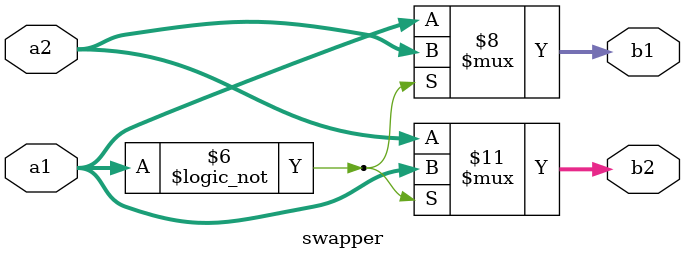
<source format=v>


module NV_NVDLA_CSC_dl (
   nvdla_core_clk            //|< i
  ,nvdla_core_rstn           //|< i
  ,sg2dl_pvld                //|< i
  ,sg2dl_pd                  //|< i
  ,sg2dl_spvec               //|< i
  ,sc_state                  //|< i
  ,sg2dl_reuse_rls           //|< i
  ,sc2cdma_dat_pending_req   //|< i
  ,cdma2sc_dat_updt          //|< i
  ,cdma2sc_dat_entries       //|< i
  ,cdma2sc_dat_slices        //|< i
  ,sc2cdma_dat_updt          //|> o
  ,sc2cdma_dat_entries       //|> o
  ,sc2cdma_dat_slices        //|> o
  ,sc2buf_dat_rd_en          //|> o
  ,sc2buf_dat_rd_addr        //|> o
  ,sc2buf_dat_rd_valid       //|< i
  ,sc2buf_dat_rd_data        //|< i
  ,sc2mac_dat_a_pvld         //|> o
  ,sc2mac_dat_a_mask         //|> o
  ,sc2mac_dat_a_data0        //|> o
  ,sc2mac_dat_a_data1        //|> o
  ,sc2mac_dat_a_data2        //|> o
  ,sc2mac_dat_a_data3        //|> o
  ,sc2mac_dat_a_data4        //|> o
  ,sc2mac_dat_a_data5        //|> o
  ,sc2mac_dat_a_data6        //|> o
  ,sc2mac_dat_a_data7        //|> o
  ,sc2mac_dat_a_data8        //|> o
  ,sc2mac_dat_a_data9        //|> o
  ,sc2mac_dat_a_data10       //|> o
  ,sc2mac_dat_a_data11       //|> o
  ,sc2mac_dat_a_data12       //|> o
  ,sc2mac_dat_a_data13       //|> o
  ,sc2mac_dat_a_data14       //|> o
  ,sc2mac_dat_a_data15       //|> o
  ,sc2mac_dat_a_data16       //|> o
  ,sc2mac_dat_a_data17       //|> o
  ,sc2mac_dat_a_data18       //|> o
  ,sc2mac_dat_a_data19       //|> o
  ,sc2mac_dat_a_data20       //|> o
  ,sc2mac_dat_a_data21       //|> o
  ,sc2mac_dat_a_data22       //|> o
  ,sc2mac_dat_a_data23       //|> o
  ,sc2mac_dat_a_data24       //|> o
  ,sc2mac_dat_a_data25       //|> o
  ,sc2mac_dat_a_data26       //|> o
  ,sc2mac_dat_a_data27       //|> o
  ,sc2mac_dat_a_data28       //|> o
  ,sc2mac_dat_a_data29       //|> o
  ,sc2mac_dat_a_data30       //|> o
  ,sc2mac_dat_a_data31       //|> o
  ,sc2mac_dat_a_data32       //|> o
  ,sc2mac_dat_a_data33       //|> o
  ,sc2mac_dat_a_data34       //|> o
  ,sc2mac_dat_a_data35       //|> o
  ,sc2mac_dat_a_data36       //|> o
  ,sc2mac_dat_a_data37       //|> o
  ,sc2mac_dat_a_data38       //|> o
  ,sc2mac_dat_a_data39       //|> o
  ,sc2mac_dat_a_data40       //|> o
  ,sc2mac_dat_a_data41       //|> o
  ,sc2mac_dat_a_data42       //|> o
  ,sc2mac_dat_a_data43       //|> o
  ,sc2mac_dat_a_data44       //|> o
  ,sc2mac_dat_a_data45       //|> o
  ,sc2mac_dat_a_data46       //|> o
  ,sc2mac_dat_a_data47       //|> o
  ,sc2mac_dat_a_data48       //|> o
  ,sc2mac_dat_a_data49       //|> o
  ,sc2mac_dat_a_data50       //|> o
  ,sc2mac_dat_a_data51       //|> o
  ,sc2mac_dat_a_data52       //|> o
  ,sc2mac_dat_a_data53       //|> o
  ,sc2mac_dat_a_data54       //|> o
  ,sc2mac_dat_a_data55       //|> o
  ,sc2mac_dat_a_data56       //|> o
  ,sc2mac_dat_a_data57       //|> o
  ,sc2mac_dat_a_data58       //|> o
  ,sc2mac_dat_a_data59       //|> o
  ,sc2mac_dat_a_data60       //|> o
  ,sc2mac_dat_a_data61       //|> o
  ,sc2mac_dat_a_data62       //|> o
  ,sc2mac_dat_a_data63       //|> o
  ,sc2mac_dat_a_data64       //|> o
  ,sc2mac_dat_a_data65       //|> o
  ,sc2mac_dat_a_data66       //|> o
  ,sc2mac_dat_a_data67       //|> o
  ,sc2mac_dat_a_data68       //|> o
  ,sc2mac_dat_a_data69       //|> o
  ,sc2mac_dat_a_data70       //|> o
  ,sc2mac_dat_a_data71       //|> o
  ,sc2mac_dat_a_data72       //|> o
  ,sc2mac_dat_a_data73       //|> o
  ,sc2mac_dat_a_data74       //|> o
  ,sc2mac_dat_a_data75       //|> o
  ,sc2mac_dat_a_data76       //|> o
  ,sc2mac_dat_a_data77       //|> o
  ,sc2mac_dat_a_data78       //|> o
  ,sc2mac_dat_a_data79       //|> o
  ,sc2mac_dat_a_data80       //|> o
  ,sc2mac_dat_a_data81       //|> o
  ,sc2mac_dat_a_data82       //|> o
  ,sc2mac_dat_a_data83       //|> o
  ,sc2mac_dat_a_data84       //|> o
  ,sc2mac_dat_a_data85       //|> o
  ,sc2mac_dat_a_data86       //|> o
  ,sc2mac_dat_a_data87       //|> o
  ,sc2mac_dat_a_data88       //|> o
  ,sc2mac_dat_a_data89       //|> o
  ,sc2mac_dat_a_data90       //|> o
  ,sc2mac_dat_a_data91       //|> o
  ,sc2mac_dat_a_data92       //|> o
  ,sc2mac_dat_a_data93       //|> o
  ,sc2mac_dat_a_data94       //|> o
  ,sc2mac_dat_a_data95       //|> o
  ,sc2mac_dat_a_data96       //|> o
  ,sc2mac_dat_a_data97       //|> o
  ,sc2mac_dat_a_data98       //|> o
  ,sc2mac_dat_a_data99       //|> o
  ,sc2mac_dat_a_data100      //|> o
  ,sc2mac_dat_a_data101      //|> o
  ,sc2mac_dat_a_data102      //|> o
  ,sc2mac_dat_a_data103      //|> o
  ,sc2mac_dat_a_data104      //|> o
  ,sc2mac_dat_a_data105      //|> o
  ,sc2mac_dat_a_data106      //|> o
  ,sc2mac_dat_a_data107      //|> o
  ,sc2mac_dat_a_data108      //|> o
  ,sc2mac_dat_a_data109      //|> o
  ,sc2mac_dat_a_data110      //|> o
  ,sc2mac_dat_a_data111      //|> o
  ,sc2mac_dat_a_data112      //|> o
  ,sc2mac_dat_a_data113      //|> o
  ,sc2mac_dat_a_data114      //|> o
  ,sc2mac_dat_a_data115      //|> o
  ,sc2mac_dat_a_data116      //|> o
  ,sc2mac_dat_a_data117      //|> o
  ,sc2mac_dat_a_data118      //|> o
  ,sc2mac_dat_a_data119      //|> o
  ,sc2mac_dat_a_data120      //|> o
  ,sc2mac_dat_a_data121      //|> o
  ,sc2mac_dat_a_data122      //|> o
  ,sc2mac_dat_a_data123      //|> o
  ,sc2mac_dat_a_data124      //|> o
  ,sc2mac_dat_a_data125      //|> o
  ,sc2mac_dat_a_data126      //|> o
  ,sc2mac_dat_a_data127      //|> o
  ,sc2mac_dat_a_pd           //|> o
  ,sc2mac_dat_b_pvld         //|> o
  ,sc2mac_dat_b_mask         //|> o
  ,sc2mac_dat_b_data0        //|> o
  ,sc2mac_dat_b_data1        //|> o
  ,sc2mac_dat_b_data2        //|> o
  ,sc2mac_dat_b_data3        //|> o
  ,sc2mac_dat_b_data4        //|> o
  ,sc2mac_dat_b_data5        //|> o
  ,sc2mac_dat_b_data6        //|> o
  ,sc2mac_dat_b_data7        //|> o
  ,sc2mac_dat_b_data8        //|> o
  ,sc2mac_dat_b_data9        //|> o
  ,sc2mac_dat_b_data10       //|> o
  ,sc2mac_dat_b_data11       //|> o
  ,sc2mac_dat_b_data12       //|> o
  ,sc2mac_dat_b_data13       //|> o
  ,sc2mac_dat_b_data14       //|> o
  ,sc2mac_dat_b_data15       //|> o
  ,sc2mac_dat_b_data16       //|> o
  ,sc2mac_dat_b_data17       //|> o
  ,sc2mac_dat_b_data18       //|> o
  ,sc2mac_dat_b_data19       //|> o
  ,sc2mac_dat_b_data20       //|> o
  ,sc2mac_dat_b_data21       //|> o
  ,sc2mac_dat_b_data22       //|> o
  ,sc2mac_dat_b_data23       //|> o
  ,sc2mac_dat_b_data24       //|> o
  ,sc2mac_dat_b_data25       //|> o
  ,sc2mac_dat_b_data26       //|> o
  ,sc2mac_dat_b_data27       //|> o
  ,sc2mac_dat_b_data28       //|> o
  ,sc2mac_dat_b_data29       //|> o
  ,sc2mac_dat_b_data30       //|> o
  ,sc2mac_dat_b_data31       //|> o
  ,sc2mac_dat_b_data32       //|> o
  ,sc2mac_dat_b_data33       //|> o
  ,sc2mac_dat_b_data34       //|> o
  ,sc2mac_dat_b_data35       //|> o
  ,sc2mac_dat_b_data36       //|> o
  ,sc2mac_dat_b_data37       //|> o
  ,sc2mac_dat_b_data38       //|> o
  ,sc2mac_dat_b_data39       //|> o
  ,sc2mac_dat_b_data40       //|> o
  ,sc2mac_dat_b_data41       //|> o
  ,sc2mac_dat_b_data42       //|> o
  ,sc2mac_dat_b_data43       //|> o
  ,sc2mac_dat_b_data44       //|> o
  ,sc2mac_dat_b_data45       //|> o
  ,sc2mac_dat_b_data46       //|> o
  ,sc2mac_dat_b_data47       //|> o
  ,sc2mac_dat_b_data48       //|> o
  ,sc2mac_dat_b_data49       //|> o
  ,sc2mac_dat_b_data50       //|> o
  ,sc2mac_dat_b_data51       //|> o
  ,sc2mac_dat_b_data52       //|> o
  ,sc2mac_dat_b_data53       //|> o
  ,sc2mac_dat_b_data54       //|> o
  ,sc2mac_dat_b_data55       //|> o
  ,sc2mac_dat_b_data56       //|> o
  ,sc2mac_dat_b_data57       //|> o
  ,sc2mac_dat_b_data58       //|> o
  ,sc2mac_dat_b_data59       //|> o
  ,sc2mac_dat_b_data60       //|> o
  ,sc2mac_dat_b_data61       //|> o
  ,sc2mac_dat_b_data62       //|> o
  ,sc2mac_dat_b_data63       //|> o
  ,sc2mac_dat_b_data64       //|> o
  ,sc2mac_dat_b_data65       //|> o
  ,sc2mac_dat_b_data66       //|> o
  ,sc2mac_dat_b_data67       //|> o
  ,sc2mac_dat_b_data68       //|> o
  ,sc2mac_dat_b_data69       //|> o
  ,sc2mac_dat_b_data70       //|> o
  ,sc2mac_dat_b_data71       //|> o
  ,sc2mac_dat_b_data72       //|> o
  ,sc2mac_dat_b_data73       //|> o
  ,sc2mac_dat_b_data74       //|> o
  ,sc2mac_dat_b_data75       //|> o
  ,sc2mac_dat_b_data76       //|> o
  ,sc2mac_dat_b_data77       //|> o
  ,sc2mac_dat_b_data78       //|> o
  ,sc2mac_dat_b_data79       //|> o
  ,sc2mac_dat_b_data80       //|> o
  ,sc2mac_dat_b_data81       //|> o
  ,sc2mac_dat_b_data82       //|> o
  ,sc2mac_dat_b_data83       //|> o
  ,sc2mac_dat_b_data84       //|> o
  ,sc2mac_dat_b_data85       //|> o
  ,sc2mac_dat_b_data86       //|> o
  ,sc2mac_dat_b_data87       //|> o
  ,sc2mac_dat_b_data88       //|> o
  ,sc2mac_dat_b_data89       //|> o
  ,sc2mac_dat_b_data90       //|> o
  ,sc2mac_dat_b_data91       //|> o
  ,sc2mac_dat_b_data92       //|> o
  ,sc2mac_dat_b_data93       //|> o
  ,sc2mac_dat_b_data94       //|> o
  ,sc2mac_dat_b_data95       //|> o
  ,sc2mac_dat_b_data96       //|> o
  ,sc2mac_dat_b_data97       //|> o
  ,sc2mac_dat_b_data98       //|> o
  ,sc2mac_dat_b_data99       //|> o
  ,sc2mac_dat_b_data100      //|> o
  ,sc2mac_dat_b_data101      //|> o
  ,sc2mac_dat_b_data102      //|> o
  ,sc2mac_dat_b_data103      //|> o
  ,sc2mac_dat_b_data104      //|> o
  ,sc2mac_dat_b_data105      //|> o
  ,sc2mac_dat_b_data106      //|> o
  ,sc2mac_dat_b_data107      //|> o
  ,sc2mac_dat_b_data108      //|> o
  ,sc2mac_dat_b_data109      //|> o
  ,sc2mac_dat_b_data110      //|> o
  ,sc2mac_dat_b_data111      //|> o
  ,sc2mac_dat_b_data112      //|> o
  ,sc2mac_dat_b_data113      //|> o
  ,sc2mac_dat_b_data114      //|> o
  ,sc2mac_dat_b_data115      //|> o
  ,sc2mac_dat_b_data116      //|> o
  ,sc2mac_dat_b_data117      //|> o
  ,sc2mac_dat_b_data118      //|> o
  ,sc2mac_dat_b_data119      //|> o
  ,sc2mac_dat_b_data120      //|> o
  ,sc2mac_dat_b_data121      //|> o
  ,sc2mac_dat_b_data122      //|> o
  ,sc2mac_dat_b_data123      //|> o
  ,sc2mac_dat_b_data124      //|> o
  ,sc2mac_dat_b_data125      //|> o
  ,sc2mac_dat_b_data126      //|> o
  ,sc2mac_dat_b_data127      //|> o
  ,sc2mac_dat_b_pd           //|> o
  ,nvdla_core_ng_clk         //|< i
  ,nvdla_wg_clk              //|< i
  ,reg2dp_op_en              //|< i
  ,reg2dp_conv_mode          //|< i
  ,reg2dp_batches            //|< i
  ,reg2dp_proc_precision     //|< i
  ,reg2dp_datain_format      //|< i
  ,reg2dp_skip_data_rls      //|< i
  ,reg2dp_datain_channel_ext //|< i
  ,reg2dp_datain_height_ext  //|< i
  ,reg2dp_datain_width_ext   //|< i
  ,reg2dp_y_extension        //|< i
  ,reg2dp_weight_channel_ext //|< i
  ,reg2dp_entries            //|< i
  ,reg2dp_dataout_width      //|< i
  ,reg2dp_rls_slices         //|< i
  ,reg2dp_conv_x_stride_ext  //|< i
  ,reg2dp_conv_y_stride_ext  //|< i
  ,reg2dp_x_dilation_ext     //|< i
  ,reg2dp_y_dilation_ext     //|< i
  ,reg2dp_pad_left           //|< i
  ,reg2dp_pad_top            //|< i
  ,reg2dp_pad_value          //|< i
  ,reg2dp_data_bank          //|< i
  ,reg2dp_pra_truncate       //|< i
  ,slcg_wg_en                //|> o
  );


//
// NV_NVDLA_CSC_dl_ports.v
//
input  nvdla_core_clk;
input  nvdla_core_rstn;

input        sg2dl_pvld;  /* data valid */
input [30:0] sg2dl_pd;

input [1:0] sc_state;

input  sg2dl_reuse_rls;

input  sc2cdma_dat_pending_req;

input [141:0] sg2dl_spvec;

input        cdma2sc_dat_updt;     /* data valid */
input [11:0] cdma2sc_dat_entries;
input [11:0] cdma2sc_dat_slices;

output        sc2cdma_dat_updt;     /* data valid */
output [11:0] sc2cdma_dat_entries;
output [11:0] sc2cdma_dat_slices;

output        sc2buf_dat_rd_en;    /* data valid */
output [11:0] sc2buf_dat_rd_addr;

input          sc2buf_dat_rd_valid;  /* data valid */
input [1023:0] sc2buf_dat_rd_data;

output         sc2mac_dat_a_pvld;     /* data valid */
output [127:0] sc2mac_dat_a_mask;
output   [7:0] sc2mac_dat_a_data0;
output   [7:0] sc2mac_dat_a_data1;
output   [7:0] sc2mac_dat_a_data2;
output   [7:0] sc2mac_dat_a_data3;
output   [7:0] sc2mac_dat_a_data4;
output   [7:0] sc2mac_dat_a_data5;
output   [7:0] sc2mac_dat_a_data6;
output   [7:0] sc2mac_dat_a_data7;
output   [7:0] sc2mac_dat_a_data8;
output   [7:0] sc2mac_dat_a_data9;
output   [7:0] sc2mac_dat_a_data10;
output   [7:0] sc2mac_dat_a_data11;
output   [7:0] sc2mac_dat_a_data12;
output   [7:0] sc2mac_dat_a_data13;
output   [7:0] sc2mac_dat_a_data14;
output   [7:0] sc2mac_dat_a_data15;
output   [7:0] sc2mac_dat_a_data16;
output   [7:0] sc2mac_dat_a_data17;
output   [7:0] sc2mac_dat_a_data18;
output   [7:0] sc2mac_dat_a_data19;
output   [7:0] sc2mac_dat_a_data20;
output   [7:0] sc2mac_dat_a_data21;
output   [7:0] sc2mac_dat_a_data22;
output   [7:0] sc2mac_dat_a_data23;
output   [7:0] sc2mac_dat_a_data24;
output   [7:0] sc2mac_dat_a_data25;
output   [7:0] sc2mac_dat_a_data26;
output   [7:0] sc2mac_dat_a_data27;
output   [7:0] sc2mac_dat_a_data28;
output   [7:0] sc2mac_dat_a_data29;
output   [7:0] sc2mac_dat_a_data30;
output   [7:0] sc2mac_dat_a_data31;
output   [7:0] sc2mac_dat_a_data32;
output   [7:0] sc2mac_dat_a_data33;
output   [7:0] sc2mac_dat_a_data34;
output   [7:0] sc2mac_dat_a_data35;
output   [7:0] sc2mac_dat_a_data36;
output   [7:0] sc2mac_dat_a_data37;
output   [7:0] sc2mac_dat_a_data38;
output   [7:0] sc2mac_dat_a_data39;
output   [7:0] sc2mac_dat_a_data40;
output   [7:0] sc2mac_dat_a_data41;
output   [7:0] sc2mac_dat_a_data42;
output   [7:0] sc2mac_dat_a_data43;
output   [7:0] sc2mac_dat_a_data44;
output   [7:0] sc2mac_dat_a_data45;
output   [7:0] sc2mac_dat_a_data46;
output   [7:0] sc2mac_dat_a_data47;
output   [7:0] sc2mac_dat_a_data48;
output   [7:0] sc2mac_dat_a_data49;
output   [7:0] sc2mac_dat_a_data50;
output   [7:0] sc2mac_dat_a_data51;
output   [7:0] sc2mac_dat_a_data52;
output   [7:0] sc2mac_dat_a_data53;
output   [7:0] sc2mac_dat_a_data54;
output   [7:0] sc2mac_dat_a_data55;
output   [7:0] sc2mac_dat_a_data56;
output   [7:0] sc2mac_dat_a_data57;
output   [7:0] sc2mac_dat_a_data58;
output   [7:0] sc2mac_dat_a_data59;
output   [7:0] sc2mac_dat_a_data60;
output   [7:0] sc2mac_dat_a_data61;
output   [7:0] sc2mac_dat_a_data62;
output   [7:0] sc2mac_dat_a_data63;
output   [7:0] sc2mac_dat_a_data64;
output   [7:0] sc2mac_dat_a_data65;
output   [7:0] sc2mac_dat_a_data66;
output   [7:0] sc2mac_dat_a_data67;
output   [7:0] sc2mac_dat_a_data68;
output   [7:0] sc2mac_dat_a_data69;
output   [7:0] sc2mac_dat_a_data70;
output   [7:0] sc2mac_dat_a_data71;
output   [7:0] sc2mac_dat_a_data72;
output   [7:0] sc2mac_dat_a_data73;
output   [7:0] sc2mac_dat_a_data74;
output   [7:0] sc2mac_dat_a_data75;
output   [7:0] sc2mac_dat_a_data76;
output   [7:0] sc2mac_dat_a_data77;
output   [7:0] sc2mac_dat_a_data78;
output   [7:0] sc2mac_dat_a_data79;
output   [7:0] sc2mac_dat_a_data80;
output   [7:0] sc2mac_dat_a_data81;
output   [7:0] sc2mac_dat_a_data82;
output   [7:0] sc2mac_dat_a_data83;
output   [7:0] sc2mac_dat_a_data84;
output   [7:0] sc2mac_dat_a_data85;
output   [7:0] sc2mac_dat_a_data86;
output   [7:0] sc2mac_dat_a_data87;
output   [7:0] sc2mac_dat_a_data88;
output   [7:0] sc2mac_dat_a_data89;
output   [7:0] sc2mac_dat_a_data90;
output   [7:0] sc2mac_dat_a_data91;
output   [7:0] sc2mac_dat_a_data92;
output   [7:0] sc2mac_dat_a_data93;
output   [7:0] sc2mac_dat_a_data94;
output   [7:0] sc2mac_dat_a_data95;
output   [7:0] sc2mac_dat_a_data96;
output   [7:0] sc2mac_dat_a_data97;
output   [7:0] sc2mac_dat_a_data98;
output   [7:0] sc2mac_dat_a_data99;
output   [7:0] sc2mac_dat_a_data100;
output   [7:0] sc2mac_dat_a_data101;
output   [7:0] sc2mac_dat_a_data102;
output   [7:0] sc2mac_dat_a_data103;
output   [7:0] sc2mac_dat_a_data104;
output   [7:0] sc2mac_dat_a_data105;
output   [7:0] sc2mac_dat_a_data106;
output   [7:0] sc2mac_dat_a_data107;
output   [7:0] sc2mac_dat_a_data108;
output   [7:0] sc2mac_dat_a_data109;
output   [7:0] sc2mac_dat_a_data110;
output   [7:0] sc2mac_dat_a_data111;
output   [7:0] sc2mac_dat_a_data112;
output   [7:0] sc2mac_dat_a_data113;
output   [7:0] sc2mac_dat_a_data114;
output   [7:0] sc2mac_dat_a_data115;
output   [7:0] sc2mac_dat_a_data116;
output   [7:0] sc2mac_dat_a_data117;
output   [7:0] sc2mac_dat_a_data118;
output   [7:0] sc2mac_dat_a_data119;
output   [7:0] sc2mac_dat_a_data120;
output   [7:0] sc2mac_dat_a_data121;
output   [7:0] sc2mac_dat_a_data122;
output   [7:0] sc2mac_dat_a_data123;
output   [7:0] sc2mac_dat_a_data124;
output   [7:0] sc2mac_dat_a_data125;
output   [7:0] sc2mac_dat_a_data126;
output   [7:0] sc2mac_dat_a_data127;
output   [8:0] sc2mac_dat_a_pd;

output         sc2mac_dat_b_pvld;     /* data valid */
output [127:0] sc2mac_dat_b_mask;
output   [7:0] sc2mac_dat_b_data0;
output   [7:0] sc2mac_dat_b_data1;
output   [7:0] sc2mac_dat_b_data2;
output   [7:0] sc2mac_dat_b_data3;
output   [7:0] sc2mac_dat_b_data4;
output   [7:0] sc2mac_dat_b_data5;
output   [7:0] sc2mac_dat_b_data6;
output   [7:0] sc2mac_dat_b_data7;
output   [7:0] sc2mac_dat_b_data8;
output   [7:0] sc2mac_dat_b_data9;
output   [7:0] sc2mac_dat_b_data10;
output   [7:0] sc2mac_dat_b_data11;
output   [7:0] sc2mac_dat_b_data12;
output   [7:0] sc2mac_dat_b_data13;
output   [7:0] sc2mac_dat_b_data14;
output   [7:0] sc2mac_dat_b_data15;
output   [7:0] sc2mac_dat_b_data16;
output   [7:0] sc2mac_dat_b_data17;
output   [7:0] sc2mac_dat_b_data18;
output   [7:0] sc2mac_dat_b_data19;
output   [7:0] sc2mac_dat_b_data20;
output   [7:0] sc2mac_dat_b_data21;
output   [7:0] sc2mac_dat_b_data22;
output   [7:0] sc2mac_dat_b_data23;
output   [7:0] sc2mac_dat_b_data24;
output   [7:0] sc2mac_dat_b_data25;
output   [7:0] sc2mac_dat_b_data26;
output   [7:0] sc2mac_dat_b_data27;
output   [7:0] sc2mac_dat_b_data28;
output   [7:0] sc2mac_dat_b_data29;
output   [7:0] sc2mac_dat_b_data30;
output   [7:0] sc2mac_dat_b_data31;
output   [7:0] sc2mac_dat_b_data32;
output   [7:0] sc2mac_dat_b_data33;
output   [7:0] sc2mac_dat_b_data34;
output   [7:0] sc2mac_dat_b_data35;
output   [7:0] sc2mac_dat_b_data36;
output   [7:0] sc2mac_dat_b_data37;
output   [7:0] sc2mac_dat_b_data38;
output   [7:0] sc2mac_dat_b_data39;
output   [7:0] sc2mac_dat_b_data40;
output   [7:0] sc2mac_dat_b_data41;
output   [7:0] sc2mac_dat_b_data42;
output   [7:0] sc2mac_dat_b_data43;
output   [7:0] sc2mac_dat_b_data44;
output   [7:0] sc2mac_dat_b_data45;
output   [7:0] sc2mac_dat_b_data46;
output   [7:0] sc2mac_dat_b_data47;
output   [7:0] sc2mac_dat_b_data48;
output   [7:0] sc2mac_dat_b_data49;
output   [7:0] sc2mac_dat_b_data50;
output   [7:0] sc2mac_dat_b_data51;
output   [7:0] sc2mac_dat_b_data52;
output   [7:0] sc2mac_dat_b_data53;
output   [7:0] sc2mac_dat_b_data54;
output   [7:0] sc2mac_dat_b_data55;
output   [7:0] sc2mac_dat_b_data56;
output   [7:0] sc2mac_dat_b_data57;
output   [7:0] sc2mac_dat_b_data58;
output   [7:0] sc2mac_dat_b_data59;
output   [7:0] sc2mac_dat_b_data60;
output   [7:0] sc2mac_dat_b_data61;
output   [7:0] sc2mac_dat_b_data62;
output   [7:0] sc2mac_dat_b_data63;
output   [7:0] sc2mac_dat_b_data64;
output   [7:0] sc2mac_dat_b_data65;
output   [7:0] sc2mac_dat_b_data66;
output   [7:0] sc2mac_dat_b_data67;
output   [7:0] sc2mac_dat_b_data68;
output   [7:0] sc2mac_dat_b_data69;
output   [7:0] sc2mac_dat_b_data70;
output   [7:0] sc2mac_dat_b_data71;
output   [7:0] sc2mac_dat_b_data72;
output   [7:0] sc2mac_dat_b_data73;
output   [7:0] sc2mac_dat_b_data74;
output   [7:0] sc2mac_dat_b_data75;
output   [7:0] sc2mac_dat_b_data76;
output   [7:0] sc2mac_dat_b_data77;
output   [7:0] sc2mac_dat_b_data78;
output   [7:0] sc2mac_dat_b_data79;
output   [7:0] sc2mac_dat_b_data80;
output   [7:0] sc2mac_dat_b_data81;
output   [7:0] sc2mac_dat_b_data82;
output   [7:0] sc2mac_dat_b_data83;
output   [7:0] sc2mac_dat_b_data84;
output   [7:0] sc2mac_dat_b_data85;
output   [7:0] sc2mac_dat_b_data86;
output   [7:0] sc2mac_dat_b_data87;
output   [7:0] sc2mac_dat_b_data88;
output   [7:0] sc2mac_dat_b_data89;
output   [7:0] sc2mac_dat_b_data90;
output   [7:0] sc2mac_dat_b_data91;
output   [7:0] sc2mac_dat_b_data92;
output   [7:0] sc2mac_dat_b_data93;
output   [7:0] sc2mac_dat_b_data94;
output   [7:0] sc2mac_dat_b_data95;
output   [7:0] sc2mac_dat_b_data96;
output   [7:0] sc2mac_dat_b_data97;
output   [7:0] sc2mac_dat_b_data98;
output   [7:0] sc2mac_dat_b_data99;
output   [7:0] sc2mac_dat_b_data100;
output   [7:0] sc2mac_dat_b_data101;
output   [7:0] sc2mac_dat_b_data102;
output   [7:0] sc2mac_dat_b_data103;
output   [7:0] sc2mac_dat_b_data104;
output   [7:0] sc2mac_dat_b_data105;
output   [7:0] sc2mac_dat_b_data106;
output   [7:0] sc2mac_dat_b_data107;
output   [7:0] sc2mac_dat_b_data108;
output   [7:0] sc2mac_dat_b_data109;
output   [7:0] sc2mac_dat_b_data110;
output   [7:0] sc2mac_dat_b_data111;
output   [7:0] sc2mac_dat_b_data112;
output   [7:0] sc2mac_dat_b_data113;
output   [7:0] sc2mac_dat_b_data114;
output   [7:0] sc2mac_dat_b_data115;
output   [7:0] sc2mac_dat_b_data116;
output   [7:0] sc2mac_dat_b_data117;
output   [7:0] sc2mac_dat_b_data118;
output   [7:0] sc2mac_dat_b_data119;
output   [7:0] sc2mac_dat_b_data120;
output   [7:0] sc2mac_dat_b_data121;
output   [7:0] sc2mac_dat_b_data122;
output   [7:0] sc2mac_dat_b_data123;
output   [7:0] sc2mac_dat_b_data124;
output   [7:0] sc2mac_dat_b_data125;
output   [7:0] sc2mac_dat_b_data126;
output   [7:0] sc2mac_dat_b_data127;
output   [8:0] sc2mac_dat_b_pd;

input nvdla_core_ng_clk;
input nvdla_wg_clk;

input [0:0]                      reg2dp_op_en;
input [0:0]                   reg2dp_conv_mode;
input [4:0]                 reg2dp_batches;
input [1:0]              reg2dp_proc_precision;
input [0:0]          reg2dp_datain_format;
input [0:0]               reg2dp_skip_data_rls;
input [12:0] reg2dp_datain_channel_ext;
input [12:0]  reg2dp_datain_height_ext;
input [12:0]   reg2dp_datain_width_ext;
input [1:0]         reg2dp_y_extension;
input [12:0] reg2dp_weight_channel_ext;
input [11:0]              reg2dp_entries;
input [12:0]         reg2dp_dataout_width;
input [11:0]                   reg2dp_rls_slices;
input [2:0]    reg2dp_conv_x_stride_ext;
input [2:0]    reg2dp_conv_y_stride_ext;
input [4:0]          reg2dp_x_dilation_ext;
input [4:0]          reg2dp_y_dilation_ext;
input [4:0]                reg2dp_pad_left;
input [4:0]                 reg2dp_pad_top;
input [15:0]         reg2dp_pad_value;
input [3:0]                       reg2dp_data_bank;
input [1:0]                 reg2dp_pra_truncate;

output slcg_wg_en;

wire            dat_dummy_l0_en;
wire            dat_dummy_l1_en;
wire            dat_dummy_l2_en;
wire            dat_dummy_l3_en;
wire            dat_l0_set;
wire            dat_l0c0_dummy_w;
wire            dat_l0c1_dummy_w;
wire            dat_l1_set;
wire            dat_l1c0_dummy_w;
wire            dat_l1c1_dummy_w;
wire            dat_l2_set;
wire            dat_l2c0_dummy_w;
wire            dat_l2c1_dummy_w;
wire            dat_l3_set;
wire            dat_l3c0_dummy_w;
wire            dat_l3c1_dummy_w;
wire   [1023:0] dat_out_bypass_data_w;
wire    [127:0] dat_out_bypass_mask_w;
wire            dat_out_bypass_p0_vld_w;
wire            dat_out_bypass_p1_vld_w;
wire      [8:0] dat_out_flag_l0;
wire      [8:0] dat_out_flag_w;
wire            dat_out_pvld_l0;
wire            dat_out_pvld_w;
wire            dat_pipe_valid;
wire    [255:0] dat_pra_dat_ch0;
wire    [255:0] dat_pra_dat_ch1;
wire    [255:0] dat_pra_dat_ch2;
wire    [255:0] dat_pra_dat_ch3;
wire     [11:0] dat_req_addr_last;
wire     [11:0] dat_req_base_d1;
wire      [4:0] dat_req_batch_index;
wire            dat_req_channel_end;
wire            dat_req_exec_dummy;
wire            dat_req_exec_pvld;
wire      [1:0] dat_req_exec_sub_h;
wire      [8:0] dat_req_flag_w;
wire            dat_req_layer_end;
wire      [7:0] dat_req_pipe_bytes;
wire            dat_req_pipe_ch_end;
wire            dat_req_pipe_ch_odd;
wire      [1:0] dat_req_pipe_cur_sub_h;
wire            dat_req_pipe_dummy;
wire      [8:0] dat_req_pipe_flag;
wire     [28:0] dat_req_pipe_pd;
wire            dat_req_pipe_pvld;
wire            dat_req_pipe_rls;
wire            dat_req_pipe_sub_c;
wire      [1:0] dat_req_pipe_sub_h;
wire      [1:0] dat_req_pipe_sub_w;
wire            dat_req_pipe_sub_w_st;
wire            dat_req_stripe_end;
wire            dat_req_stripe_st;
wire            dat_req_sub_h_0_addr_en;
wire            dat_req_sub_h_1_addr_en;
wire            dat_req_sub_h_2_addr_en;
wire            dat_req_sub_h_3_addr_en;
wire            dat_req_sub_w_st_en;
wire      [4:0] dat_rsp_batch_index;
wire      [7:0] dat_rsp_bytes;
wire            dat_rsp_ch_end;
wire            dat_rsp_ch_odd;
wire            dat_rsp_channel_end;
wire      [1:0] dat_rsp_cur_sub_h;
wire            dat_rsp_exec_dummy;
wire            dat_rsp_exec_dummy_d0;
wire            dat_rsp_exec_pvld;
wire            dat_rsp_exec_pvld_d0;
wire      [1:0] dat_rsp_exec_sub_h;
wire      [1:0] dat_rsp_exec_sub_h_d0;
wire      [8:0] dat_rsp_flag;
wire            dat_rsp_l0_block_end;
wire            dat_rsp_l1_block_end;
wire            dat_rsp_l2_block_end;
wire            dat_rsp_l3_block_end;
wire            dat_rsp_layer_end;
wire     [26:0] dat_rsp_pd_d0;
wire      [7:0] dat_rsp_pipe_bytes;
wire            dat_rsp_pipe_ch_end;
wire            dat_rsp_pipe_ch_odd;
wire      [1:0] dat_rsp_pipe_cur_sub_h;
wire            dat_rsp_pipe_dummy;
wire      [8:0] dat_rsp_pipe_flag;
wire     [28:0] dat_rsp_pipe_pd;
wire     [28:0] dat_rsp_pipe_pd_d0;
wire            dat_rsp_pipe_pvld;
wire            dat_rsp_pipe_pvld_d0;
wire            dat_rsp_pipe_rls;
wire            dat_rsp_pipe_sub_c;
wire      [1:0] dat_rsp_pipe_sub_h;
wire      [1:0] dat_rsp_pipe_sub_w;
wire            dat_rsp_pipe_sub_w_st;
wire            dat_rsp_pvld_d0;
wire            dat_rsp_rls;
wire            dat_rsp_stripe_end;
wire            dat_rsp_stripe_st;
wire            dat_rsp_sub_c;
wire      [1:0] dat_rsp_sub_h;
wire      [1:0] dat_rsp_sub_w;
wire    [255:0] dat_wg_16b_ch0;
wire    [255:0] dat_wg_16b_ch1;
wire    [255:0] dat_wg_16b_ch2;
wire    [255:0] dat_wg_16b_ch3;
wire    [255:0] dat_wg_8b_ch0;
wire    [255:0] dat_wg_8b_ch1;
wire    [255:0] dat_wg_8b_ch2;
wire    [255:0] dat_wg_8b_ch3;
wire    [255:0] dat_wg_8b_ch4;
wire    [255:0] dat_wg_8b_ch5;
wire    [255:0] dat_wg_8b_ch6;
wire    [255:0] dat_wg_8b_ch7;
wire            dat_wg_adv;
wire            dat_wg_req_dummy;
wire      [2:0] dataout_w_add;
wire   [1023:0] dbg_csc_dat;
wire      [7:0] dbg_csc_dat_0;
wire      [7:0] dbg_csc_dat_1;
wire      [7:0] dbg_csc_dat_10;
wire      [7:0] dbg_csc_dat_100;
wire      [7:0] dbg_csc_dat_101;
wire      [7:0] dbg_csc_dat_102;
wire      [7:0] dbg_csc_dat_103;
wire      [7:0] dbg_csc_dat_104;
wire      [7:0] dbg_csc_dat_105;
wire      [7:0] dbg_csc_dat_106;
wire      [7:0] dbg_csc_dat_107;
wire      [7:0] dbg_csc_dat_108;
wire      [7:0] dbg_csc_dat_109;
wire      [7:0] dbg_csc_dat_11;
wire      [7:0] dbg_csc_dat_110;
wire      [7:0] dbg_csc_dat_111;
wire      [7:0] dbg_csc_dat_112;
wire      [7:0] dbg_csc_dat_113;
wire      [7:0] dbg_csc_dat_114;
wire      [7:0] dbg_csc_dat_115;
wire      [7:0] dbg_csc_dat_116;
wire      [7:0] dbg_csc_dat_117;
wire      [7:0] dbg_csc_dat_118;
wire      [7:0] dbg_csc_dat_119;
wire      [7:0] dbg_csc_dat_12;
wire      [7:0] dbg_csc_dat_120;
wire      [7:0] dbg_csc_dat_121;
wire      [7:0] dbg_csc_dat_122;
wire      [7:0] dbg_csc_dat_123;
wire      [7:0] dbg_csc_dat_124;
wire      [7:0] dbg_csc_dat_125;
wire      [7:0] dbg_csc_dat_126;
wire      [7:0] dbg_csc_dat_127;
wire      [7:0] dbg_csc_dat_13;
wire      [7:0] dbg_csc_dat_14;
wire      [7:0] dbg_csc_dat_15;
wire      [7:0] dbg_csc_dat_16;
wire      [7:0] dbg_csc_dat_17;
wire      [7:0] dbg_csc_dat_18;
wire      [7:0] dbg_csc_dat_19;
wire      [7:0] dbg_csc_dat_2;
wire      [7:0] dbg_csc_dat_20;
wire      [7:0] dbg_csc_dat_21;
wire      [7:0] dbg_csc_dat_22;
wire      [7:0] dbg_csc_dat_23;
wire      [7:0] dbg_csc_dat_24;
wire      [7:0] dbg_csc_dat_25;
wire      [7:0] dbg_csc_dat_26;
wire      [7:0] dbg_csc_dat_27;
wire      [7:0] dbg_csc_dat_28;
wire      [7:0] dbg_csc_dat_29;
wire      [7:0] dbg_csc_dat_3;
wire      [7:0] dbg_csc_dat_30;
wire      [7:0] dbg_csc_dat_31;
wire      [7:0] dbg_csc_dat_32;
wire      [7:0] dbg_csc_dat_33;
wire      [7:0] dbg_csc_dat_34;
wire      [7:0] dbg_csc_dat_35;
wire      [7:0] dbg_csc_dat_36;
wire      [7:0] dbg_csc_dat_37;
wire      [7:0] dbg_csc_dat_38;
wire      [7:0] dbg_csc_dat_39;
wire      [7:0] dbg_csc_dat_4;
wire      [7:0] dbg_csc_dat_40;
wire      [7:0] dbg_csc_dat_41;
wire      [7:0] dbg_csc_dat_42;
wire      [7:0] dbg_csc_dat_43;
wire      [7:0] dbg_csc_dat_44;
wire      [7:0] dbg_csc_dat_45;
wire      [7:0] dbg_csc_dat_46;
wire      [7:0] dbg_csc_dat_47;
wire      [7:0] dbg_csc_dat_48;
wire      [7:0] dbg_csc_dat_49;
wire      [7:0] dbg_csc_dat_5;
wire      [7:0] dbg_csc_dat_50;
wire      [7:0] dbg_csc_dat_51;
wire      [7:0] dbg_csc_dat_52;
wire      [7:0] dbg_csc_dat_53;
wire      [7:0] dbg_csc_dat_54;
wire      [7:0] dbg_csc_dat_55;
wire      [7:0] dbg_csc_dat_56;
wire      [7:0] dbg_csc_dat_57;
wire      [7:0] dbg_csc_dat_58;
wire      [7:0] dbg_csc_dat_59;
wire      [7:0] dbg_csc_dat_6;
wire      [7:0] dbg_csc_dat_60;
wire      [7:0] dbg_csc_dat_61;
wire      [7:0] dbg_csc_dat_62;
wire      [7:0] dbg_csc_dat_63;
wire      [7:0] dbg_csc_dat_64;
wire      [7:0] dbg_csc_dat_65;
wire      [7:0] dbg_csc_dat_66;
wire      [7:0] dbg_csc_dat_67;
wire      [7:0] dbg_csc_dat_68;
wire      [7:0] dbg_csc_dat_69;
wire      [7:0] dbg_csc_dat_7;
wire      [7:0] dbg_csc_dat_70;
wire      [7:0] dbg_csc_dat_71;
wire      [7:0] dbg_csc_dat_72;
wire      [7:0] dbg_csc_dat_73;
wire      [7:0] dbg_csc_dat_74;
wire      [7:0] dbg_csc_dat_75;
wire      [7:0] dbg_csc_dat_76;
wire      [7:0] dbg_csc_dat_77;
wire      [7:0] dbg_csc_dat_78;
wire      [7:0] dbg_csc_dat_79;
wire      [7:0] dbg_csc_dat_8;
wire      [7:0] dbg_csc_dat_80;
wire      [7:0] dbg_csc_dat_81;
wire      [7:0] dbg_csc_dat_82;
wire      [7:0] dbg_csc_dat_83;
wire      [7:0] dbg_csc_dat_84;
wire      [7:0] dbg_csc_dat_85;
wire      [7:0] dbg_csc_dat_86;
wire      [7:0] dbg_csc_dat_87;
wire      [7:0] dbg_csc_dat_88;
wire      [7:0] dbg_csc_dat_89;
wire      [7:0] dbg_csc_dat_9;
wire      [7:0] dbg_csc_dat_90;
wire      [7:0] dbg_csc_dat_91;
wire      [7:0] dbg_csc_dat_92;
wire      [7:0] dbg_csc_dat_93;
wire      [7:0] dbg_csc_dat_94;
wire      [7:0] dbg_csc_dat_95;
wire      [7:0] dbg_csc_dat_96;
wire      [7:0] dbg_csc_dat_97;
wire      [7:0] dbg_csc_dat_98;
wire      [7:0] dbg_csc_dat_99;
wire            dl_block_end;
wire            dl_channel_end;
wire      [6:0] dl_channel_size;
wire      [1:0] dl_cur_sub_h;
wire            dl_dat_release;
wire            dl_group_end;
wire      [4:0] dl_h_offset;
wire     [30:0] dl_in_pd;
wire     [30:0] dl_in_pd_d0;
wire            dl_in_pvld;
wire            dl_in_pvld_d0;
wire            dl_layer_end;
wire     [30:0] dl_pd_d0;
wire            dl_pvld_d0;
wire      [6:0] dl_stripe_length;
wire      [4:0] dl_w_offset;
wire      [1:0] h_bias_reg_en;
wire      [3:0] mon_dat_out_pra_vld;
wire      [3:0] mon_dat_rsp_pra_rdy;
wire            pixel_force_clr;
wire            pixel_force_fetch;
wire            pixel_req_ch_odd_en;
wire            pixel_req_ch_odd_ori_en;
wire      [9:0] pixel_w_cur;
wire      [1:0] pra_precision_0;
wire      [1:0] pra_precision_1;
wire      [1:0] pra_precision_2;
wire      [1:0] pra_precision_3;
wire      [1:0] pra_truncate_0;
wire      [1:0] pra_truncate_1;
wire      [1:0] pra_truncate_2;
wire      [1:0] pra_truncate_3;
wire      [7:0] rsp_sft_cnt_l0_sub;
wire      [7:0] rsp_sft_cnt_l1_sub;
wire      [7:0] rsp_sft_cnt_l2_sub;
wire      [7:0] rsp_sft_cnt_l3_sub;
wire            slcg_wg_en_w;
wire            w_bias_reg_en;
reg       [4:0] batch_cmp;
reg       [4:0] batch_cmp_w;
reg       [4:0] batch_cnt;
reg       [4:0] batch_cnt_w;
reg      [11:0] c_bias;
reg      [11:0] c_bias_add;
reg      [11:0] c_bias_d1;
reg             c_bias_d1_reg_en;
reg             c_bias_reg_en;
reg      [11:0] c_bias_w;
reg             cbuf_reset;
reg       [3:0] conv_x_stride;
reg       [3:0] conv_x_stride_w;
reg       [3:0] conv_y_stride;
reg       [3:0] conv_y_stride_w;
reg             dat_conv_req_dummy;
reg      [11:0] dat_entry_avl;
reg      [11:0] dat_entry_avl_add;
reg      [11:0] dat_entry_avl_sub;
reg      [11:0] dat_entry_avl_w;
reg      [11:0] dat_entry_end;
reg      [12:0] dat_entry_end_inc;
reg      [11:0] dat_entry_end_inc_wrap;
reg      [11:0] dat_entry_end_w;
reg      [11:0] dat_entry_st;
reg      [12:0] dat_entry_st_inc;
reg      [11:0] dat_entry_st_inc_wrap;
reg      [11:0] dat_entry_st_w;
reg             dat_exec_valid;
reg             dat_exec_valid_d1;
reg             dat_exec_valid_d2;
reg             dat_img_req_dummy;
reg             dat_img_req_skip;
reg             dat_l0c0_dummy;
reg             dat_l0c0_en;
reg     [511:0] dat_l0c0_hi;
reg     [511:0] dat_l0c0_lo;
reg             dat_l0c1_dummy;
reg             dat_l0c1_en;
reg     [511:0] dat_l0c1_hi;
reg     [511:0] dat_l0c1_lo;
reg             dat_l1c0_dummy;
reg             dat_l1c0_en;
reg     [511:0] dat_l1c0_hi;
reg             dat_l1c0_hi_en;
reg     [511:0] dat_l1c0_lo;
reg             dat_l1c1_dummy;
reg             dat_l1c1_en;
reg     [511:0] dat_l1c1_hi;
reg             dat_l1c1_hi_en;
reg     [511:0] dat_l1c1_lo;
reg             dat_l2c0_dummy;
reg             dat_l2c0_en;
reg     [511:0] dat_l2c0_hi;
reg     [511:0] dat_l2c0_lo;
reg             dat_l2c1_dummy;
reg             dat_l2c1_en;
reg     [511:0] dat_l2c1_hi;
reg     [511:0] dat_l2c1_lo;
reg             dat_l3c0_dummy;
reg             dat_l3c0_en;
reg     [511:0] dat_l3c0_hi;
reg     [511:0] dat_l3c0_lo;
reg             dat_l3c1_dummy;
reg             dat_l3c1_en;
reg     [511:0] dat_l3c1_hi;
reg     [511:0] dat_l3c1_lo;
reg    [1023:0] dat_out_bypass_data;
reg     [127:0] dat_out_bypass_mask;
reg    [1023:0] dat_out_data;
reg       [8:0] dat_out_flag;
reg       [8:0] dat_out_flag_l1;
reg       [8:0] dat_out_flag_l2;
reg       [8:0] dat_out_flag_l3;
reg       [8:0] dat_out_flag_l4;
reg       [8:0] dat_out_flag_l5;
reg     [127:0] dat_out_mask;
reg             dat_out_pvld;
reg             dat_out_pvld_l1;
reg             dat_out_pvld_l2;
reg             dat_out_pvld_l3;
reg             dat_out_pvld_l4;
reg             dat_out_pvld_l5;
reg    [1023:0] dat_out_wg_16b;
reg     [511:0] dat_out_wg_8b;
reg    [1023:0] dat_out_wg_data;
reg     [127:0] dat_out_wg_mask;
reg     [127:0] dat_out_wg_mask_fp16;
reg     [127:0] dat_out_wg_mask_int16;
reg      [63:0] dat_out_wg_mask_int8;
reg             dat_pipe_local_valid;
reg             dat_pipe_local_valid_w;
reg             dat_pipe_valid_d1;
reg             dat_pipe_valid_d2;
reg    [1023:0] dat_pra_dat;
reg      [12:0] dat_req_addr_sum;
reg      [11:0] dat_req_addr_w;
reg      [11:0] dat_req_addr_wrap;
reg       [7:0] dat_req_bytes;
reg       [7:0] dat_req_bytes_d1;
reg       [7:0] dat_req_bytes_d2;
reg             dat_req_ch_end_d1;
reg             dat_req_ch_end_d2;
reg             dat_req_ch_odd_d1;
reg             dat_req_ch_odd_d2;
reg       [1:0] dat_req_cur_sub_h_d1;
reg       [1:0] dat_req_cur_sub_h_d2;
reg             dat_req_dummy;
reg             dat_req_dummy_d1;
reg             dat_req_dummy_d2;
reg       [8:0] dat_req_flag_d1;
reg       [8:0] dat_req_flag_d2;
reg             dat_req_rls_d1;
reg             dat_req_rls_d2;
reg             dat_req_skip;
reg             dat_req_sub_c_d1;
reg             dat_req_sub_c_d2;
reg             dat_req_sub_c_w;
reg      [11:0] dat_req_sub_h_0_addr;
reg      [11:0] dat_req_sub_h_1_addr;
reg      [11:0] dat_req_sub_h_2_addr;
reg      [11:0] dat_req_sub_h_3_addr;
reg       [1:0] dat_req_sub_h_d1;
reg       [1:0] dat_req_sub_h_d2;
reg       [1:0] dat_req_sub_w_d1;
reg       [1:0] dat_req_sub_w_d2;
reg             dat_req_sub_w_st_d1;
reg             dat_req_sub_w_st_d2;
reg       [1:0] dat_req_sub_w_w;
reg             dat_req_valid;
reg             dat_req_valid_d1;
reg             dat_rls;
reg    [1023:0] dat_rsp_conv;
reg    [1023:0] dat_rsp_conv_16b;
reg     [511:0] dat_rsp_conv_8b;
reg     [127:0] dat_rsp_cur_h_e2_mask_16b;
reg      [63:0] dat_rsp_cur_h_e2_mask_8b;
reg     [127:0] dat_rsp_cur_h_e4_mask_16b;
reg      [63:0] dat_rsp_cur_h_e4_mask_8b;
reg      [63:0] dat_rsp_cur_h_mask_p1;
reg      [31:0] dat_rsp_cur_h_mask_p2;
reg      [31:0] dat_rsp_cur_h_mask_p3;
reg    [1023:0] dat_rsp_data_w;
reg             dat_rsp_exec_dummy_d1;
reg             dat_rsp_exec_dummy_d2;
reg             dat_rsp_exec_dummy_d3;
reg             dat_rsp_exec_dummy_d4;
reg             dat_rsp_exec_dummy_d5;
reg             dat_rsp_exec_dummy_d6;
reg             dat_rsp_exec_pvld_d1;
reg             dat_rsp_exec_pvld_d2;
reg             dat_rsp_exec_pvld_d3;
reg             dat_rsp_exec_pvld_d4;
reg             dat_rsp_exec_pvld_d5;
reg             dat_rsp_exec_pvld_d6;
reg       [1:0] dat_rsp_exec_sub_h_d1;
reg       [1:0] dat_rsp_exec_sub_h_d2;
reg       [1:0] dat_rsp_exec_sub_h_d3;
reg       [1:0] dat_rsp_exec_sub_h_d4;
reg       [1:0] dat_rsp_exec_sub_h_d5;
reg       [1:0] dat_rsp_exec_sub_h_d6;
reg    [1023:0] dat_rsp_img;
reg    [1023:0] dat_rsp_img_16b;
reg     [511:0] dat_rsp_img_8b;
reg             dat_rsp_l0_ch_odd;
reg       [8:0] dat_rsp_l0_flag;
reg             dat_rsp_l0_pvld;
reg    [1023:0] dat_rsp_l0_sft;
reg     [511:0] dat_rsp_l0_sft_d1;
reg     [255:0] dat_rsp_l0_sft_d2;
reg     [255:0] dat_rsp_l0_sft_d3;
reg    [2047:0] dat_rsp_l0_sft_in;
reg             dat_rsp_l0_stripe_end;
reg             dat_rsp_l0_sub_c;
reg     [511:0] dat_rsp_l0c0_hi;
reg     [511:0] dat_rsp_l0c0_lo;
reg     [511:0] dat_rsp_l0c1_hi;
reg     [511:0] dat_rsp_l0c1_lo;
reg             dat_rsp_l1_ch_odd;
reg       [8:0] dat_rsp_l1_flag;
reg             dat_rsp_l1_pvld;
reg     [511:0] dat_rsp_l1_sft;
reg     [255:0] dat_rsp_l1_sft_d2;
reg     [255:0] dat_rsp_l1_sft_d3;
reg    [1023:0] dat_rsp_l1_sft_in;
reg             dat_rsp_l1_stripe_end;
reg             dat_rsp_l1_sub_c;
reg     [511:0] dat_rsp_l1c0_hi;
reg     [511:0] dat_rsp_l1c0_lo;
reg     [511:0] dat_rsp_l1c1_hi;
reg     [511:0] dat_rsp_l1c1_lo;
reg             dat_rsp_l2_ch_odd;
reg       [8:0] dat_rsp_l2_flag;
reg             dat_rsp_l2_pvld;
reg     [255:0] dat_rsp_l2_sft;
reg     [255:0] dat_rsp_l2_sft_d3;
reg    [1023:0] dat_rsp_l2_sft_in;
reg             dat_rsp_l2_stripe_end;
reg             dat_rsp_l2_sub_c;
reg     [511:0] dat_rsp_l2c0_hi;
reg     [511:0] dat_rsp_l2c0_lo;
reg     [511:0] dat_rsp_l2c1_hi;
reg     [511:0] dat_rsp_l2c1_lo;
reg             dat_rsp_l3_ch_odd;
reg       [8:0] dat_rsp_l3_flag;
reg             dat_rsp_l3_pvld;
reg     [255:0] dat_rsp_l3_sft;
reg    [1023:0] dat_rsp_l3_sft_in;
reg             dat_rsp_l3_stripe_end;
reg             dat_rsp_l3_sub_c;
reg     [511:0] dat_rsp_l3c0_hi;
reg     [511:0] dat_rsp_l3c0_lo;
reg     [511:0] dat_rsp_l3c1_hi;
reg     [511:0] dat_rsp_l3c1_lo;
reg     [127:0] dat_rsp_mask_16b;
reg      [63:0] dat_rsp_mask_8b;
reg     [127:0] dat_rsp_mask_val_fp16;
reg     [127:0] dat_rsp_mask_val_int16;
reg      [63:0] dat_rsp_mask_val_int8;
reg     [127:0] dat_rsp_mask_w;
reg     [127:0] dat_rsp_ori_mask;
reg             dat_rsp_p0_vld_w;
reg             dat_rsp_p1_vld_w;
reg     [511:0] dat_rsp_pad_value;
reg      [26:0] dat_rsp_pd;
reg      [26:0] dat_rsp_pd_d1;
reg      [26:0] dat_rsp_pd_d2;
reg      [26:0] dat_rsp_pd_d3;
reg      [26:0] dat_rsp_pd_d4;
reg      [28:0] dat_rsp_pipe_pd_d1;
reg      [28:0] dat_rsp_pipe_pd_d2;
reg      [28:0] dat_rsp_pipe_pd_d3;
reg      [28:0] dat_rsp_pipe_pd_d4;
reg      [28:0] dat_rsp_pipe_pd_d5;
reg      [28:0] dat_rsp_pipe_pd_d6;
reg             dat_rsp_pipe_pvld_d1;
reg             dat_rsp_pipe_pvld_d2;
reg             dat_rsp_pipe_pvld_d3;
reg             dat_rsp_pipe_pvld_d4;
reg             dat_rsp_pipe_pvld_d5;
reg             dat_rsp_pipe_pvld_d6;
reg             dat_rsp_pra_en;
reg       [3:0] dat_rsp_pra_en_d1;
reg             dat_rsp_pvld;
reg             dat_rsp_pvld_d1;
reg             dat_rsp_pvld_d2;
reg             dat_rsp_pvld_d3;
reg             dat_rsp_pvld_d4;
reg             dat_rsp_sft_hi_d1_en;
reg             dat_rsp_sft_hi_d2_en;
reg             dat_rsp_sft_hi_d3_en;
reg             dat_rsp_sft_lo_d1_en;
reg             dat_rsp_sft_lo_d2_en;
reg             dat_rsp_sft_lo_d3_en;
reg    [1023:0] dat_rsp_wg;
reg     [255:0] dat_rsp_wg_ch0;
reg     [255:0] dat_rsp_wg_ch0_d1;
reg     [255:0] dat_rsp_wg_ch1;
reg     [255:0] dat_rsp_wg_ch1_d1;
reg     [255:0] dat_rsp_wg_ch2;
reg     [255:0] dat_rsp_wg_ch2_d1;
reg     [255:0] dat_rsp_wg_ch3;
reg     [255:0] dat_rsp_wg_ch3_d1;
reg    [1023:0] dat_rsp_wg_lb;
reg    [1023:0] dat_rsp_wg_lt;
reg    [1023:0] dat_rsp_wg_rb;
reg    [1023:0] dat_rsp_wg_rt;
reg             dat_rsp_wg_sel_16b;
reg             dat_rsp_wg_sel_8b_hi;
reg             dat_rsp_wg_sel_8b_lo;
reg             dat_rsp_wg_sel_lb;
reg             dat_rsp_wg_sel_lt;
reg             dat_rsp_wg_sel_rb;
reg             dat_rsp_wg_sel_rt;
reg      [11:0] dat_slice_avl;
reg      [11:0] dat_slice_avl_add;
reg      [11:0] dat_slice_avl_sub;
reg      [11:0] dat_slice_avl_w;
reg    [2303:0] dat_wg;
reg             dat_wg_req_skip;
reg       [3:0] data_bank;
reg       [3:0] data_bank_w;
reg       [5:0] data_batch;
reg       [5:0] data_batch_w;
reg      [10:0] datain_c_cnt;
reg      [10:0] datain_c_cnt_inc;
reg             datain_c_cnt_reg_en;
reg      [10:0] datain_c_cnt_w;
reg      [10:0] datain_channel_cmp;
reg      [10:0] datain_channel_cmp_w;
reg      [13:0] datain_h_cnt;
reg      [13:0] datain_h_cnt_inc;
reg             datain_h_cnt_reg_en;
reg      [13:0] datain_h_cnt_st;
reg      [13:0] datain_h_cnt_w;
reg      [13:0] datain_h_cur;
reg      [13:0] datain_h_ori;
reg             datain_h_ori_reg_en;
reg      [12:0] datain_height_cmp;
reg      [12:0] datain_height_cmp_w;
reg      [13:0] datain_w_cnt;
reg      [13:0] datain_w_cnt_inc;
reg             datain_w_cnt_reg_en;
reg      [13:0] datain_w_cnt_st;
reg      [13:0] datain_w_cnt_w;
reg      [13:0] datain_w_cur;
reg      [13:0] datain_w_ori;
reg             datain_w_ori_reg_en;
reg      [13:0] datain_width;
reg      [12:0] datain_width_cmp;
reg      [12:0] datain_width_cmp_w;
reg      [13:0] datain_width_w;
reg      [12:0] dataout_w_cnt;
reg      [12:0] dataout_w_cnt_inc;
reg             dataout_w_cnt_reg_en;
reg      [12:0] dataout_w_cnt_w;
reg      [12:0] dataout_w_init;
reg      [12:0] dataout_w_ori;
reg             dataout_w_ori_reg_en;
reg      [12:0] dataout_width_cmp;
reg      [12:0] dataout_width_cmp_w;
reg       [9:0] dl_h_offset_ext;
reg      [30:0] dl_in_pd_d1;
reg      [30:0] dl_in_pd_d2;
reg      [30:0] dl_in_pd_d3;
reg      [30:0] dl_in_pd_d4;
reg      [30:0] dl_in_pd_d5;
reg             dl_in_pvld_d1;
reg             dl_in_pvld_d2;
reg             dl_in_pvld_d3;
reg             dl_in_pvld_d4;
reg             dl_in_pvld_d5;
reg       [7:0] dl_out_data0;
reg       [7:0] dl_out_data1;
reg       [7:0] dl_out_data10;
reg       [7:0] dl_out_data100;
reg       [7:0] dl_out_data101;
reg       [7:0] dl_out_data102;
reg       [7:0] dl_out_data103;
reg       [7:0] dl_out_data104;
reg       [7:0] dl_out_data105;
reg       [7:0] dl_out_data106;
reg       [7:0] dl_out_data107;
reg       [7:0] dl_out_data108;
reg       [7:0] dl_out_data109;
reg       [7:0] dl_out_data11;
reg       [7:0] dl_out_data110;
reg       [7:0] dl_out_data111;
reg       [7:0] dl_out_data112;
reg       [7:0] dl_out_data113;
reg       [7:0] dl_out_data114;
reg       [7:0] dl_out_data115;
reg       [7:0] dl_out_data116;
reg       [7:0] dl_out_data117;
reg       [7:0] dl_out_data118;
reg       [7:0] dl_out_data119;
reg       [7:0] dl_out_data12;
reg       [7:0] dl_out_data120;
reg       [7:0] dl_out_data121;
reg       [7:0] dl_out_data122;
reg       [7:0] dl_out_data123;
reg       [7:0] dl_out_data124;
reg       [7:0] dl_out_data125;
reg       [7:0] dl_out_data126;
reg       [7:0] dl_out_data127;
reg       [7:0] dl_out_data13;
reg       [7:0] dl_out_data14;
reg       [7:0] dl_out_data15;
reg       [7:0] dl_out_data16;
reg       [7:0] dl_out_data17;
reg       [7:0] dl_out_data18;
reg       [7:0] dl_out_data19;
reg       [7:0] dl_out_data2;
reg       [7:0] dl_out_data20;
reg       [7:0] dl_out_data21;
reg       [7:0] dl_out_data22;
reg       [7:0] dl_out_data23;
reg       [7:0] dl_out_data24;
reg       [7:0] dl_out_data25;
reg       [7:0] dl_out_data26;
reg       [7:0] dl_out_data27;
reg       [7:0] dl_out_data28;
reg       [7:0] dl_out_data29;
reg       [7:0] dl_out_data3;
reg       [7:0] dl_out_data30;
reg       [7:0] dl_out_data31;
reg       [7:0] dl_out_data32;
reg       [7:0] dl_out_data33;
reg       [7:0] dl_out_data34;
reg       [7:0] dl_out_data35;
reg       [7:0] dl_out_data36;
reg       [7:0] dl_out_data37;
reg       [7:0] dl_out_data38;
reg       [7:0] dl_out_data39;
reg       [7:0] dl_out_data4;
reg       [7:0] dl_out_data40;
reg       [7:0] dl_out_data41;
reg       [7:0] dl_out_data42;
reg       [7:0] dl_out_data43;
reg       [7:0] dl_out_data44;
reg       [7:0] dl_out_data45;
reg       [7:0] dl_out_data46;
reg       [7:0] dl_out_data47;
reg       [7:0] dl_out_data48;
reg       [7:0] dl_out_data49;
reg       [7:0] dl_out_data5;
reg       [7:0] dl_out_data50;
reg       [7:0] dl_out_data51;
reg       [7:0] dl_out_data52;
reg       [7:0] dl_out_data53;
reg       [7:0] dl_out_data54;
reg       [7:0] dl_out_data55;
reg       [7:0] dl_out_data56;
reg       [7:0] dl_out_data57;
reg       [7:0] dl_out_data58;
reg       [7:0] dl_out_data59;
reg       [7:0] dl_out_data6;
reg       [7:0] dl_out_data60;
reg       [7:0] dl_out_data61;
reg       [7:0] dl_out_data62;
reg       [7:0] dl_out_data63;
reg       [7:0] dl_out_data64;
reg       [7:0] dl_out_data65;
reg       [7:0] dl_out_data66;
reg       [7:0] dl_out_data67;
reg       [7:0] dl_out_data68;
reg       [7:0] dl_out_data69;
reg       [7:0] dl_out_data7;
reg       [7:0] dl_out_data70;
reg       [7:0] dl_out_data71;
reg       [7:0] dl_out_data72;
reg       [7:0] dl_out_data73;
reg       [7:0] dl_out_data74;
reg       [7:0] dl_out_data75;
reg       [7:0] dl_out_data76;
reg       [7:0] dl_out_data77;
reg       [7:0] dl_out_data78;
reg       [7:0] dl_out_data79;
reg       [7:0] dl_out_data8;
reg       [7:0] dl_out_data80;
reg       [7:0] dl_out_data81;
reg       [7:0] dl_out_data82;
reg       [7:0] dl_out_data83;
reg       [7:0] dl_out_data84;
reg       [7:0] dl_out_data85;
reg       [7:0] dl_out_data86;
reg       [7:0] dl_out_data87;
reg       [7:0] dl_out_data88;
reg       [7:0] dl_out_data89;
reg       [7:0] dl_out_data9;
reg       [7:0] dl_out_data90;
reg       [7:0] dl_out_data91;
reg       [7:0] dl_out_data92;
reg       [7:0] dl_out_data93;
reg       [7:0] dl_out_data94;
reg       [7:0] dl_out_data95;
reg       [7:0] dl_out_data96;
reg       [7:0] dl_out_data97;
reg       [7:0] dl_out_data98;
reg       [7:0] dl_out_data99;
reg       [8:0] dl_out_flag;
reg     [127:0] dl_out_mask;
reg             dl_out_pvld;
reg             dl_out_pvld_d1;
reg      [30:0] dl_pd;
reg      [30:0] dl_pd_d1;
reg      [30:0] dl_pd_d2;
reg      [30:0] dl_pd_d3;
reg      [30:0] dl_pd_d4;
reg             dl_pvld;
reg             dl_pvld_d1;
reg             dl_pvld_d2;
reg             dl_pvld_d3;
reg             dl_pvld_d4;
reg       [9:0] dl_w_offset_ext;
reg      [11:0] entries;
reg      [11:0] entries_batch;
reg      [11:0] entries_batch_w;
reg      [11:0] entries_cmp;
reg      [11:0] entries_single_w;
reg      [11:0] entries_w;
reg      [11:0] h_bias_0_d1;
reg      [11:0] h_bias_0_stride;
reg      [11:0] h_bias_0_stride_w;
reg      [11:0] h_bias_0_w;
reg      [11:0] h_bias_1_d1;
reg      [11:0] h_bias_1_stride;
reg      [11:0] h_bias_1_stride_w;
reg      [11:0] h_bias_1_w;
reg      [11:0] h_bias_2_d1;
reg      [11:0] h_bias_2_stride;
reg      [11:0] h_bias_2_w;
reg      [11:0] h_bias_3_d1;
reg      [11:0] h_bias_3_stride;
reg      [11:0] h_bias_3_w;
reg      [11:0] h_bias_d1;
reg      [11:0] h_offset_slice;
reg      [11:0] h_offset_slice_w;
reg             is_batch_end;
reg             is_conv;
reg             is_dat_entry_end_wrap;
reg             is_dat_entry_st_wrap;
reg             is_dat_req_addr_wrap;
reg             is_fp16;
reg       [1:0] is_fp16_d1;
reg             is_img;
reg      [33:0] is_img_d1;
reg             is_int8;
reg      [22:0] is_int8_d1;
reg             is_last_channel;
reg             is_pixel;
reg             is_running_first;
reg             is_sg_done;
reg             is_sg_idle;
reg             is_sg_running;
reg             is_sg_running_d1;
reg             is_stripe_end;
reg             is_stripe_equal;
reg             is_sub_h_end;
reg             is_w_end;
reg             is_w_end_ahead;
reg             is_winograd;
reg      [21:0] is_winograd_d1;
reg      [11:0] last_entries;
reg      [11:0] last_slices;
reg             layer_st;
reg             layer_st_d1;
reg             mon_batch_cnt_w;
reg             mon_c_bias_w;
reg             mon_dat_entry_avl_w;
reg       [1:0] mon_dat_entry_end_inc_wrap;
reg       [1:0] mon_dat_entry_st_inc_wrap;
reg             mon_dat_req_addr_wrap;
reg    [1023:0] mon_dat_rsp_l0_sft;
reg     [511:0] mon_dat_rsp_l1_sft;
reg     [767:0] mon_dat_rsp_l2_sft;
reg     [767:0] mon_dat_rsp_l3_sft;
reg             mon_dat_slice_avl_w;
reg             mon_data_bank_w;
reg             mon_datain_c_cnt_inc;
reg             mon_datain_h_cnt_inc;
reg             mon_datain_h_cur;
reg             mon_datain_w_cnt_inc;
reg             mon_datain_w_cur;
reg             mon_dataout_w_cnt_inc;
reg       [5:0] mon_entries_batch_w;
reg             mon_entries_single_w;
reg             mon_entries_w;
reg       [5:0] mon_h_bias_0_stride_w;
reg      [11:0] mon_h_bias_0_w;
reg      [11:0] mon_h_bias_1_stride_w;
reg       [4:0] mon_h_bias_1_w;
reg       [4:0] mon_h_bias_2_w;
reg       [1:0] mon_h_bias_3_w;
reg             mon_h_bias_d1;
reg             mon_pixel_w_cnt_w;
reg       [1:0] mon_pixel_x_init_w;
reg             mon_rls_slices_w;
reg             mon_rsp_sft_cnt_l0_w;
reg             mon_rsp_sft_cnt_l1_w;
reg             mon_rsp_sft_cnt_l2_w;
reg             mon_rsp_sft_cnt_l3_w;
reg      [11:0] mon_slice_entries_w;
reg       [1:0] mon_slice_left_w;
reg             mon_stripe_cnt_inc;
reg       [2:0] mon_sub_h_total_w;
reg      [15:0] pad_value;
reg             pixel_ch_ori_reg_en;
reg      [11:0] pixel_ch_stride;
reg      [11:0] pixel_ch_stride_w;
reg             pixel_force_clr_d1;
reg             pixel_force_fetch_d1;
reg             pixel_req_ch_odd;
reg             pixel_req_ch_odd_ori;
reg             pixel_req_ch_odd_w;
reg      [15:0] pixel_w_ch_ori;
reg      [15:0] pixel_w_cnt;
reg             pixel_w_cnt_reg_en;
reg      [15:0] pixel_w_cnt_w;
reg      [15:0] pixel_w_ori;
reg             pixel_w_ori_reg_en;
reg       [6:0] pixel_x_add;
reg       [7:0] pixel_x_add_w;
reg       [6:0] pixel_x_byte_stride;
reg       [6:0] pixel_x_byte_stride_w;
reg       [6:0] pixel_x_cnt_add;
reg       [5:0] pixel_x_init;
reg       [6:0] pixel_x_init_offset;
reg       [6:0] pixel_x_init_offset_w;
reg       [5:0] pixel_x_init_w;
reg             pixel_x_stride_odd;
reg       [5:0] pixel_x_stride_w;
reg       [7:0] pra_precision;
reg       [7:0] pra_truncate;
reg       [1:0] pra_truncate_w;
reg             reuse_rls;
reg      [11:0] rls_entries;
reg      [11:0] rls_slices;
reg      [11:0] rls_slices_w;
reg       [7:0] rsp_sft_cnt_l0;
reg             rsp_sft_cnt_l0_en;
reg       [7:0] rsp_sft_cnt_l0_inc;
reg       [7:0] rsp_sft_cnt_l0_ori;
reg             rsp_sft_cnt_l0_ori_en;
reg       [7:0] rsp_sft_cnt_l0_w;
reg       [7:0] rsp_sft_cnt_l1;
reg             rsp_sft_cnt_l1_en;
reg       [7:0] rsp_sft_cnt_l1_inc;
reg       [7:0] rsp_sft_cnt_l1_ori;
reg             rsp_sft_cnt_l1_ori_en;
reg       [7:0] rsp_sft_cnt_l1_w;
reg       [7:0] rsp_sft_cnt_l2;
reg             rsp_sft_cnt_l2_en;
reg       [7:0] rsp_sft_cnt_l2_inc;
reg       [7:0] rsp_sft_cnt_l2_ori;
reg             rsp_sft_cnt_l2_ori_en;
reg       [7:0] rsp_sft_cnt_l2_w;
reg       [7:0] rsp_sft_cnt_l3;
reg             rsp_sft_cnt_l3_en;
reg       [7:0] rsp_sft_cnt_l3_inc;
reg       [7:0] rsp_sft_cnt_l3_ori;
reg             rsp_sft_cnt_l3_ori_en;
reg       [7:0] rsp_sft_cnt_l3_w;
reg             rsp_sft_l1_sel_1;
reg             rsp_sft_l1_sel_2;
reg             rsp_sft_l1_sel_3;
reg             rsp_sft_l2_sel_1;
reg             rsp_sft_l2_sel_2;
reg             rsp_sft_l2_sel_3;
reg             rsp_sft_l3_sel_1;
reg             rsp_sft_l3_sel_2;
reg             rsp_sft_l3_sel_3;
reg      [11:0] sc2buf_dat_rd_addr;
reg             sc2buf_dat_rd_en;
reg             sc2buf_dat_rd_en_w;
reg      [11:0] sc2cdma_dat_entries;
reg      [11:0] sc2cdma_dat_entries_w;
reg      [11:0] sc2cdma_dat_slices;
reg      [11:0] sc2cdma_dat_slices_w;
reg             sc2cdma_dat_updt;
reg       [7:0] sc2mac_dat_a_data0;
reg       [7:0] sc2mac_dat_a_data1;
reg       [7:0] sc2mac_dat_a_data10;
reg       [7:0] sc2mac_dat_a_data100;
reg       [7:0] sc2mac_dat_a_data101;
reg       [7:0] sc2mac_dat_a_data102;
reg       [7:0] sc2mac_dat_a_data103;
reg       [7:0] sc2mac_dat_a_data104;
reg       [7:0] sc2mac_dat_a_data105;
reg       [7:0] sc2mac_dat_a_data106;
reg       [7:0] sc2mac_dat_a_data107;
reg       [7:0] sc2mac_dat_a_data108;
reg       [7:0] sc2mac_dat_a_data109;
reg       [7:0] sc2mac_dat_a_data11;
reg       [7:0] sc2mac_dat_a_data110;
reg       [7:0] sc2mac_dat_a_data111;
reg       [7:0] sc2mac_dat_a_data112;
reg       [7:0] sc2mac_dat_a_data113;
reg       [7:0] sc2mac_dat_a_data114;
reg       [7:0] sc2mac_dat_a_data115;
reg       [7:0] sc2mac_dat_a_data116;
reg       [7:0] sc2mac_dat_a_data117;
reg       [7:0] sc2mac_dat_a_data118;
reg       [7:0] sc2mac_dat_a_data119;
reg       [7:0] sc2mac_dat_a_data12;
reg       [7:0] sc2mac_dat_a_data120;
reg       [7:0] sc2mac_dat_a_data121;
reg       [7:0] sc2mac_dat_a_data122;
reg       [7:0] sc2mac_dat_a_data123;
reg       [7:0] sc2mac_dat_a_data124;
reg       [7:0] sc2mac_dat_a_data125;
reg       [7:0] sc2mac_dat_a_data126;
reg       [7:0] sc2mac_dat_a_data127;
reg       [7:0] sc2mac_dat_a_data13;
reg       [7:0] sc2mac_dat_a_data14;
reg       [7:0] sc2mac_dat_a_data15;
reg       [7:0] sc2mac_dat_a_data16;
reg       [7:0] sc2mac_dat_a_data17;
reg       [7:0] sc2mac_dat_a_data18;
reg       [7:0] sc2mac_dat_a_data19;
reg       [7:0] sc2mac_dat_a_data2;
reg       [7:0] sc2mac_dat_a_data20;
reg       [7:0] sc2mac_dat_a_data21;
reg       [7:0] sc2mac_dat_a_data22;
reg       [7:0] sc2mac_dat_a_data23;
reg       [7:0] sc2mac_dat_a_data24;
reg       [7:0] sc2mac_dat_a_data25;
reg       [7:0] sc2mac_dat_a_data26;
reg       [7:0] sc2mac_dat_a_data27;
reg       [7:0] sc2mac_dat_a_data28;
reg       [7:0] sc2mac_dat_a_data29;
reg       [7:0] sc2mac_dat_a_data3;
reg       [7:0] sc2mac_dat_a_data30;
reg       [7:0] sc2mac_dat_a_data31;
reg       [7:0] sc2mac_dat_a_data32;
reg       [7:0] sc2mac_dat_a_data33;
reg       [7:0] sc2mac_dat_a_data34;
reg       [7:0] sc2mac_dat_a_data35;
reg       [7:0] sc2mac_dat_a_data36;
reg       [7:0] sc2mac_dat_a_data37;
reg       [7:0] sc2mac_dat_a_data38;
reg       [7:0] sc2mac_dat_a_data39;
reg       [7:0] sc2mac_dat_a_data4;
reg       [7:0] sc2mac_dat_a_data40;
reg       [7:0] sc2mac_dat_a_data41;
reg       [7:0] sc2mac_dat_a_data42;
reg       [7:0] sc2mac_dat_a_data43;
reg       [7:0] sc2mac_dat_a_data44;
reg       [7:0] sc2mac_dat_a_data45;
reg       [7:0] sc2mac_dat_a_data46;
reg       [7:0] sc2mac_dat_a_data47;
reg       [7:0] sc2mac_dat_a_data48;
reg       [7:0] sc2mac_dat_a_data49;
reg       [7:0] sc2mac_dat_a_data5;
reg       [7:0] sc2mac_dat_a_data50;
reg       [7:0] sc2mac_dat_a_data51;
reg       [7:0] sc2mac_dat_a_data52;
reg       [7:0] sc2mac_dat_a_data53;
reg       [7:0] sc2mac_dat_a_data54;
reg       [7:0] sc2mac_dat_a_data55;
reg       [7:0] sc2mac_dat_a_data56;
reg       [7:0] sc2mac_dat_a_data57;
reg       [7:0] sc2mac_dat_a_data58;
reg       [7:0] sc2mac_dat_a_data59;
reg       [7:0] sc2mac_dat_a_data6;
reg       [7:0] sc2mac_dat_a_data60;
reg       [7:0] sc2mac_dat_a_data61;
reg       [7:0] sc2mac_dat_a_data62;
reg       [7:0] sc2mac_dat_a_data63;
reg       [7:0] sc2mac_dat_a_data64;
reg       [7:0] sc2mac_dat_a_data65;
reg       [7:0] sc2mac_dat_a_data66;
reg       [7:0] sc2mac_dat_a_data67;
reg       [7:0] sc2mac_dat_a_data68;
reg       [7:0] sc2mac_dat_a_data69;
reg       [7:0] sc2mac_dat_a_data7;
reg       [7:0] sc2mac_dat_a_data70;
reg       [7:0] sc2mac_dat_a_data71;
reg       [7:0] sc2mac_dat_a_data72;
reg       [7:0] sc2mac_dat_a_data73;
reg       [7:0] sc2mac_dat_a_data74;
reg       [7:0] sc2mac_dat_a_data75;
reg       [7:0] sc2mac_dat_a_data76;
reg       [7:0] sc2mac_dat_a_data77;
reg       [7:0] sc2mac_dat_a_data78;
reg       [7:0] sc2mac_dat_a_data79;
reg       [7:0] sc2mac_dat_a_data8;
reg       [7:0] sc2mac_dat_a_data80;
reg       [7:0] sc2mac_dat_a_data81;
reg       [7:0] sc2mac_dat_a_data82;
reg       [7:0] sc2mac_dat_a_data83;
reg       [7:0] sc2mac_dat_a_data84;
reg       [7:0] sc2mac_dat_a_data85;
reg       [7:0] sc2mac_dat_a_data86;
reg       [7:0] sc2mac_dat_a_data87;
reg       [7:0] sc2mac_dat_a_data88;
reg       [7:0] sc2mac_dat_a_data89;
reg       [7:0] sc2mac_dat_a_data9;
reg       [7:0] sc2mac_dat_a_data90;
reg       [7:0] sc2mac_dat_a_data91;
reg       [7:0] sc2mac_dat_a_data92;
reg       [7:0] sc2mac_dat_a_data93;
reg       [7:0] sc2mac_dat_a_data94;
reg       [7:0] sc2mac_dat_a_data95;
reg       [7:0] sc2mac_dat_a_data96;
reg       [7:0] sc2mac_dat_a_data97;
reg       [7:0] sc2mac_dat_a_data98;
reg       [7:0] sc2mac_dat_a_data99;
reg     [127:0] sc2mac_dat_a_mask;
reg       [8:0] sc2mac_dat_a_pd;
reg             sc2mac_dat_a_pvld;
reg       [7:0] sc2mac_dat_b_data0;
reg       [7:0] sc2mac_dat_b_data1;
reg       [7:0] sc2mac_dat_b_data10;
reg       [7:0] sc2mac_dat_b_data100;
reg       [7:0] sc2mac_dat_b_data101;
reg       [7:0] sc2mac_dat_b_data102;
reg       [7:0] sc2mac_dat_b_data103;
reg       [7:0] sc2mac_dat_b_data104;
reg       [7:0] sc2mac_dat_b_data105;
reg       [7:0] sc2mac_dat_b_data106;
reg       [7:0] sc2mac_dat_b_data107;
reg       [7:0] sc2mac_dat_b_data108;
reg       [7:0] sc2mac_dat_b_data109;
reg       [7:0] sc2mac_dat_b_data11;
reg       [7:0] sc2mac_dat_b_data110;
reg       [7:0] sc2mac_dat_b_data111;
reg       [7:0] sc2mac_dat_b_data112;
reg       [7:0] sc2mac_dat_b_data113;
reg       [7:0] sc2mac_dat_b_data114;
reg       [7:0] sc2mac_dat_b_data115;
reg       [7:0] sc2mac_dat_b_data116;
reg       [7:0] sc2mac_dat_b_data117;
reg       [7:0] sc2mac_dat_b_data118;
reg       [7:0] sc2mac_dat_b_data119;
reg       [7:0] sc2mac_dat_b_data12;
reg       [7:0] sc2mac_dat_b_data120;
reg       [7:0] sc2mac_dat_b_data121;
reg       [7:0] sc2mac_dat_b_data122;
reg       [7:0] sc2mac_dat_b_data123;
reg       [7:0] sc2mac_dat_b_data124;
reg       [7:0] sc2mac_dat_b_data125;
reg       [7:0] sc2mac_dat_b_data126;
reg       [7:0] sc2mac_dat_b_data127;
reg       [7:0] sc2mac_dat_b_data13;
reg       [7:0] sc2mac_dat_b_data14;
reg       [7:0] sc2mac_dat_b_data15;
reg       [7:0] sc2mac_dat_b_data16;
reg       [7:0] sc2mac_dat_b_data17;
reg       [7:0] sc2mac_dat_b_data18;
reg       [7:0] sc2mac_dat_b_data19;
reg       [7:0] sc2mac_dat_b_data2;
reg       [7:0] sc2mac_dat_b_data20;
reg       [7:0] sc2mac_dat_b_data21;
reg       [7:0] sc2mac_dat_b_data22;
reg       [7:0] sc2mac_dat_b_data23;
reg       [7:0] sc2mac_dat_b_data24;
reg       [7:0] sc2mac_dat_b_data25;
reg       [7:0] sc2mac_dat_b_data26;
reg       [7:0] sc2mac_dat_b_data27;
reg       [7:0] sc2mac_dat_b_data28;
reg       [7:0] sc2mac_dat_b_data29;
reg       [7:0] sc2mac_dat_b_data3;
reg       [7:0] sc2mac_dat_b_data30;
reg       [7:0] sc2mac_dat_b_data31;
reg       [7:0] sc2mac_dat_b_data32;
reg       [7:0] sc2mac_dat_b_data33;
reg       [7:0] sc2mac_dat_b_data34;
reg       [7:0] sc2mac_dat_b_data35;
reg       [7:0] sc2mac_dat_b_data36;
reg       [7:0] sc2mac_dat_b_data37;
reg       [7:0] sc2mac_dat_b_data38;
reg       [7:0] sc2mac_dat_b_data39;
reg       [7:0] sc2mac_dat_b_data4;
reg       [7:0] sc2mac_dat_b_data40;
reg       [7:0] sc2mac_dat_b_data41;
reg       [7:0] sc2mac_dat_b_data42;
reg       [7:0] sc2mac_dat_b_data43;
reg       [7:0] sc2mac_dat_b_data44;
reg       [7:0] sc2mac_dat_b_data45;
reg       [7:0] sc2mac_dat_b_data46;
reg       [7:0] sc2mac_dat_b_data47;
reg       [7:0] sc2mac_dat_b_data48;
reg       [7:0] sc2mac_dat_b_data49;
reg       [7:0] sc2mac_dat_b_data5;
reg       [7:0] sc2mac_dat_b_data50;
reg       [7:0] sc2mac_dat_b_data51;
reg       [7:0] sc2mac_dat_b_data52;
reg       [7:0] sc2mac_dat_b_data53;
reg       [7:0] sc2mac_dat_b_data54;
reg       [7:0] sc2mac_dat_b_data55;
reg       [7:0] sc2mac_dat_b_data56;
reg       [7:0] sc2mac_dat_b_data57;
reg       [7:0] sc2mac_dat_b_data58;
reg       [7:0] sc2mac_dat_b_data59;
reg       [7:0] sc2mac_dat_b_data6;
reg       [7:0] sc2mac_dat_b_data60;
reg       [7:0] sc2mac_dat_b_data61;
reg       [7:0] sc2mac_dat_b_data62;
reg       [7:0] sc2mac_dat_b_data63;
reg       [7:0] sc2mac_dat_b_data64;
reg       [7:0] sc2mac_dat_b_data65;
reg       [7:0] sc2mac_dat_b_data66;
reg       [7:0] sc2mac_dat_b_data67;
reg       [7:0] sc2mac_dat_b_data68;
reg       [7:0] sc2mac_dat_b_data69;
reg       [7:0] sc2mac_dat_b_data7;
reg       [7:0] sc2mac_dat_b_data70;
reg       [7:0] sc2mac_dat_b_data71;
reg       [7:0] sc2mac_dat_b_data72;
reg       [7:0] sc2mac_dat_b_data73;
reg       [7:0] sc2mac_dat_b_data74;
reg       [7:0] sc2mac_dat_b_data75;
reg       [7:0] sc2mac_dat_b_data76;
reg       [7:0] sc2mac_dat_b_data77;
reg       [7:0] sc2mac_dat_b_data78;
reg       [7:0] sc2mac_dat_b_data79;
reg       [7:0] sc2mac_dat_b_data8;
reg       [7:0] sc2mac_dat_b_data80;
reg       [7:0] sc2mac_dat_b_data81;
reg       [7:0] sc2mac_dat_b_data82;
reg       [7:0] sc2mac_dat_b_data83;
reg       [7:0] sc2mac_dat_b_data84;
reg       [7:0] sc2mac_dat_b_data85;
reg       [7:0] sc2mac_dat_b_data86;
reg       [7:0] sc2mac_dat_b_data87;
reg       [7:0] sc2mac_dat_b_data88;
reg       [7:0] sc2mac_dat_b_data89;
reg       [7:0] sc2mac_dat_b_data9;
reg       [7:0] sc2mac_dat_b_data90;
reg       [7:0] sc2mac_dat_b_data91;
reg       [7:0] sc2mac_dat_b_data92;
reg       [7:0] sc2mac_dat_b_data93;
reg       [7:0] sc2mac_dat_b_data94;
reg       [7:0] sc2mac_dat_b_data95;
reg       [7:0] sc2mac_dat_b_data96;
reg       [7:0] sc2mac_dat_b_data97;
reg       [7:0] sc2mac_dat_b_data98;
reg       [7:0] sc2mac_dat_b_data99;
reg     [127:0] sc2mac_dat_b_mask;
reg       [8:0] sc2mac_dat_b_pd;
reg             sc2mac_dat_b_pvld;
reg       [8:0] sc2mac_dat_pd_w;
reg             slcg_wg_en_d1;
reg             slcg_wg_en_d2;
reg             slcg_wg_en_d3;
reg      [11:0] slice_entries_w;
reg      [11:0] slice_left;
reg      [13:0] slice_left_w;
reg      [11:0] slices_oprand;
reg       [6:0] stripe_cnt;
reg       [6:0] stripe_cnt_inc;
reg             stripe_cnt_reg_en;
reg       [6:0] stripe_cnt_w;
reg       [2:0] sub_h_cmp_g0;
reg       [2:0] sub_h_cmp_g1;
reg       [2:0] sub_h_cmp_w;
reg       [1:0] sub_h_cnt;
reg       [2:0] sub_h_cnt_inc;
reg             sub_h_cnt_reg_en;
reg       [1:0] sub_h_cnt_w;
reg       [2:0] sub_h_total_g0;
reg       [2:0] sub_h_total_g1;
reg       [2:0] sub_h_total_g10;
reg       [2:0] sub_h_total_g11;
reg       [1:0] sub_h_total_g2;
reg       [2:0] sub_h_total_g3;
reg       [2:0] sub_h_total_g4;
reg       [2:0] sub_h_total_g5;
reg       [2:0] sub_h_total_g6;
reg       [2:0] sub_h_total_g7;
reg       [2:0] sub_h_total_g8;
reg       [2:0] sub_h_total_g9;
reg       [2:0] sub_h_total_w;
reg             sub_rls;
reg      [14:0] w_bias_16;
reg      [11:0] w_bias_d1;
reg      [14:0] w_bias_int8;
reg      [13:0] w_bias_w;
reg       [5:0] x_dilate;
reg       [5:0] x_dilate_w;
reg       [5:0] y_dilate;
reg       [5:0] y_dilate_w;
reg    [1023:0] sp_data [2:0];
reg       [63:0] spvec_idx1 [5:0];
reg       [63:0] spvec_idx2 [5:0];
reg       [63:0] spvec_idx1_w [5:0];
reg       [63:0] spvec_idx2_w [5:0];
integer i, j;

// synoff nets

// monitor nets

// debug nets

// tie high nets

// tie low nets

// no connect nets

// not all bits used nets

// todo nets

    
/////////////////////////////////////////////////////////////////////////////////////////////
// Pipeline of Weight loader, for both compressed weight and uncompressed weight
//
//                      input_package
//                           |                     
//                      data request               
//                           |                     
//                      conv_buffer                
//                           |                     
//                      feature data---> data relase
//                        |     |                  
//                      REG    PRA                 
//                        |     |                  
//                        REGISTER                 
//                           |                     
//                          MAC                    
//
/////////////////////////////////////////////////////////////////////////////////////////////

//////////////////////////////////////////////////////////////
///// status from sequence generator                     /////
//////////////////////////////////////////////////////////////
always @(
  sc_state
  ) begin
    is_sg_idle = (sc_state == 0 );
end

always @(
  sc_state
  ) begin
    is_sg_running = (sc_state == 2 );
end

always @(
  sc_state
  ) begin
    is_sg_done = (sc_state == 3 );
end

always @(posedge nvdla_core_clk or negedge nvdla_core_rstn) begin
  if (!nvdla_core_rstn) begin
    is_sg_running_d1 <= 1'b0;
  end else begin
  is_sg_running_d1 <= is_sg_running;
  end
end
//////////////////////////////////////////////////////////////
///// input signals from registers                       /////
//////////////////////////////////////////////////////////////

always @(
  reg2dp_op_en
  or is_sg_idle
  ) begin
    layer_st = reg2dp_op_en & is_sg_idle;
end

always @(
  reg2dp_datain_format
  ) begin
    is_pixel = (reg2dp_datain_format == 1'h1 );
end

always @(
  reg2dp_conv_mode
  ) begin
    is_winograd = (reg2dp_conv_mode == 1'h1 );
end

always @(
  reg2dp_conv_mode
  ) begin
    is_conv = (reg2dp_conv_mode == 1'h0 );
end

always @(
  is_conv
  or is_pixel
  ) begin
    is_img = is_conv & is_pixel;
end

always @(
  reg2dp_data_bank
  ) begin
    {mon_data_bank_w,
     data_bank_w} = reg2dp_data_bank + 1'b1;
end

always @(
  is_winograd
  or is_img
  or reg2dp_batches
  ) begin
    data_batch_w = (is_winograd | is_img) ? 6'b1 :
                   reg2dp_batches + 1'b1;
end

always @(
  is_winograd
  or is_img
  or reg2dp_batches
  ) begin
    batch_cmp_w = (is_winograd | is_img) ? 5'b0 : reg2dp_batches;
end

always @(
  reg2dp_proc_precision
  ) begin
    is_int8 = (reg2dp_proc_precision == 2'h0 );
end

always @(
  reg2dp_proc_precision
  ) begin
    is_fp16 = (reg2dp_proc_precision == 2'h2 );
end

always @(
  is_winograd
  or reg2dp_datain_width_ext
  ) begin
    datain_width_w = is_winograd ? ({2'b0, reg2dp_datain_width_ext[12:2]} + 1'b1) :
                     reg2dp_datain_width_ext + 1'b1;
end

always @(
  reg2dp_datain_width_ext
  ) begin
    datain_width_cmp_w = reg2dp_datain_width_ext;
end

always @(
  reg2dp_datain_height_ext
  ) begin
    datain_height_cmp_w = reg2dp_datain_height_ext;
end

always @(
  is_winograd
  or reg2dp_weight_channel_ext
  ) begin
    datain_channel_cmp_w = is_winograd ? reg2dp_weight_channel_ext[12:2] :
                           {4'b0, reg2dp_weight_channel_ext[12:6]};
end

always @(
  is_img
  or reg2dp_y_extension
  ) begin
    {sub_h_total_w,
     mon_sub_h_total_w} = is_img ? (6'h9 << reg2dp_y_extension) :
                          6'h8;
end

always @(
  is_img
  or sub_h_total_w
  or is_winograd
  ) begin
    sub_h_cmp_w = is_img ? sub_h_total_w :
                  is_winograd ? 3'h2 :
                  3'h1;
end

always @(
  sub_h_cmp_w
  ) begin
    dataout_w_init[12:0] = sub_h_cmp_w - 1'b1;
end

always @(
  is_winograd
  or reg2dp_conv_x_stride_ext
  ) begin
    conv_x_stride_w = (is_winograd) ? 4'b1 :
                      reg2dp_conv_x_stride_ext + 1'b1;
end

always @(
  reg2dp_datain_channel_ext
  or conv_x_stride_w
  ) begin
    pixel_x_stride_w = (reg2dp_datain_channel_ext[1:0] == 2'h3) ? {conv_x_stride_w, 2'b0} :
                       (reg2dp_datain_channel_ext[1:0] == 2'h2) ? ({conv_x_stride_w, 1'b0} + conv_x_stride_w) :
                       {2'b0, conv_x_stride_w};
end

always @(
  reg2dp_y_extension
  or pixel_x_stride_w
  or reg2dp_weight_channel_ext
  ) begin
    {mon_pixel_x_init_w,
     pixel_x_init_w} = (reg2dp_y_extension == 2'h2) ? ({pixel_x_stride_w, 1'b0} + pixel_x_stride_w + reg2dp_weight_channel_ext[5:0]) :
                       (reg2dp_y_extension == 2'h1) ? (pixel_x_stride_w + reg2dp_weight_channel_ext[5:0]):
                       (reg2dp_weight_channel_ext >= 13'h3f) ? 6'h3f :
                       (reg2dp_weight_channel_ext[5:0]);
end

always @(
  reg2dp_weight_channel_ext
  ) begin
    pixel_x_init_offset_w = (reg2dp_weight_channel_ext[5:0] + 1'b1);
end

always @(
  reg2dp_y_extension
  or pixel_x_stride_w
  ) begin
    pixel_x_add_w = (reg2dp_y_extension == 2'h2) ? {pixel_x_stride_w, 2'b0} :
                    (reg2dp_y_extension == 2'h1) ? {1'b0, pixel_x_stride_w, 1'b0} :
                    {2'b0, pixel_x_stride_w};
end

always @(
  is_int8
  or pixel_x_stride_w
  ) begin
    pixel_x_byte_stride_w = is_int8 ? {1'b0, pixel_x_stride_w} : {pixel_x_stride_w, 1'b0};
end

always @(
  pixel_x_stride_w
  ) begin
    pixel_ch_stride_w = {pixel_x_stride_w, 6'b0};
end

always @(
  is_winograd
  or reg2dp_conv_y_stride_ext
  ) begin
    conv_y_stride_w = (is_winograd) ? 4'b1 :
                      reg2dp_conv_y_stride_ext + 1'b1;
end

always @(
  is_winograd
  or is_img
  or reg2dp_x_dilation_ext
  ) begin
    x_dilate_w = (is_winograd | is_img) ? 6'b1 :
                 reg2dp_x_dilation_ext + 1'b1;
end

always @(
  is_winograd
  or is_img
  or reg2dp_y_dilation_ext
  ) begin
    y_dilate_w = (is_winograd | is_img) ? 6'b1 :
                 reg2dp_y_dilation_ext + 1'b1;
end

always @(
  reg2dp_entries
  ) begin
    {mon_entries_single_w,
     entries_single_w} = (reg2dp_entries + 1'b1);
end

always @(
  entries_single_w
  or data_batch_w
  ) begin
    {mon_entries_batch_w,
     entries_batch_w} = entries_single_w * data_batch_w;
end

always @(
  is_winograd
  or reg2dp_entries
  or entries_single_w
  ) begin
    {mon_entries_w,
     entries_w} = (is_winograd) ? ({reg2dp_entries[9:0], 2'b0} + 3'h4) :
                  entries_single_w;
end

always @(
  data_batch_w
  or y_dilate_w
  ) begin
    h_offset_slice_w = data_batch_w * y_dilate_w;
end

always @(
  entries
  or data_batch
  ) begin
    {mon_h_bias_0_stride_w,
     h_bias_0_stride_w} = entries * data_batch;
end

always @(
  entries
  or h_offset_slice
  ) begin
    {mon_h_bias_1_stride_w,
     h_bias_1_stride_w} = entries * h_offset_slice;
end

always @(
  reg2dp_rls_slices
  ) begin
    {mon_rls_slices_w,
     rls_slices_w} = reg2dp_rls_slices + 1'b1;
end

always @(
  reg2dp_skip_data_rls
  or reg2dp_datain_height_ext
  or reg2dp_rls_slices
  ) begin
    {mon_slice_left_w,
     slice_left_w} = reg2dp_skip_data_rls ? (reg2dp_datain_height_ext + 1'b1) :
                     reg2dp_datain_height_ext - reg2dp_rls_slices;
end

always @(
  layer_st_d1
  or rls_slices
  or slice_left
  ) begin
    slices_oprand = layer_st_d1 ? rls_slices :
                    slice_left;
end

always @(
  entries_batch
  or slices_oprand
  ) begin
    {mon_slice_entries_w,
     slice_entries_w} = entries_batch * slices_oprand;
end

always @(
  reg2dp_dataout_width
  ) begin
    dataout_width_cmp_w = reg2dp_dataout_width;
end

always @(
  reg2dp_pra_truncate
  ) begin
    pra_truncate_w = (reg2dp_pra_truncate == 2'h3) ? 2'h2 :
                     reg2dp_pra_truncate;
end

always @(posedge nvdla_core_clk or negedge nvdla_core_rstn) begin
  if (!nvdla_core_rstn) begin
    layer_st_d1 <= 1'b0;
  end else begin
  layer_st_d1 <= layer_st;
  end
end
always @(posedge nvdla_core_clk or negedge nvdla_core_rstn) begin
  if (!nvdla_core_rstn) begin
    is_winograd_d1 <= {22{1'b0}};
  end else begin
  if ((layer_st) == 1'b1) begin
    is_winograd_d1 <= {22{is_winograd}};
  // VCS coverage off
  end else if ((layer_st) == 1'b0) begin
  end else begin
    is_winograd_d1 <= 'bx;  // spyglass disable STARC-2.10.1.6 W443 NoWidthInBasedNum-ML -- (Constant containing x or z used, Based number `bx contains an X, Width specification missing for based number)
  // VCS coverage on
  end
  end
end
`ifdef SPYGLASS_ASSERT_ON
`else
// spyglass disable_block NoWidthInBasedNum-ML 
// spyglass disable_block STARC-2.10.3.2a 
// spyglass disable_block STARC05-2.1.3.1 
// spyglass disable_block STARC-2.1.4.6 
// spyglass disable_block W116 
// spyglass disable_block W154 
// spyglass disable_block W239 
// spyglass disable_block W362 
// spyglass disable_block WRN_58 
// spyglass disable_block WRN_61 
`endif // SPYGLASS_ASSERT_ON
`ifdef ASSERT_ON
`ifdef FV_ASSERT_ON
`define ASSERT_RESET nvdla_core_rstn
`else
`ifdef SYNTHESIS
`define ASSERT_RESET nvdla_core_rstn
`else
`ifdef ASSERT_OFF_RESET_IS_X
`define ASSERT_RESET ((1'bx === nvdla_core_rstn) ? 1'b0 : nvdla_core_rstn)
`else
`define ASSERT_RESET ((1'bx === nvdla_core_rstn) ? 1'b1 : nvdla_core_rstn)
`endif // ASSERT_OFF_RESET_IS_X
`endif // SYNTHESIS
`endif // FV_ASSERT_ON
`ifndef SYNTHESIS
  // VCS coverage off 
  nv_assert_no_x #(0,1,0,"No X's allowed on control signals")      zzz_assert_no_x_1x (nvdla_core_clk, `ASSERT_RESET, 1'd1,  (^(layer_st))); // spyglass disable W504 SelfDeterminedExpr-ML 
  // VCS coverage on
`endif
`undef ASSERT_RESET
`endif // ASSERT_ON
`ifdef SPYGLASS_ASSERT_ON
`else
// spyglass enable_block NoWidthInBasedNum-ML 
// spyglass enable_block STARC-2.10.3.2a 
// spyglass enable_block STARC05-2.1.3.1 
// spyglass enable_block STARC-2.1.4.6 
// spyglass enable_block W116 
// spyglass enable_block W154 
// spyglass enable_block W239 
// spyglass enable_block W362 
// spyglass enable_block WRN_58 
// spyglass enable_block WRN_61 
`endif // SPYGLASS_ASSERT_ON
always @(posedge nvdla_core_clk or negedge nvdla_core_rstn) begin
  if (!nvdla_core_rstn) begin
    is_img_d1 <= {34{1'b0}};
  end else begin
  if ((layer_st) == 1'b1) begin
    is_img_d1 <= {34{is_img}};
  // VCS coverage off
  end else if ((layer_st) == 1'b0) begin
  end else begin
    is_img_d1 <= 'bx;  // spyglass disable STARC-2.10.1.6 W443 NoWidthInBasedNum-ML -- (Constant containing x or z used, Based number `bx contains an X, Width specification missing for based number)
  // VCS coverage on
  end
  end
end
`ifdef SPYGLASS_ASSERT_ON
`else
// spyglass disable_block NoWidthInBasedNum-ML 
// spyglass disable_block STARC-2.10.3.2a 
// spyglass disable_block STARC05-2.1.3.1 
// spyglass disable_block STARC-2.1.4.6 
// spyglass disable_block W116 
// spyglass disable_block W154 
// spyglass disable_block W239 
// spyglass disable_block W362 
// spyglass disable_block WRN_58 
// spyglass disable_block WRN_61 
`endif // SPYGLASS_ASSERT_ON
`ifdef ASSERT_ON
`ifdef FV_ASSERT_ON
`define ASSERT_RESET nvdla_core_rstn
`else
`ifdef SYNTHESIS
`define ASSERT_RESET nvdla_core_rstn
`else
`ifdef ASSERT_OFF_RESET_IS_X
`define ASSERT_RESET ((1'bx === nvdla_core_rstn) ? 1'b0 : nvdla_core_rstn)
`else
`define ASSERT_RESET ((1'bx === nvdla_core_rstn) ? 1'b1 : nvdla_core_rstn)
`endif // ASSERT_OFF_RESET_IS_X
`endif // SYNTHESIS
`endif // FV_ASSERT_ON
`ifndef SYNTHESIS
  // VCS coverage off 
  nv_assert_no_x #(0,1,0,"No X's allowed on control signals")      zzz_assert_no_x_2x (nvdla_core_clk, `ASSERT_RESET, 1'd1,  (^(layer_st))); // spyglass disable W504 SelfDeterminedExpr-ML 
  // VCS coverage on
`endif
`undef ASSERT_RESET
`endif // ASSERT_ON
`ifdef SPYGLASS_ASSERT_ON
`else
// spyglass enable_block NoWidthInBasedNum-ML 
// spyglass enable_block STARC-2.10.3.2a 
// spyglass enable_block STARC05-2.1.3.1 
// spyglass enable_block STARC-2.1.4.6 
// spyglass enable_block W116 
// spyglass enable_block W154 
// spyglass enable_block W239 
// spyglass enable_block W362 
// spyglass enable_block WRN_58 
// spyglass enable_block WRN_61 
`endif // SPYGLASS_ASSERT_ON
always @(posedge nvdla_core_clk or negedge nvdla_core_rstn) begin
  if (!nvdla_core_rstn) begin
    is_int8_d1 <= {23{1'b0}};
  end else begin
  if ((layer_st) == 1'b1) begin
    is_int8_d1 <= {23{is_int8}};
  // VCS coverage off
  end else if ((layer_st) == 1'b0) begin
  end else begin
    is_int8_d1 <= 'bx;  // spyglass disable STARC-2.10.1.6 W443 NoWidthInBasedNum-ML -- (Constant containing x or z used, Based number `bx contains an X, Width specification missing for based number)
  // VCS coverage on
  end
  end
end
`ifdef SPYGLASS_ASSERT_ON
`else
// spyglass disable_block NoWidthInBasedNum-ML 
// spyglass disable_block STARC-2.10.3.2a 
// spyglass disable_block STARC05-2.1.3.1 
// spyglass disable_block STARC-2.1.4.6 
// spyglass disable_block W116 
// spyglass disable_block W154 
// spyglass disable_block W239 
// spyglass disable_block W362 
// spyglass disable_block WRN_58 
// spyglass disable_block WRN_61 
`endif // SPYGLASS_ASSERT_ON
`ifdef ASSERT_ON
`ifdef FV_ASSERT_ON
`define ASSERT_RESET nvdla_core_rstn
`else
`ifdef SYNTHESIS
`define ASSERT_RESET nvdla_core_rstn
`else
`ifdef ASSERT_OFF_RESET_IS_X
`define ASSERT_RESET ((1'bx === nvdla_core_rstn) ? 1'b0 : nvdla_core_rstn)
`else
`define ASSERT_RESET ((1'bx === nvdla_core_rstn) ? 1'b1 : nvdla_core_rstn)
`endif // ASSERT_OFF_RESET_IS_X
`endif // SYNTHESIS
`endif // FV_ASSERT_ON
`ifndef SYNTHESIS
  // VCS coverage off 
  nv_assert_no_x #(0,1,0,"No X's allowed on control signals")      zzz_assert_no_x_3x (nvdla_core_clk, `ASSERT_RESET, 1'd1,  (^(layer_st))); // spyglass disable W504 SelfDeterminedExpr-ML 
  // VCS coverage on
`endif
`undef ASSERT_RESET
`endif // ASSERT_ON
`ifdef SPYGLASS_ASSERT_ON
`else
// spyglass enable_block NoWidthInBasedNum-ML 
// spyglass enable_block STARC-2.10.3.2a 
// spyglass enable_block STARC05-2.1.3.1 
// spyglass enable_block STARC-2.1.4.6 
// spyglass enable_block W116 
// spyglass enable_block W154 
// spyglass enable_block W239 
// spyglass enable_block W362 
// spyglass enable_block WRN_58 
// spyglass enable_block WRN_61 
`endif // SPYGLASS_ASSERT_ON
always @(posedge nvdla_core_clk or negedge nvdla_core_rstn) begin
  if (!nvdla_core_rstn) begin
    is_fp16_d1 <= {2{1'b0}};
  end else begin
  if ((layer_st) == 1'b1) begin
    is_fp16_d1 <= {2{is_fp16}};
  // VCS coverage off
  end else if ((layer_st) == 1'b0) begin
  end else begin
    is_fp16_d1 <= 'bx;  // spyglass disable STARC-2.10.1.6 W443 NoWidthInBasedNum-ML -- (Constant containing x or z used, Based number `bx contains an X, Width specification missing for based number)
  // VCS coverage on
  end
  end
end
`ifdef SPYGLASS_ASSERT_ON
`else
// spyglass disable_block NoWidthInBasedNum-ML 
// spyglass disable_block STARC-2.10.3.2a 
// spyglass disable_block STARC05-2.1.3.1 
// spyglass disable_block STARC-2.1.4.6 
// spyglass disable_block W116 
// spyglass disable_block W154 
// spyglass disable_block W239 
// spyglass disable_block W362 
// spyglass disable_block WRN_58 
// spyglass disable_block WRN_61 
`endif // SPYGLASS_ASSERT_ON
`ifdef ASSERT_ON
`ifdef FV_ASSERT_ON
`define ASSERT_RESET nvdla_core_rstn
`else
`ifdef SYNTHESIS
`define ASSERT_RESET nvdla_core_rstn
`else
`ifdef ASSERT_OFF_RESET_IS_X
`define ASSERT_RESET ((1'bx === nvdla_core_rstn) ? 1'b0 : nvdla_core_rstn)
`else
`define ASSERT_RESET ((1'bx === nvdla_core_rstn) ? 1'b1 : nvdla_core_rstn)
`endif // ASSERT_OFF_RESET_IS_X
`endif // SYNTHESIS
`endif // FV_ASSERT_ON
`ifndef SYNTHESIS
  // VCS coverage off 
  nv_assert_no_x #(0,1,0,"No X's allowed on control signals")      zzz_assert_no_x_4x (nvdla_core_clk, `ASSERT_RESET, 1'd1,  (^(layer_st))); // spyglass disable W504 SelfDeterminedExpr-ML 
  // VCS coverage on
`endif
`undef ASSERT_RESET
`endif // ASSERT_ON
`ifdef SPYGLASS_ASSERT_ON
`else
// spyglass enable_block NoWidthInBasedNum-ML 
// spyglass enable_block STARC-2.10.3.2a 
// spyglass enable_block STARC05-2.1.3.1 
// spyglass enable_block STARC-2.1.4.6 
// spyglass enable_block W116 
// spyglass enable_block W154 
// spyglass enable_block W239 
// spyglass enable_block W362 
// spyglass enable_block WRN_58 
// spyglass enable_block WRN_61 
`endif // SPYGLASS_ASSERT_ON
always @(posedge nvdla_core_clk or negedge nvdla_core_rstn) begin
  if (!nvdla_core_rstn) begin
    data_bank <= {4{1'b0}};
  end else begin
  if ((layer_st) == 1'b1) begin
    data_bank <= data_bank_w;
  // VCS coverage off
  end else if ((layer_st) == 1'b0) begin
  end else begin
    data_bank <= 'bx;  // spyglass disable STARC-2.10.1.6 W443 NoWidthInBasedNum-ML -- (Constant containing x or z used, Based number `bx contains an X, Width specification missing for based number)
  // VCS coverage on
  end
  end
end
`ifdef SPYGLASS_ASSERT_ON
`else
// spyglass disable_block NoWidthInBasedNum-ML 
// spyglass disable_block STARC-2.10.3.2a 
// spyglass disable_block STARC05-2.1.3.1 
// spyglass disable_block STARC-2.1.4.6 
// spyglass disable_block W116 
// spyglass disable_block W154 
// spyglass disable_block W239 
// spyglass disable_block W362 
// spyglass disable_block WRN_58 
// spyglass disable_block WRN_61 
`endif // SPYGLASS_ASSERT_ON
`ifdef ASSERT_ON
`ifdef FV_ASSERT_ON
`define ASSERT_RESET nvdla_core_rstn
`else
`ifdef SYNTHESIS
`define ASSERT_RESET nvdla_core_rstn
`else
`ifdef ASSERT_OFF_RESET_IS_X
`define ASSERT_RESET ((1'bx === nvdla_core_rstn) ? 1'b0 : nvdla_core_rstn)
`else
`define ASSERT_RESET ((1'bx === nvdla_core_rstn) ? 1'b1 : nvdla_core_rstn)
`endif // ASSERT_OFF_RESET_IS_X
`endif // SYNTHESIS
`endif // FV_ASSERT_ON
`ifndef SYNTHESIS
  // VCS coverage off 
  nv_assert_no_x #(0,1,0,"No X's allowed on control signals")      zzz_assert_no_x_5x (nvdla_core_clk, `ASSERT_RESET, 1'd1,  (^(layer_st))); // spyglass disable W504 SelfDeterminedExpr-ML 
  // VCS coverage on
`endif
`undef ASSERT_RESET
`endif // ASSERT_ON
`ifdef SPYGLASS_ASSERT_ON
`else
// spyglass enable_block NoWidthInBasedNum-ML 
// spyglass enable_block STARC-2.10.3.2a 
// spyglass enable_block STARC05-2.1.3.1 
// spyglass enable_block STARC-2.1.4.6 
// spyglass enable_block W116 
// spyglass enable_block W154 
// spyglass enable_block W239 
// spyglass enable_block W362 
// spyglass enable_block WRN_58 
// spyglass enable_block WRN_61 
`endif // SPYGLASS_ASSERT_ON
always @(posedge nvdla_core_clk or negedge nvdla_core_rstn) begin
  if (!nvdla_core_rstn) begin
    datain_width <= {14{1'b0}};
  end else begin
  if ((layer_st) == 1'b1) begin
    datain_width <= datain_width_w;
  // VCS coverage off
  end else if ((layer_st) == 1'b0) begin
  end else begin
    datain_width <= 'bx;  // spyglass disable STARC-2.10.1.6 W443 NoWidthInBasedNum-ML -- (Constant containing x or z used, Based number `bx contains an X, Width specification missing for based number)
  // VCS coverage on
  end
  end
end
`ifdef SPYGLASS_ASSERT_ON
`else
// spyglass disable_block NoWidthInBasedNum-ML 
// spyglass disable_block STARC-2.10.3.2a 
// spyglass disable_block STARC05-2.1.3.1 
// spyglass disable_block STARC-2.1.4.6 
// spyglass disable_block W116 
// spyglass disable_block W154 
// spyglass disable_block W239 
// spyglass disable_block W362 
// spyglass disable_block WRN_58 
// spyglass disable_block WRN_61 
`endif // SPYGLASS_ASSERT_ON
`ifdef ASSERT_ON
`ifdef FV_ASSERT_ON
`define ASSERT_RESET nvdla_core_rstn
`else
`ifdef SYNTHESIS
`define ASSERT_RESET nvdla_core_rstn
`else
`ifdef ASSERT_OFF_RESET_IS_X
`define ASSERT_RESET ((1'bx === nvdla_core_rstn) ? 1'b0 : nvdla_core_rstn)
`else
`define ASSERT_RESET ((1'bx === nvdla_core_rstn) ? 1'b1 : nvdla_core_rstn)
`endif // ASSERT_OFF_RESET_IS_X
`endif // SYNTHESIS
`endif // FV_ASSERT_ON
`ifndef SYNTHESIS
  // VCS coverage off 
  nv_assert_no_x #(0,1,0,"No X's allowed on control signals")      zzz_assert_no_x_6x (nvdla_core_clk, `ASSERT_RESET, 1'd1,  (^(layer_st))); // spyglass disable W504 SelfDeterminedExpr-ML 
  // VCS coverage on
`endif
`undef ASSERT_RESET
`endif // ASSERT_ON
`ifdef SPYGLASS_ASSERT_ON
`else
// spyglass enable_block NoWidthInBasedNum-ML 
// spyglass enable_block STARC-2.10.3.2a 
// spyglass enable_block STARC05-2.1.3.1 
// spyglass enable_block STARC-2.1.4.6 
// spyglass enable_block W116 
// spyglass enable_block W154 
// spyglass enable_block W239 
// spyglass enable_block W362 
// spyglass enable_block WRN_58 
// spyglass enable_block WRN_61 
`endif // SPYGLASS_ASSERT_ON
always @(posedge nvdla_core_clk or negedge nvdla_core_rstn) begin
  if (!nvdla_core_rstn) begin
    datain_width_cmp <= {13{1'b0}};
  end else begin
  if ((layer_st) == 1'b1) begin
    datain_width_cmp <= datain_width_cmp_w;
  // VCS coverage off
  end else if ((layer_st) == 1'b0) begin
  end else begin
    datain_width_cmp <= 'bx;  // spyglass disable STARC-2.10.1.6 W443 NoWidthInBasedNum-ML -- (Constant containing x or z used, Based number `bx contains an X, Width specification missing for based number)
  // VCS coverage on
  end
  end
end
`ifdef SPYGLASS_ASSERT_ON
`else
// spyglass disable_block NoWidthInBasedNum-ML 
// spyglass disable_block STARC-2.10.3.2a 
// spyglass disable_block STARC05-2.1.3.1 
// spyglass disable_block STARC-2.1.4.6 
// spyglass disable_block W116 
// spyglass disable_block W154 
// spyglass disable_block W239 
// spyglass disable_block W362 
// spyglass disable_block WRN_58 
// spyglass disable_block WRN_61 
`endif // SPYGLASS_ASSERT_ON
`ifdef ASSERT_ON
`ifdef FV_ASSERT_ON
`define ASSERT_RESET nvdla_core_rstn
`else
`ifdef SYNTHESIS
`define ASSERT_RESET nvdla_core_rstn
`else
`ifdef ASSERT_OFF_RESET_IS_X
`define ASSERT_RESET ((1'bx === nvdla_core_rstn) ? 1'b0 : nvdla_core_rstn)
`else
`define ASSERT_RESET ((1'bx === nvdla_core_rstn) ? 1'b1 : nvdla_core_rstn)
`endif // ASSERT_OFF_RESET_IS_X
`endif // SYNTHESIS
`endif // FV_ASSERT_ON
`ifndef SYNTHESIS
  // VCS coverage off 
  nv_assert_no_x #(0,1,0,"No X's allowed on control signals")      zzz_assert_no_x_7x (nvdla_core_clk, `ASSERT_RESET, 1'd1,  (^(layer_st))); // spyglass disable W504 SelfDeterminedExpr-ML 
  // VCS coverage on
`endif
`undef ASSERT_RESET
`endif // ASSERT_ON
`ifdef SPYGLASS_ASSERT_ON
`else
// spyglass enable_block NoWidthInBasedNum-ML 
// spyglass enable_block STARC-2.10.3.2a 
// spyglass enable_block STARC05-2.1.3.1 
// spyglass enable_block STARC-2.1.4.6 
// spyglass enable_block W116 
// spyglass enable_block W154 
// spyglass enable_block W239 
// spyglass enable_block W362 
// spyglass enable_block WRN_58 
// spyglass enable_block WRN_61 
`endif // SPYGLASS_ASSERT_ON
always @(posedge nvdla_core_clk or negedge nvdla_core_rstn) begin
  if (!nvdla_core_rstn) begin
    datain_height_cmp <= {13{1'b0}};
  end else begin
  if ((layer_st) == 1'b1) begin
    datain_height_cmp <= datain_height_cmp_w;
  // VCS coverage off
  end else if ((layer_st) == 1'b0) begin
  end else begin
    datain_height_cmp <= 'bx;  // spyglass disable STARC-2.10.1.6 W443 NoWidthInBasedNum-ML -- (Constant containing x or z used, Based number `bx contains an X, Width specification missing for based number)
  // VCS coverage on
  end
  end
end
`ifdef SPYGLASS_ASSERT_ON
`else
// spyglass disable_block NoWidthInBasedNum-ML 
// spyglass disable_block STARC-2.10.3.2a 
// spyglass disable_block STARC05-2.1.3.1 
// spyglass disable_block STARC-2.1.4.6 
// spyglass disable_block W116 
// spyglass disable_block W154 
// spyglass disable_block W239 
// spyglass disable_block W362 
// spyglass disable_block WRN_58 
// spyglass disable_block WRN_61 
`endif // SPYGLASS_ASSERT_ON
`ifdef ASSERT_ON
`ifdef FV_ASSERT_ON
`define ASSERT_RESET nvdla_core_rstn
`else
`ifdef SYNTHESIS
`define ASSERT_RESET nvdla_core_rstn
`else
`ifdef ASSERT_OFF_RESET_IS_X
`define ASSERT_RESET ((1'bx === nvdla_core_rstn) ? 1'b0 : nvdla_core_rstn)
`else
`define ASSERT_RESET ((1'bx === nvdla_core_rstn) ? 1'b1 : nvdla_core_rstn)
`endif // ASSERT_OFF_RESET_IS_X
`endif // SYNTHESIS
`endif // FV_ASSERT_ON
`ifndef SYNTHESIS
  // VCS coverage off 
  nv_assert_no_x #(0,1,0,"No X's allowed on control signals")      zzz_assert_no_x_8x (nvdla_core_clk, `ASSERT_RESET, 1'd1,  (^(layer_st))); // spyglass disable W504 SelfDeterminedExpr-ML 
  // VCS coverage on
`endif
`undef ASSERT_RESET
`endif // ASSERT_ON
`ifdef SPYGLASS_ASSERT_ON
`else
// spyglass enable_block NoWidthInBasedNum-ML 
// spyglass enable_block STARC-2.10.3.2a 
// spyglass enable_block STARC05-2.1.3.1 
// spyglass enable_block STARC-2.1.4.6 
// spyglass enable_block W116 
// spyglass enable_block W154 
// spyglass enable_block W239 
// spyglass enable_block W362 
// spyglass enable_block WRN_58 
// spyglass enable_block WRN_61 
`endif // SPYGLASS_ASSERT_ON
always @(posedge nvdla_core_clk or negedge nvdla_core_rstn) begin
  if (!nvdla_core_rstn) begin
    datain_channel_cmp <= {11{1'b0}};
  end else begin
  if ((layer_st) == 1'b1) begin
    datain_channel_cmp <= datain_channel_cmp_w;
  // VCS coverage off
  end else if ((layer_st) == 1'b0) begin
  end else begin
    datain_channel_cmp <= 'bx;  // spyglass disable STARC-2.10.1.6 W443 NoWidthInBasedNum-ML -- (Constant containing x or z used, Based number `bx contains an X, Width specification missing for based number)
  // VCS coverage on
  end
  end
end
`ifdef SPYGLASS_ASSERT_ON
`else
// spyglass disable_block NoWidthInBasedNum-ML 
// spyglass disable_block STARC-2.10.3.2a 
// spyglass disable_block STARC05-2.1.3.1 
// spyglass disable_block STARC-2.1.4.6 
// spyglass disable_block W116 
// spyglass disable_block W154 
// spyglass disable_block W239 
// spyglass disable_block W362 
// spyglass disable_block WRN_58 
// spyglass disable_block WRN_61 
`endif // SPYGLASS_ASSERT_ON
`ifdef ASSERT_ON
`ifdef FV_ASSERT_ON
`define ASSERT_RESET nvdla_core_rstn
`else
`ifdef SYNTHESIS
`define ASSERT_RESET nvdla_core_rstn
`else
`ifdef ASSERT_OFF_RESET_IS_X
`define ASSERT_RESET ((1'bx === nvdla_core_rstn) ? 1'b0 : nvdla_core_rstn)
`else
`define ASSERT_RESET ((1'bx === nvdla_core_rstn) ? 1'b1 : nvdla_core_rstn)
`endif // ASSERT_OFF_RESET_IS_X
`endif // SYNTHESIS
`endif // FV_ASSERT_ON
`ifndef SYNTHESIS
  // VCS coverage off 
  nv_assert_no_x #(0,1,0,"No X's allowed on control signals")      zzz_assert_no_x_9x (nvdla_core_clk, `ASSERT_RESET, 1'd1,  (^(layer_st))); // spyglass disable W504 SelfDeterminedExpr-ML 
  // VCS coverage on
`endif
`undef ASSERT_RESET
`endif // ASSERT_ON
`ifdef SPYGLASS_ASSERT_ON
`else
// spyglass enable_block NoWidthInBasedNum-ML 
// spyglass enable_block STARC-2.10.3.2a 
// spyglass enable_block STARC05-2.1.3.1 
// spyglass enable_block STARC-2.1.4.6 
// spyglass enable_block W116 
// spyglass enable_block W154 
// spyglass enable_block W239 
// spyglass enable_block W362 
// spyglass enable_block WRN_58 
// spyglass enable_block WRN_61 
`endif // SPYGLASS_ASSERT_ON
always @(posedge nvdla_core_clk or negedge nvdla_core_rstn) begin
  if (!nvdla_core_rstn) begin
    sub_h_total_g0 <= 3'h1;
  end else begin
  if ((layer_st) == 1'b1) begin
    sub_h_total_g0 <= sub_h_total_w;
  // VCS coverage off
  end else if ((layer_st) == 1'b0) begin
  end else begin
    sub_h_total_g0 <= 'bx;  // spyglass disable STARC-2.10.1.6 W443 NoWidthInBasedNum-ML -- (Constant containing x or z used, Based number `bx contains an X, Width specification missing for based number)
  // VCS coverage on
  end
  end
end
`ifdef SPYGLASS_ASSERT_ON
`else
// spyglass disable_block NoWidthInBasedNum-ML 
// spyglass disable_block STARC-2.10.3.2a 
// spyglass disable_block STARC05-2.1.3.1 
// spyglass disable_block STARC-2.1.4.6 
// spyglass disable_block W116 
// spyglass disable_block W154 
// spyglass disable_block W239 
// spyglass disable_block W362 
// spyglass disable_block WRN_58 
// spyglass disable_block WRN_61 
`endif // SPYGLASS_ASSERT_ON
`ifdef ASSERT_ON
`ifdef FV_ASSERT_ON
`define ASSERT_RESET nvdla_core_rstn
`else
`ifdef SYNTHESIS
`define ASSERT_RESET nvdla_core_rstn
`else
`ifdef ASSERT_OFF_RESET_IS_X
`define ASSERT_RESET ((1'bx === nvdla_core_rstn) ? 1'b0 : nvdla_core_rstn)
`else
`define ASSERT_RESET ((1'bx === nvdla_core_rstn) ? 1'b1 : nvdla_core_rstn)
`endif // ASSERT_OFF_RESET_IS_X
`endif // SYNTHESIS
`endif // FV_ASSERT_ON
`ifndef SYNTHESIS
  // VCS coverage off 
  nv_assert_no_x #(0,1,0,"No X's allowed on control signals")      zzz_assert_no_x_10x (nvdla_core_clk, `ASSERT_RESET, 1'd1,  (^(layer_st))); // spyglass disable W504 SelfDeterminedExpr-ML 
  // VCS coverage on
`endif
`undef ASSERT_RESET
`endif // ASSERT_ON
`ifdef SPYGLASS_ASSERT_ON
`else
// spyglass enable_block NoWidthInBasedNum-ML 
// spyglass enable_block STARC-2.10.3.2a 
// spyglass enable_block STARC05-2.1.3.1 
// spyglass enable_block STARC-2.1.4.6 
// spyglass enable_block W116 
// spyglass enable_block W154 
// spyglass enable_block W239 
// spyglass enable_block W362 
// spyglass enable_block WRN_58 
// spyglass enable_block WRN_61 
`endif // SPYGLASS_ASSERT_ON
always @(posedge nvdla_core_clk or negedge nvdla_core_rstn) begin
  if (!nvdla_core_rstn) begin
    sub_h_total_g1 <= 3'h1;
  end else begin
  if ((layer_st) == 1'b1) begin
    sub_h_total_g1 <= sub_h_total_w;
  // VCS coverage off
  end else if ((layer_st) == 1'b0) begin
  end else begin
    sub_h_total_g1 <= 'bx;  // spyglass disable STARC-2.10.1.6 W443 NoWidthInBasedNum-ML -- (Constant containing x or z used, Based number `bx contains an X, Width specification missing for based number)
  // VCS coverage on
  end
  end
end
`ifdef SPYGLASS_ASSERT_ON
`else
// spyglass disable_block NoWidthInBasedNum-ML 
// spyglass disable_block STARC-2.10.3.2a 
// spyglass disable_block STARC05-2.1.3.1 
// spyglass disable_block STARC-2.1.4.6 
// spyglass disable_block W116 
// spyglass disable_block W154 
// spyglass disable_block W239 
// spyglass disable_block W362 
// spyglass disable_block WRN_58 
// spyglass disable_block WRN_61 
`endif // SPYGLASS_ASSERT_ON
`ifdef ASSERT_ON
`ifdef FV_ASSERT_ON
`define ASSERT_RESET nvdla_core_rstn
`else
`ifdef SYNTHESIS
`define ASSERT_RESET nvdla_core_rstn
`else
`ifdef ASSERT_OFF_RESET_IS_X
`define ASSERT_RESET ((1'bx === nvdla_core_rstn) ? 1'b0 : nvdla_core_rstn)
`else
`define ASSERT_RESET ((1'bx === nvdla_core_rstn) ? 1'b1 : nvdla_core_rstn)
`endif // ASSERT_OFF_RESET_IS_X
`endif // SYNTHESIS
`endif // FV_ASSERT_ON
`ifndef SYNTHESIS
  // VCS coverage off 
  nv_assert_no_x #(0,1,0,"No X's allowed on control signals")      zzz_assert_no_x_11x (nvdla_core_clk, `ASSERT_RESET, 1'd1,  (^(layer_st))); // spyglass disable W504 SelfDeterminedExpr-ML 
  // VCS coverage on
`endif
`undef ASSERT_RESET
`endif // ASSERT_ON
`ifdef SPYGLASS_ASSERT_ON
`else
// spyglass enable_block NoWidthInBasedNum-ML 
// spyglass enable_block STARC-2.10.3.2a 
// spyglass enable_block STARC05-2.1.3.1 
// spyglass enable_block STARC-2.1.4.6 
// spyglass enable_block W116 
// spyglass enable_block W154 
// spyglass enable_block W239 
// spyglass enable_block W362 
// spyglass enable_block WRN_58 
// spyglass enable_block WRN_61 
`endif // SPYGLASS_ASSERT_ON
always @(posedge nvdla_core_clk or negedge nvdla_core_rstn) begin
  if (!nvdla_core_rstn) begin
    sub_h_total_g2 <= 2'h1;
  end else begin
  if ((layer_st) == 1'b1) begin
    sub_h_total_g2 <= sub_h_total_w[2:1];
  // VCS coverage off
  end else if ((layer_st) == 1'b0) begin
  end else begin
    sub_h_total_g2 <= 'bx;  // spyglass disable STARC-2.10.1.6 W443 NoWidthInBasedNum-ML -- (Constant containing x or z used, Based number `bx contains an X, Width specification missing for based number)
  // VCS coverage on
  end
  end
end
`ifdef SPYGLASS_ASSERT_ON
`else
// spyglass disable_block NoWidthInBasedNum-ML 
// spyglass disable_block STARC-2.10.3.2a 
// spyglass disable_block STARC05-2.1.3.1 
// spyglass disable_block STARC-2.1.4.6 
// spyglass disable_block W116 
// spyglass disable_block W154 
// spyglass disable_block W239 
// spyglass disable_block W362 
// spyglass disable_block WRN_58 
// spyglass disable_block WRN_61 
`endif // SPYGLASS_ASSERT_ON
`ifdef ASSERT_ON
`ifdef FV_ASSERT_ON
`define ASSERT_RESET nvdla_core_rstn
`else
`ifdef SYNTHESIS
`define ASSERT_RESET nvdla_core_rstn
`else
`ifdef ASSERT_OFF_RESET_IS_X
`define ASSERT_RESET ((1'bx === nvdla_core_rstn) ? 1'b0 : nvdla_core_rstn)
`else
`define ASSERT_RESET ((1'bx === nvdla_core_rstn) ? 1'b1 : nvdla_core_rstn)
`endif // ASSERT_OFF_RESET_IS_X
`endif // SYNTHESIS
`endif // FV_ASSERT_ON
`ifndef SYNTHESIS
  // VCS coverage off 
  nv_assert_no_x #(0,1,0,"No X's allowed on control signals")      zzz_assert_no_x_12x (nvdla_core_clk, `ASSERT_RESET, 1'd1,  (^(layer_st))); // spyglass disable W504 SelfDeterminedExpr-ML 
  // VCS coverage on
`endif
`undef ASSERT_RESET
`endif // ASSERT_ON
`ifdef SPYGLASS_ASSERT_ON
`else
// spyglass enable_block NoWidthInBasedNum-ML 
// spyglass enable_block STARC-2.10.3.2a 
// spyglass enable_block STARC05-2.1.3.1 
// spyglass enable_block STARC-2.1.4.6 
// spyglass enable_block W116 
// spyglass enable_block W154 
// spyglass enable_block W239 
// spyglass enable_block W362 
// spyglass enable_block WRN_58 
// spyglass enable_block WRN_61 
`endif // SPYGLASS_ASSERT_ON
always @(posedge nvdla_core_clk or negedge nvdla_core_rstn) begin
  if (!nvdla_core_rstn) begin
    sub_h_total_g3 <= 3'h1;
  end else begin
  if ((layer_st) == 1'b1) begin
    sub_h_total_g3 <= sub_h_total_w;
  // VCS coverage off
  end else if ((layer_st) == 1'b0) begin
  end else begin
    sub_h_total_g3 <= 'bx;  // spyglass disable STARC-2.10.1.6 W443 NoWidthInBasedNum-ML -- (Constant containing x or z used, Based number `bx contains an X, Width specification missing for based number)
  // VCS coverage on
  end
  end
end
`ifdef SPYGLASS_ASSERT_ON
`else
// spyglass disable_block NoWidthInBasedNum-ML 
// spyglass disable_block STARC-2.10.3.2a 
// spyglass disable_block STARC05-2.1.3.1 
// spyglass disable_block STARC-2.1.4.6 
// spyglass disable_block W116 
// spyglass disable_block W154 
// spyglass disable_block W239 
// spyglass disable_block W362 
// spyglass disable_block WRN_58 
// spyglass disable_block WRN_61 
`endif // SPYGLASS_ASSERT_ON
`ifdef ASSERT_ON
`ifdef FV_ASSERT_ON
`define ASSERT_RESET nvdla_core_rstn
`else
`ifdef SYNTHESIS
`define ASSERT_RESET nvdla_core_rstn
`else
`ifdef ASSERT_OFF_RESET_IS_X
`define ASSERT_RESET ((1'bx === nvdla_core_rstn) ? 1'b0 : nvdla_core_rstn)
`else
`define ASSERT_RESET ((1'bx === nvdla_core_rstn) ? 1'b1 : nvdla_core_rstn)
`endif // ASSERT_OFF_RESET_IS_X
`endif // SYNTHESIS
`endif // FV_ASSERT_ON
`ifndef SYNTHESIS
  // VCS coverage off 
  nv_assert_no_x #(0,1,0,"No X's allowed on control signals")      zzz_assert_no_x_13x (nvdla_core_clk, `ASSERT_RESET, 1'd1,  (^(layer_st))); // spyglass disable W504 SelfDeterminedExpr-ML 
  // VCS coverage on
`endif
`undef ASSERT_RESET
`endif // ASSERT_ON
`ifdef SPYGLASS_ASSERT_ON
`else
// spyglass enable_block NoWidthInBasedNum-ML 
// spyglass enable_block STARC-2.10.3.2a 
// spyglass enable_block STARC05-2.1.3.1 
// spyglass enable_block STARC-2.1.4.6 
// spyglass enable_block W116 
// spyglass enable_block W154 
// spyglass enable_block W239 
// spyglass enable_block W362 
// spyglass enable_block WRN_58 
// spyglass enable_block WRN_61 
`endif // SPYGLASS_ASSERT_ON
always @(posedge nvdla_core_clk or negedge nvdla_core_rstn) begin
  if (!nvdla_core_rstn) begin
    sub_h_total_g4 <= 3'h1;
  end else begin
  if ((layer_st) == 1'b1) begin
    sub_h_total_g4 <= sub_h_total_w;
  // VCS coverage off
  end else if ((layer_st) == 1'b0) begin
  end else begin
    sub_h_total_g4 <= 'bx;  // spyglass disable STARC-2.10.1.6 W443 NoWidthInBasedNum-ML -- (Constant containing x or z used, Based number `bx contains an X, Width specification missing for based number)
  // VCS coverage on
  end
  end
end
`ifdef SPYGLASS_ASSERT_ON
`else
// spyglass disable_block NoWidthInBasedNum-ML 
// spyglass disable_block STARC-2.10.3.2a 
// spyglass disable_block STARC05-2.1.3.1 
// spyglass disable_block STARC-2.1.4.6 
// spyglass disable_block W116 
// spyglass disable_block W154 
// spyglass disable_block W239 
// spyglass disable_block W362 
// spyglass disable_block WRN_58 
// spyglass disable_block WRN_61 
`endif // SPYGLASS_ASSERT_ON
`ifdef ASSERT_ON
`ifdef FV_ASSERT_ON
`define ASSERT_RESET nvdla_core_rstn
`else
`ifdef SYNTHESIS
`define ASSERT_RESET nvdla_core_rstn
`else
`ifdef ASSERT_OFF_RESET_IS_X
`define ASSERT_RESET ((1'bx === nvdla_core_rstn) ? 1'b0 : nvdla_core_rstn)
`else
`define ASSERT_RESET ((1'bx === nvdla_core_rstn) ? 1'b1 : nvdla_core_rstn)
`endif // ASSERT_OFF_RESET_IS_X
`endif // SYNTHESIS
`endif // FV_ASSERT_ON
`ifndef SYNTHESIS
  // VCS coverage off 
  nv_assert_no_x #(0,1,0,"No X's allowed on control signals")      zzz_assert_no_x_14x (nvdla_core_clk, `ASSERT_RESET, 1'd1,  (^(layer_st))); // spyglass disable W504 SelfDeterminedExpr-ML 
  // VCS coverage on
`endif
`undef ASSERT_RESET
`endif // ASSERT_ON
`ifdef SPYGLASS_ASSERT_ON
`else
// spyglass enable_block NoWidthInBasedNum-ML 
// spyglass enable_block STARC-2.10.3.2a 
// spyglass enable_block STARC05-2.1.3.1 
// spyglass enable_block STARC-2.1.4.6 
// spyglass enable_block W116 
// spyglass enable_block W154 
// spyglass enable_block W239 
// spyglass enable_block W362 
// spyglass enable_block WRN_58 
// spyglass enable_block WRN_61 
`endif // SPYGLASS_ASSERT_ON
always @(posedge nvdla_core_clk or negedge nvdla_core_rstn) begin
  if (!nvdla_core_rstn) begin
    sub_h_total_g5 <= 3'h1;
  end else begin
  if ((layer_st) == 1'b1) begin
    sub_h_total_g5 <= sub_h_total_w;
  // VCS coverage off
  end else if ((layer_st) == 1'b0) begin
  end else begin
    sub_h_total_g5 <= 'bx;  // spyglass disable STARC-2.10.1.6 W443 NoWidthInBasedNum-ML -- (Constant containing x or z used, Based number `bx contains an X, Width specification missing for based number)
  // VCS coverage on
  end
  end
end
`ifdef SPYGLASS_ASSERT_ON
`else
// spyglass disable_block NoWidthInBasedNum-ML 
// spyglass disable_block STARC-2.10.3.2a 
// spyglass disable_block STARC05-2.1.3.1 
// spyglass disable_block STARC-2.1.4.6 
// spyglass disable_block W116 
// spyglass disable_block W154 
// spyglass disable_block W239 
// spyglass disable_block W362 
// spyglass disable_block WRN_58 
// spyglass disable_block WRN_61 
`endif // SPYGLASS_ASSERT_ON
`ifdef ASSERT_ON
`ifdef FV_ASSERT_ON
`define ASSERT_RESET nvdla_core_rstn
`else
`ifdef SYNTHESIS
`define ASSERT_RESET nvdla_core_rstn
`else
`ifdef ASSERT_OFF_RESET_IS_X
`define ASSERT_RESET ((1'bx === nvdla_core_rstn) ? 1'b0 : nvdla_core_rstn)
`else
`define ASSERT_RESET ((1'bx === nvdla_core_rstn) ? 1'b1 : nvdla_core_rstn)
`endif // ASSERT_OFF_RESET_IS_X
`endif // SYNTHESIS
`endif // FV_ASSERT_ON
`ifndef SYNTHESIS
  // VCS coverage off 
  nv_assert_no_x #(0,1,0,"No X's allowed on control signals")      zzz_assert_no_x_15x (nvdla_core_clk, `ASSERT_RESET, 1'd1,  (^(layer_st))); // spyglass disable W504 SelfDeterminedExpr-ML 
  // VCS coverage on
`endif
`undef ASSERT_RESET
`endif // ASSERT_ON
`ifdef SPYGLASS_ASSERT_ON
`else
// spyglass enable_block NoWidthInBasedNum-ML 
// spyglass enable_block STARC-2.10.3.2a 
// spyglass enable_block STARC05-2.1.3.1 
// spyglass enable_block STARC-2.1.4.6 
// spyglass enable_block W116 
// spyglass enable_block W154 
// spyglass enable_block W239 
// spyglass enable_block W362 
// spyglass enable_block WRN_58 
// spyglass enable_block WRN_61 
`endif // SPYGLASS_ASSERT_ON
always @(posedge nvdla_core_clk or negedge nvdla_core_rstn) begin
  if (!nvdla_core_rstn) begin
    sub_h_total_g6 <= 3'h1;
  end else begin
  if ((layer_st) == 1'b1) begin
    sub_h_total_g6 <= sub_h_total_w;
  // VCS coverage off
  end else if ((layer_st) == 1'b0) begin
  end else begin
    sub_h_total_g6 <= 'bx;  // spyglass disable STARC-2.10.1.6 W443 NoWidthInBasedNum-ML -- (Constant containing x or z used, Based number `bx contains an X, Width specification missing for based number)
  // VCS coverage on
  end
  end
end
`ifdef SPYGLASS_ASSERT_ON
`else
// spyglass disable_block NoWidthInBasedNum-ML 
// spyglass disable_block STARC-2.10.3.2a 
// spyglass disable_block STARC05-2.1.3.1 
// spyglass disable_block STARC-2.1.4.6 
// spyglass disable_block W116 
// spyglass disable_block W154 
// spyglass disable_block W239 
// spyglass disable_block W362 
// spyglass disable_block WRN_58 
// spyglass disable_block WRN_61 
`endif // SPYGLASS_ASSERT_ON
`ifdef ASSERT_ON
`ifdef FV_ASSERT_ON
`define ASSERT_RESET nvdla_core_rstn
`else
`ifdef SYNTHESIS
`define ASSERT_RESET nvdla_core_rstn
`else
`ifdef ASSERT_OFF_RESET_IS_X
`define ASSERT_RESET ((1'bx === nvdla_core_rstn) ? 1'b0 : nvdla_core_rstn)
`else
`define ASSERT_RESET ((1'bx === nvdla_core_rstn) ? 1'b1 : nvdla_core_rstn)
`endif // ASSERT_OFF_RESET_IS_X
`endif // SYNTHESIS
`endif // FV_ASSERT_ON
`ifndef SYNTHESIS
  // VCS coverage off 
  nv_assert_no_x #(0,1,0,"No X's allowed on control signals")      zzz_assert_no_x_16x (nvdla_core_clk, `ASSERT_RESET, 1'd1,  (^(layer_st))); // spyglass disable W504 SelfDeterminedExpr-ML 
  // VCS coverage on
`endif
`undef ASSERT_RESET
`endif // ASSERT_ON
`ifdef SPYGLASS_ASSERT_ON
`else
// spyglass enable_block NoWidthInBasedNum-ML 
// spyglass enable_block STARC-2.10.3.2a 
// spyglass enable_block STARC05-2.1.3.1 
// spyglass enable_block STARC-2.1.4.6 
// spyglass enable_block W116 
// spyglass enable_block W154 
// spyglass enable_block W239 
// spyglass enable_block W362 
// spyglass enable_block WRN_58 
// spyglass enable_block WRN_61 
`endif // SPYGLASS_ASSERT_ON
always @(posedge nvdla_core_clk or negedge nvdla_core_rstn) begin
  if (!nvdla_core_rstn) begin
    sub_h_total_g7 <= 3'h1;
  end else begin
  if ((layer_st) == 1'b1) begin
    sub_h_total_g7 <= sub_h_total_w;
  // VCS coverage off
  end else if ((layer_st) == 1'b0) begin
  end else begin
    sub_h_total_g7 <= 'bx;  // spyglass disable STARC-2.10.1.6 W443 NoWidthInBasedNum-ML -- (Constant containing x or z used, Based number `bx contains an X, Width specification missing for based number)
  // VCS coverage on
  end
  end
end
`ifdef SPYGLASS_ASSERT_ON
`else
// spyglass disable_block NoWidthInBasedNum-ML 
// spyglass disable_block STARC-2.10.3.2a 
// spyglass disable_block STARC05-2.1.3.1 
// spyglass disable_block STARC-2.1.4.6 
// spyglass disable_block W116 
// spyglass disable_block W154 
// spyglass disable_block W239 
// spyglass disable_block W362 
// spyglass disable_block WRN_58 
// spyglass disable_block WRN_61 
`endif // SPYGLASS_ASSERT_ON
`ifdef ASSERT_ON
`ifdef FV_ASSERT_ON
`define ASSERT_RESET nvdla_core_rstn
`else
`ifdef SYNTHESIS
`define ASSERT_RESET nvdla_core_rstn
`else
`ifdef ASSERT_OFF_RESET_IS_X
`define ASSERT_RESET ((1'bx === nvdla_core_rstn) ? 1'b0 : nvdla_core_rstn)
`else
`define ASSERT_RESET ((1'bx === nvdla_core_rstn) ? 1'b1 : nvdla_core_rstn)
`endif // ASSERT_OFF_RESET_IS_X
`endif // SYNTHESIS
`endif // FV_ASSERT_ON
`ifndef SYNTHESIS
  // VCS coverage off 
  nv_assert_no_x #(0,1,0,"No X's allowed on control signals")      zzz_assert_no_x_17x (nvdla_core_clk, `ASSERT_RESET, 1'd1,  (^(layer_st))); // spyglass disable W504 SelfDeterminedExpr-ML 
  // VCS coverage on
`endif
`undef ASSERT_RESET
`endif // ASSERT_ON
`ifdef SPYGLASS_ASSERT_ON
`else
// spyglass enable_block NoWidthInBasedNum-ML 
// spyglass enable_block STARC-2.10.3.2a 
// spyglass enable_block STARC05-2.1.3.1 
// spyglass enable_block STARC-2.1.4.6 
// spyglass enable_block W116 
// spyglass enable_block W154 
// spyglass enable_block W239 
// spyglass enable_block W362 
// spyglass enable_block WRN_58 
// spyglass enable_block WRN_61 
`endif // SPYGLASS_ASSERT_ON
always @(posedge nvdla_core_clk or negedge nvdla_core_rstn) begin
  if (!nvdla_core_rstn) begin
    sub_h_total_g8 <= 3'h1;
  end else begin
  if ((layer_st) == 1'b1) begin
    sub_h_total_g8 <= sub_h_total_w;
  // VCS coverage off
  end else if ((layer_st) == 1'b0) begin
  end else begin
    sub_h_total_g8 <= 'bx;  // spyglass disable STARC-2.10.1.6 W443 NoWidthInBasedNum-ML -- (Constant containing x or z used, Based number `bx contains an X, Width specification missing for based number)
  // VCS coverage on
  end
  end
end
`ifdef SPYGLASS_ASSERT_ON
`else
// spyglass disable_block NoWidthInBasedNum-ML 
// spyglass disable_block STARC-2.10.3.2a 
// spyglass disable_block STARC05-2.1.3.1 
// spyglass disable_block STARC-2.1.4.6 
// spyglass disable_block W116 
// spyglass disable_block W154 
// spyglass disable_block W239 
// spyglass disable_block W362 
// spyglass disable_block WRN_58 
// spyglass disable_block WRN_61 
`endif // SPYGLASS_ASSERT_ON
`ifdef ASSERT_ON
`ifdef FV_ASSERT_ON
`define ASSERT_RESET nvdla_core_rstn
`else
`ifdef SYNTHESIS
`define ASSERT_RESET nvdla_core_rstn
`else
`ifdef ASSERT_OFF_RESET_IS_X
`define ASSERT_RESET ((1'bx === nvdla_core_rstn) ? 1'b0 : nvdla_core_rstn)
`else
`define ASSERT_RESET ((1'bx === nvdla_core_rstn) ? 1'b1 : nvdla_core_rstn)
`endif // ASSERT_OFF_RESET_IS_X
`endif // SYNTHESIS
`endif // FV_ASSERT_ON
`ifndef SYNTHESIS
  // VCS coverage off 
  nv_assert_no_x #(0,1,0,"No X's allowed on control signals")      zzz_assert_no_x_18x (nvdla_core_clk, `ASSERT_RESET, 1'd1,  (^(layer_st))); // spyglass disable W504 SelfDeterminedExpr-ML 
  // VCS coverage on
`endif
`undef ASSERT_RESET
`endif // ASSERT_ON
`ifdef SPYGLASS_ASSERT_ON
`else
// spyglass enable_block NoWidthInBasedNum-ML 
// spyglass enable_block STARC-2.10.3.2a 
// spyglass enable_block STARC05-2.1.3.1 
// spyglass enable_block STARC-2.1.4.6 
// spyglass enable_block W116 
// spyglass enable_block W154 
// spyglass enable_block W239 
// spyglass enable_block W362 
// spyglass enable_block WRN_58 
// spyglass enable_block WRN_61 
`endif // SPYGLASS_ASSERT_ON
always @(posedge nvdla_core_clk or negedge nvdla_core_rstn) begin
  if (!nvdla_core_rstn) begin
    sub_h_total_g9 <= 3'h1;
  end else begin
  if ((layer_st) == 1'b1) begin
    sub_h_total_g9 <= sub_h_total_w;
  // VCS coverage off
  end else if ((layer_st) == 1'b0) begin
  end else begin
    sub_h_total_g9 <= 'bx;  // spyglass disable STARC-2.10.1.6 W443 NoWidthInBasedNum-ML -- (Constant containing x or z used, Based number `bx contains an X, Width specification missing for based number)
  // VCS coverage on
  end
  end
end
`ifdef SPYGLASS_ASSERT_ON
`else
// spyglass disable_block NoWidthInBasedNum-ML 
// spyglass disable_block STARC-2.10.3.2a 
// spyglass disable_block STARC05-2.1.3.1 
// spyglass disable_block STARC-2.1.4.6 
// spyglass disable_block W116 
// spyglass disable_block W154 
// spyglass disable_block W239 
// spyglass disable_block W362 
// spyglass disable_block WRN_58 
// spyglass disable_block WRN_61 
`endif // SPYGLASS_ASSERT_ON
`ifdef ASSERT_ON
`ifdef FV_ASSERT_ON
`define ASSERT_RESET nvdla_core_rstn
`else
`ifdef SYNTHESIS
`define ASSERT_RESET nvdla_core_rstn
`else
`ifdef ASSERT_OFF_RESET_IS_X
`define ASSERT_RESET ((1'bx === nvdla_core_rstn) ? 1'b0 : nvdla_core_rstn)
`else
`define ASSERT_RESET ((1'bx === nvdla_core_rstn) ? 1'b1 : nvdla_core_rstn)
`endif // ASSERT_OFF_RESET_IS_X
`endif // SYNTHESIS
`endif // FV_ASSERT_ON
`ifndef SYNTHESIS
  // VCS coverage off 
  nv_assert_no_x #(0,1,0,"No X's allowed on control signals")      zzz_assert_no_x_19x (nvdla_core_clk, `ASSERT_RESET, 1'd1,  (^(layer_st))); // spyglass disable W504 SelfDeterminedExpr-ML 
  // VCS coverage on
`endif
`undef ASSERT_RESET
`endif // ASSERT_ON
`ifdef SPYGLASS_ASSERT_ON
`else
// spyglass enable_block NoWidthInBasedNum-ML 
// spyglass enable_block STARC-2.10.3.2a 
// spyglass enable_block STARC05-2.1.3.1 
// spyglass enable_block STARC-2.1.4.6 
// spyglass enable_block W116 
// spyglass enable_block W154 
// spyglass enable_block W239 
// spyglass enable_block W362 
// spyglass enable_block WRN_58 
// spyglass enable_block WRN_61 
`endif // SPYGLASS_ASSERT_ON
always @(posedge nvdla_core_clk or negedge nvdla_core_rstn) begin
  if (!nvdla_core_rstn) begin
    sub_h_total_g10 <= 3'h1;
  end else begin
  if ((layer_st) == 1'b1) begin
    sub_h_total_g10 <= sub_h_total_w;
  // VCS coverage off
  end else if ((layer_st) == 1'b0) begin
  end else begin
    sub_h_total_g10 <= 'bx;  // spyglass disable STARC-2.10.1.6 W443 NoWidthInBasedNum-ML -- (Constant containing x or z used, Based number `bx contains an X, Width specification missing for based number)
  // VCS coverage on
  end
  end
end
`ifdef SPYGLASS_ASSERT_ON
`else
// spyglass disable_block NoWidthInBasedNum-ML 
// spyglass disable_block STARC-2.10.3.2a 
// spyglass disable_block STARC05-2.1.3.1 
// spyglass disable_block STARC-2.1.4.6 
// spyglass disable_block W116 
// spyglass disable_block W154 
// spyglass disable_block W239 
// spyglass disable_block W362 
// spyglass disable_block WRN_58 
// spyglass disable_block WRN_61 
`endif // SPYGLASS_ASSERT_ON
`ifdef ASSERT_ON
`ifdef FV_ASSERT_ON
`define ASSERT_RESET nvdla_core_rstn
`else
`ifdef SYNTHESIS
`define ASSERT_RESET nvdla_core_rstn
`else
`ifdef ASSERT_OFF_RESET_IS_X
`define ASSERT_RESET ((1'bx === nvdla_core_rstn) ? 1'b0 : nvdla_core_rstn)
`else
`define ASSERT_RESET ((1'bx === nvdla_core_rstn) ? 1'b1 : nvdla_core_rstn)
`endif // ASSERT_OFF_RESET_IS_X
`endif // SYNTHESIS
`endif // FV_ASSERT_ON
`ifndef SYNTHESIS
  // VCS coverage off 
  nv_assert_no_x #(0,1,0,"No X's allowed on control signals")      zzz_assert_no_x_20x (nvdla_core_clk, `ASSERT_RESET, 1'd1,  (^(layer_st))); // spyglass disable W504 SelfDeterminedExpr-ML 
  // VCS coverage on
`endif
`undef ASSERT_RESET
`endif // ASSERT_ON
`ifdef SPYGLASS_ASSERT_ON
`else
// spyglass enable_block NoWidthInBasedNum-ML 
// spyglass enable_block STARC-2.10.3.2a 
// spyglass enable_block STARC05-2.1.3.1 
// spyglass enable_block STARC-2.1.4.6 
// spyglass enable_block W116 
// spyglass enable_block W154 
// spyglass enable_block W239 
// spyglass enable_block W362 
// spyglass enable_block WRN_58 
// spyglass enable_block WRN_61 
`endif // SPYGLASS_ASSERT_ON
always @(posedge nvdla_core_clk or negedge nvdla_core_rstn) begin
  if (!nvdla_core_rstn) begin
    sub_h_total_g11 <= 3'h1;
  end else begin
  if ((layer_st) == 1'b1) begin
    sub_h_total_g11 <= sub_h_total_w;
  // VCS coverage off
  end else if ((layer_st) == 1'b0) begin
  end else begin
    sub_h_total_g11 <= 'bx;  // spyglass disable STARC-2.10.1.6 W443 NoWidthInBasedNum-ML -- (Constant containing x or z used, Based number `bx contains an X, Width specification missing for based number)
  // VCS coverage on
  end
  end
end
`ifdef SPYGLASS_ASSERT_ON
`else
// spyglass disable_block NoWidthInBasedNum-ML 
// spyglass disable_block STARC-2.10.3.2a 
// spyglass disable_block STARC05-2.1.3.1 
// spyglass disable_block STARC-2.1.4.6 
// spyglass disable_block W116 
// spyglass disable_block W154 
// spyglass disable_block W239 
// spyglass disable_block W362 
// spyglass disable_block WRN_58 
// spyglass disable_block WRN_61 
`endif // SPYGLASS_ASSERT_ON
`ifdef ASSERT_ON
`ifdef FV_ASSERT_ON
`define ASSERT_RESET nvdla_core_rstn
`else
`ifdef SYNTHESIS
`define ASSERT_RESET nvdla_core_rstn
`else
`ifdef ASSERT_OFF_RESET_IS_X
`define ASSERT_RESET ((1'bx === nvdla_core_rstn) ? 1'b0 : nvdla_core_rstn)
`else
`define ASSERT_RESET ((1'bx === nvdla_core_rstn) ? 1'b1 : nvdla_core_rstn)
`endif // ASSERT_OFF_RESET_IS_X
`endif // SYNTHESIS
`endif // FV_ASSERT_ON
`ifndef SYNTHESIS
  // VCS coverage off 
  nv_assert_no_x #(0,1,0,"No X's allowed on control signals")      zzz_assert_no_x_21x (nvdla_core_clk, `ASSERT_RESET, 1'd1,  (^(layer_st))); // spyglass disable W504 SelfDeterminedExpr-ML 
  // VCS coverage on
`endif
`undef ASSERT_RESET
`endif // ASSERT_ON
`ifdef SPYGLASS_ASSERT_ON
`else
// spyglass enable_block NoWidthInBasedNum-ML 
// spyglass enable_block STARC-2.10.3.2a 
// spyglass enable_block STARC05-2.1.3.1 
// spyglass enable_block STARC-2.1.4.6 
// spyglass enable_block W116 
// spyglass enable_block W154 
// spyglass enable_block W239 
// spyglass enable_block W362 
// spyglass enable_block WRN_58 
// spyglass enable_block WRN_61 
`endif // SPYGLASS_ASSERT_ON
always @(posedge nvdla_core_clk or negedge nvdla_core_rstn) begin
  if (!nvdla_core_rstn) begin
    sub_h_cmp_g0 <= 3'h1;
  end else begin
  if ((layer_st) == 1'b1) begin
    sub_h_cmp_g0 <= sub_h_cmp_w;
  // VCS coverage off
  end else if ((layer_st) == 1'b0) begin
  end else begin
    sub_h_cmp_g0 <= 'bx;  // spyglass disable STARC-2.10.1.6 W443 NoWidthInBasedNum-ML -- (Constant containing x or z used, Based number `bx contains an X, Width specification missing for based number)
  // VCS coverage on
  end
  end
end
`ifdef SPYGLASS_ASSERT_ON
`else
// spyglass disable_block NoWidthInBasedNum-ML 
// spyglass disable_block STARC-2.10.3.2a 
// spyglass disable_block STARC05-2.1.3.1 
// spyglass disable_block STARC-2.1.4.6 
// spyglass disable_block W116 
// spyglass disable_block W154 
// spyglass disable_block W239 
// spyglass disable_block W362 
// spyglass disable_block WRN_58 
// spyglass disable_block WRN_61 
`endif // SPYGLASS_ASSERT_ON
`ifdef ASSERT_ON
`ifdef FV_ASSERT_ON
`define ASSERT_RESET nvdla_core_rstn
`else
`ifdef SYNTHESIS
`define ASSERT_RESET nvdla_core_rstn
`else
`ifdef ASSERT_OFF_RESET_IS_X
`define ASSERT_RESET ((1'bx === nvdla_core_rstn) ? 1'b0 : nvdla_core_rstn)
`else
`define ASSERT_RESET ((1'bx === nvdla_core_rstn) ? 1'b1 : nvdla_core_rstn)
`endif // ASSERT_OFF_RESET_IS_X
`endif // SYNTHESIS
`endif // FV_ASSERT_ON
`ifndef SYNTHESIS
  // VCS coverage off 
  nv_assert_no_x #(0,1,0,"No X's allowed on control signals")      zzz_assert_no_x_22x (nvdla_core_clk, `ASSERT_RESET, 1'd1,  (^(layer_st))); // spyglass disable W504 SelfDeterminedExpr-ML 
  // VCS coverage on
`endif
`undef ASSERT_RESET
`endif // ASSERT_ON
`ifdef SPYGLASS_ASSERT_ON
`else
// spyglass enable_block NoWidthInBasedNum-ML 
// spyglass enable_block STARC-2.10.3.2a 
// spyglass enable_block STARC05-2.1.3.1 
// spyglass enable_block STARC-2.1.4.6 
// spyglass enable_block W116 
// spyglass enable_block W154 
// spyglass enable_block W239 
// spyglass enable_block W362 
// spyglass enable_block WRN_58 
// spyglass enable_block WRN_61 
`endif // SPYGLASS_ASSERT_ON
always @(posedge nvdla_core_clk or negedge nvdla_core_rstn) begin
  if (!nvdla_core_rstn) begin
    sub_h_cmp_g1 <= 3'h1;
  end else begin
  if ((layer_st) == 1'b1) begin
    sub_h_cmp_g1 <= sub_h_cmp_w;
  // VCS coverage off
  end else if ((layer_st) == 1'b0) begin
  end else begin
    sub_h_cmp_g1 <= 'bx;  // spyglass disable STARC-2.10.1.6 W443 NoWidthInBasedNum-ML -- (Constant containing x or z used, Based number `bx contains an X, Width specification missing for based number)
  // VCS coverage on
  end
  end
end
`ifdef SPYGLASS_ASSERT_ON
`else
// spyglass disable_block NoWidthInBasedNum-ML 
// spyglass disable_block STARC-2.10.3.2a 
// spyglass disable_block STARC05-2.1.3.1 
// spyglass disable_block STARC-2.1.4.6 
// spyglass disable_block W116 
// spyglass disable_block W154 
// spyglass disable_block W239 
// spyglass disable_block W362 
// spyglass disable_block WRN_58 
// spyglass disable_block WRN_61 
`endif // SPYGLASS_ASSERT_ON
`ifdef ASSERT_ON
`ifdef FV_ASSERT_ON
`define ASSERT_RESET nvdla_core_rstn
`else
`ifdef SYNTHESIS
`define ASSERT_RESET nvdla_core_rstn
`else
`ifdef ASSERT_OFF_RESET_IS_X
`define ASSERT_RESET ((1'bx === nvdla_core_rstn) ? 1'b0 : nvdla_core_rstn)
`else
`define ASSERT_RESET ((1'bx === nvdla_core_rstn) ? 1'b1 : nvdla_core_rstn)
`endif // ASSERT_OFF_RESET_IS_X
`endif // SYNTHESIS
`endif // FV_ASSERT_ON
`ifndef SYNTHESIS
  // VCS coverage off 
  nv_assert_no_x #(0,1,0,"No X's allowed on control signals")      zzz_assert_no_x_23x (nvdla_core_clk, `ASSERT_RESET, 1'd1,  (^(layer_st))); // spyglass disable W504 SelfDeterminedExpr-ML 
  // VCS coverage on
`endif
`undef ASSERT_RESET
`endif // ASSERT_ON
`ifdef SPYGLASS_ASSERT_ON
`else
// spyglass enable_block NoWidthInBasedNum-ML 
// spyglass enable_block STARC-2.10.3.2a 
// spyglass enable_block STARC05-2.1.3.1 
// spyglass enable_block STARC-2.1.4.6 
// spyglass enable_block W116 
// spyglass enable_block W154 
// spyglass enable_block W239 
// spyglass enable_block W362 
// spyglass enable_block WRN_58 
// spyglass enable_block WRN_61 
`endif // SPYGLASS_ASSERT_ON
always @(posedge nvdla_core_clk or negedge nvdla_core_rstn) begin
  if (!nvdla_core_rstn) begin
    conv_x_stride <= {4{1'b0}};
  end else begin
  if ((layer_st) == 1'b1) begin
    conv_x_stride <= conv_x_stride_w;
  // VCS coverage off
  end else if ((layer_st) == 1'b0) begin
  end else begin
    conv_x_stride <= 'bx;  // spyglass disable STARC-2.10.1.6 W443 NoWidthInBasedNum-ML -- (Constant containing x or z used, Based number `bx contains an X, Width specification missing for based number)
  // VCS coverage on
  end
  end
end
`ifdef SPYGLASS_ASSERT_ON
`else
// spyglass disable_block NoWidthInBasedNum-ML 
// spyglass disable_block STARC-2.10.3.2a 
// spyglass disable_block STARC05-2.1.3.1 
// spyglass disable_block STARC-2.1.4.6 
// spyglass disable_block W116 
// spyglass disable_block W154 
// spyglass disable_block W239 
// spyglass disable_block W362 
// spyglass disable_block WRN_58 
// spyglass disable_block WRN_61 
`endif // SPYGLASS_ASSERT_ON
`ifdef ASSERT_ON
`ifdef FV_ASSERT_ON
`define ASSERT_RESET nvdla_core_rstn
`else
`ifdef SYNTHESIS
`define ASSERT_RESET nvdla_core_rstn
`else
`ifdef ASSERT_OFF_RESET_IS_X
`define ASSERT_RESET ((1'bx === nvdla_core_rstn) ? 1'b0 : nvdla_core_rstn)
`else
`define ASSERT_RESET ((1'bx === nvdla_core_rstn) ? 1'b1 : nvdla_core_rstn)
`endif // ASSERT_OFF_RESET_IS_X
`endif // SYNTHESIS
`endif // FV_ASSERT_ON
`ifndef SYNTHESIS
  // VCS coverage off 
  nv_assert_no_x #(0,1,0,"No X's allowed on control signals")      zzz_assert_no_x_24x (nvdla_core_clk, `ASSERT_RESET, 1'd1,  (^(layer_st))); // spyglass disable W504 SelfDeterminedExpr-ML 
  // VCS coverage on
`endif
`undef ASSERT_RESET
`endif // ASSERT_ON
`ifdef SPYGLASS_ASSERT_ON
`else
// spyglass enable_block NoWidthInBasedNum-ML 
// spyglass enable_block STARC-2.10.3.2a 
// spyglass enable_block STARC05-2.1.3.1 
// spyglass enable_block STARC-2.1.4.6 
// spyglass enable_block W116 
// spyglass enable_block W154 
// spyglass enable_block W239 
// spyglass enable_block W362 
// spyglass enable_block WRN_58 
// spyglass enable_block WRN_61 
`endif // SPYGLASS_ASSERT_ON
always @(posedge nvdla_core_clk or negedge nvdla_core_rstn) begin
  if (!nvdla_core_rstn) begin
    conv_y_stride <= {4{1'b0}};
  end else begin
  if ((layer_st) == 1'b1) begin
    conv_y_stride <= conv_y_stride_w;
  // VCS coverage off
  end else if ((layer_st) == 1'b0) begin
  end else begin
    conv_y_stride <= 'bx;  // spyglass disable STARC-2.10.1.6 W443 NoWidthInBasedNum-ML -- (Constant containing x or z used, Based number `bx contains an X, Width specification missing for based number)
  // VCS coverage on
  end
  end
end
`ifdef SPYGLASS_ASSERT_ON
`else
// spyglass disable_block NoWidthInBasedNum-ML 
// spyglass disable_block STARC-2.10.3.2a 
// spyglass disable_block STARC05-2.1.3.1 
// spyglass disable_block STARC-2.1.4.6 
// spyglass disable_block W116 
// spyglass disable_block W154 
// spyglass disable_block W239 
// spyglass disable_block W362 
// spyglass disable_block WRN_58 
// spyglass disable_block WRN_61 
`endif // SPYGLASS_ASSERT_ON
`ifdef ASSERT_ON
`ifdef FV_ASSERT_ON
`define ASSERT_RESET nvdla_core_rstn
`else
`ifdef SYNTHESIS
`define ASSERT_RESET nvdla_core_rstn
`else
`ifdef ASSERT_OFF_RESET_IS_X
`define ASSERT_RESET ((1'bx === nvdla_core_rstn) ? 1'b0 : nvdla_core_rstn)
`else
`define ASSERT_RESET ((1'bx === nvdla_core_rstn) ? 1'b1 : nvdla_core_rstn)
`endif // ASSERT_OFF_RESET_IS_X
`endif // SYNTHESIS
`endif // FV_ASSERT_ON
`ifndef SYNTHESIS
  // VCS coverage off 
  nv_assert_no_x #(0,1,0,"No X's allowed on control signals")      zzz_assert_no_x_25x (nvdla_core_clk, `ASSERT_RESET, 1'd1,  (^(layer_st))); // spyglass disable W504 SelfDeterminedExpr-ML 
  // VCS coverage on
`endif
`undef ASSERT_RESET
`endif // ASSERT_ON
`ifdef SPYGLASS_ASSERT_ON
`else
// spyglass enable_block NoWidthInBasedNum-ML 
// spyglass enable_block STARC-2.10.3.2a 
// spyglass enable_block STARC05-2.1.3.1 
// spyglass enable_block STARC-2.1.4.6 
// spyglass enable_block W116 
// spyglass enable_block W154 
// spyglass enable_block W239 
// spyglass enable_block W362 
// spyglass enable_block WRN_58 
// spyglass enable_block WRN_61 
`endif // SPYGLASS_ASSERT_ON
always @(posedge nvdla_core_clk or negedge nvdla_core_rstn) begin
  if (!nvdla_core_rstn) begin
    pixel_x_stride_odd <= 1'b0;
  end else begin
  if ((layer_st) == 1'b1) begin
    pixel_x_stride_odd <= pixel_x_stride_w[0];
  // VCS coverage off
  end else if ((layer_st) == 1'b0) begin
  end else begin
    pixel_x_stride_odd <= 'bx;  // spyglass disable STARC-2.10.1.6 W443 NoWidthInBasedNum-ML -- (Constant containing x or z used, Based number `bx contains an X, Width specification missing for based number)
  // VCS coverage on
  end
  end
end
`ifdef SPYGLASS_ASSERT_ON
`else
// spyglass disable_block NoWidthInBasedNum-ML 
// spyglass disable_block STARC-2.10.3.2a 
// spyglass disable_block STARC05-2.1.3.1 
// spyglass disable_block STARC-2.1.4.6 
// spyglass disable_block W116 
// spyglass disable_block W154 
// spyglass disable_block W239 
// spyglass disable_block W362 
// spyglass disable_block WRN_58 
// spyglass disable_block WRN_61 
`endif // SPYGLASS_ASSERT_ON
`ifdef ASSERT_ON
`ifdef FV_ASSERT_ON
`define ASSERT_RESET nvdla_core_rstn
`else
`ifdef SYNTHESIS
`define ASSERT_RESET nvdla_core_rstn
`else
`ifdef ASSERT_OFF_RESET_IS_X
`define ASSERT_RESET ((1'bx === nvdla_core_rstn) ? 1'b0 : nvdla_core_rstn)
`else
`define ASSERT_RESET ((1'bx === nvdla_core_rstn) ? 1'b1 : nvdla_core_rstn)
`endif // ASSERT_OFF_RESET_IS_X
`endif // SYNTHESIS
`endif // FV_ASSERT_ON
`ifndef SYNTHESIS
  // VCS coverage off 
  nv_assert_no_x #(0,1,0,"No X's allowed on control signals")      zzz_assert_no_x_26x (nvdla_core_clk, `ASSERT_RESET, 1'd1,  (^(layer_st))); // spyglass disable W504 SelfDeterminedExpr-ML 
  // VCS coverage on
`endif
`undef ASSERT_RESET
`endif // ASSERT_ON
`ifdef SPYGLASS_ASSERT_ON
`else
// spyglass enable_block NoWidthInBasedNum-ML 
// spyglass enable_block STARC-2.10.3.2a 
// spyglass enable_block STARC05-2.1.3.1 
// spyglass enable_block STARC-2.1.4.6 
// spyglass enable_block W116 
// spyglass enable_block W154 
// spyglass enable_block W239 
// spyglass enable_block W362 
// spyglass enable_block WRN_58 
// spyglass enable_block WRN_61 
`endif // SPYGLASS_ASSERT_ON
always @(posedge nvdla_core_clk or negedge nvdla_core_rstn) begin
  if (!nvdla_core_rstn) begin
    data_batch <= {6{1'b0}};
  end else begin
  if ((layer_st) == 1'b1) begin
    data_batch <= data_batch_w;
  // VCS coverage off
  end else if ((layer_st) == 1'b0) begin
  end else begin
    data_batch <= 'bx;  // spyglass disable STARC-2.10.1.6 W443 NoWidthInBasedNum-ML -- (Constant containing x or z used, Based number `bx contains an X, Width specification missing for based number)
  // VCS coverage on
  end
  end
end
`ifdef SPYGLASS_ASSERT_ON
`else
// spyglass disable_block NoWidthInBasedNum-ML 
// spyglass disable_block STARC-2.10.3.2a 
// spyglass disable_block STARC05-2.1.3.1 
// spyglass disable_block STARC-2.1.4.6 
// spyglass disable_block W116 
// spyglass disable_block W154 
// spyglass disable_block W239 
// spyglass disable_block W362 
// spyglass disable_block WRN_58 
// spyglass disable_block WRN_61 
`endif // SPYGLASS_ASSERT_ON
`ifdef ASSERT_ON
`ifdef FV_ASSERT_ON
`define ASSERT_RESET nvdla_core_rstn
`else
`ifdef SYNTHESIS
`define ASSERT_RESET nvdla_core_rstn
`else
`ifdef ASSERT_OFF_RESET_IS_X
`define ASSERT_RESET ((1'bx === nvdla_core_rstn) ? 1'b0 : nvdla_core_rstn)
`else
`define ASSERT_RESET ((1'bx === nvdla_core_rstn) ? 1'b1 : nvdla_core_rstn)
`endif // ASSERT_OFF_RESET_IS_X
`endif // SYNTHESIS
`endif // FV_ASSERT_ON
`ifndef SYNTHESIS
  // VCS coverage off 
  nv_assert_no_x #(0,1,0,"No X's allowed on control signals")      zzz_assert_no_x_27x (nvdla_core_clk, `ASSERT_RESET, 1'd1,  (^(layer_st))); // spyglass disable W504 SelfDeterminedExpr-ML 
  // VCS coverage on
`endif
`undef ASSERT_RESET
`endif // ASSERT_ON
`ifdef SPYGLASS_ASSERT_ON
`else
// spyglass enable_block NoWidthInBasedNum-ML 
// spyglass enable_block STARC-2.10.3.2a 
// spyglass enable_block STARC05-2.1.3.1 
// spyglass enable_block STARC-2.1.4.6 
// spyglass enable_block W116 
// spyglass enable_block W154 
// spyglass enable_block W239 
// spyglass enable_block W362 
// spyglass enable_block WRN_58 
// spyglass enable_block WRN_61 
`endif // SPYGLASS_ASSERT_ON
always @(posedge nvdla_core_clk or negedge nvdla_core_rstn) begin
  if (!nvdla_core_rstn) begin
    batch_cmp <= {5{1'b0}};
  end else begin
  if ((layer_st) == 1'b1) begin
    batch_cmp <= batch_cmp_w;
  // VCS coverage off
  end else if ((layer_st) == 1'b0) begin
  end else begin
    batch_cmp <= 'bx;  // spyglass disable STARC-2.10.1.6 W443 NoWidthInBasedNum-ML -- (Constant containing x or z used, Based number `bx contains an X, Width specification missing for based number)
  // VCS coverage on
  end
  end
end
`ifdef SPYGLASS_ASSERT_ON
`else
// spyglass disable_block NoWidthInBasedNum-ML 
// spyglass disable_block STARC-2.10.3.2a 
// spyglass disable_block STARC05-2.1.3.1 
// spyglass disable_block STARC-2.1.4.6 
// spyglass disable_block W116 
// spyglass disable_block W154 
// spyglass disable_block W239 
// spyglass disable_block W362 
// spyglass disable_block WRN_58 
// spyglass disable_block WRN_61 
`endif // SPYGLASS_ASSERT_ON
`ifdef ASSERT_ON
`ifdef FV_ASSERT_ON
`define ASSERT_RESET nvdla_core_rstn
`else
`ifdef SYNTHESIS
`define ASSERT_RESET nvdla_core_rstn
`else
`ifdef ASSERT_OFF_RESET_IS_X
`define ASSERT_RESET ((1'bx === nvdla_core_rstn) ? 1'b0 : nvdla_core_rstn)
`else
`define ASSERT_RESET ((1'bx === nvdla_core_rstn) ? 1'b1 : nvdla_core_rstn)
`endif // ASSERT_OFF_RESET_IS_X
`endif // SYNTHESIS
`endif // FV_ASSERT_ON
`ifndef SYNTHESIS
  // VCS coverage off 
  nv_assert_no_x #(0,1,0,"No X's allowed on control signals")      zzz_assert_no_x_28x (nvdla_core_clk, `ASSERT_RESET, 1'd1,  (^(layer_st))); // spyglass disable W504 SelfDeterminedExpr-ML 
  // VCS coverage on
`endif
`undef ASSERT_RESET
`endif // ASSERT_ON
`ifdef SPYGLASS_ASSERT_ON
`else
// spyglass enable_block NoWidthInBasedNum-ML 
// spyglass enable_block STARC-2.10.3.2a 
// spyglass enable_block STARC05-2.1.3.1 
// spyglass enable_block STARC-2.1.4.6 
// spyglass enable_block W116 
// spyglass enable_block W154 
// spyglass enable_block W239 
// spyglass enable_block W362 
// spyglass enable_block WRN_58 
// spyglass enable_block WRN_61 
`endif // SPYGLASS_ASSERT_ON
always @(posedge nvdla_core_clk or negedge nvdla_core_rstn) begin
  if (!nvdla_core_rstn) begin
    pixel_x_init <= {6{1'b0}};
  end else begin
  if ((layer_st) == 1'b1) begin
    pixel_x_init <= pixel_x_init_w;
  // VCS coverage off
  end else if ((layer_st) == 1'b0) begin
  end else begin
    pixel_x_init <= 'bx;  // spyglass disable STARC-2.10.1.6 W443 NoWidthInBasedNum-ML -- (Constant containing x or z used, Based number `bx contains an X, Width specification missing for based number)
  // VCS coverage on
  end
  end
end
`ifdef SPYGLASS_ASSERT_ON
`else
// spyglass disable_block NoWidthInBasedNum-ML 
// spyglass disable_block STARC-2.10.3.2a 
// spyglass disable_block STARC05-2.1.3.1 
// spyglass disable_block STARC-2.1.4.6 
// spyglass disable_block W116 
// spyglass disable_block W154 
// spyglass disable_block W239 
// spyglass disable_block W362 
// spyglass disable_block WRN_58 
// spyglass disable_block WRN_61 
`endif // SPYGLASS_ASSERT_ON
`ifdef ASSERT_ON
`ifdef FV_ASSERT_ON
`define ASSERT_RESET nvdla_core_rstn
`else
`ifdef SYNTHESIS
`define ASSERT_RESET nvdla_core_rstn
`else
`ifdef ASSERT_OFF_RESET_IS_X
`define ASSERT_RESET ((1'bx === nvdla_core_rstn) ? 1'b0 : nvdla_core_rstn)
`else
`define ASSERT_RESET ((1'bx === nvdla_core_rstn) ? 1'b1 : nvdla_core_rstn)
`endif // ASSERT_OFF_RESET_IS_X
`endif // SYNTHESIS
`endif // FV_ASSERT_ON
`ifndef SYNTHESIS
  // VCS coverage off 
  nv_assert_no_x #(0,1,0,"No X's allowed on control signals")      zzz_assert_no_x_29x (nvdla_core_clk, `ASSERT_RESET, 1'd1,  (^(layer_st))); // spyglass disable W504 SelfDeterminedExpr-ML 
  // VCS coverage on
`endif
`undef ASSERT_RESET
`endif // ASSERT_ON
`ifdef SPYGLASS_ASSERT_ON
`else
// spyglass enable_block NoWidthInBasedNum-ML 
// spyglass enable_block STARC-2.10.3.2a 
// spyglass enable_block STARC05-2.1.3.1 
// spyglass enable_block STARC-2.1.4.6 
// spyglass enable_block W116 
// spyglass enable_block W154 
// spyglass enable_block W239 
// spyglass enable_block W362 
// spyglass enable_block WRN_58 
// spyglass enable_block WRN_61 
`endif // SPYGLASS_ASSERT_ON
always @(posedge nvdla_core_clk or negedge nvdla_core_rstn) begin
  if (!nvdla_core_rstn) begin
    pixel_x_init_offset <= {7{1'b0}};
  end else begin
  if ((layer_st) == 1'b1) begin
    pixel_x_init_offset <= pixel_x_init_offset_w;
  // VCS coverage off
  end else if ((layer_st) == 1'b0) begin
  end else begin
    pixel_x_init_offset <= 'bx;  // spyglass disable STARC-2.10.1.6 W443 NoWidthInBasedNum-ML -- (Constant containing x or z used, Based number `bx contains an X, Width specification missing for based number)
  // VCS coverage on
  end
  end
end
`ifdef SPYGLASS_ASSERT_ON
`else
// spyglass disable_block NoWidthInBasedNum-ML 
// spyglass disable_block STARC-2.10.3.2a 
// spyglass disable_block STARC05-2.1.3.1 
// spyglass disable_block STARC-2.1.4.6 
// spyglass disable_block W116 
// spyglass disable_block W154 
// spyglass disable_block W239 
// spyglass disable_block W362 
// spyglass disable_block WRN_58 
// spyglass disable_block WRN_61 
`endif // SPYGLASS_ASSERT_ON
`ifdef ASSERT_ON
`ifdef FV_ASSERT_ON
`define ASSERT_RESET nvdla_core_rstn
`else
`ifdef SYNTHESIS
`define ASSERT_RESET nvdla_core_rstn
`else
`ifdef ASSERT_OFF_RESET_IS_X
`define ASSERT_RESET ((1'bx === nvdla_core_rstn) ? 1'b0 : nvdla_core_rstn)
`else
`define ASSERT_RESET ((1'bx === nvdla_core_rstn) ? 1'b1 : nvdla_core_rstn)
`endif // ASSERT_OFF_RESET_IS_X
`endif // SYNTHESIS
`endif // FV_ASSERT_ON
`ifndef SYNTHESIS
  // VCS coverage off 
  nv_assert_no_x #(0,1,0,"No X's allowed on control signals")      zzz_assert_no_x_30x (nvdla_core_clk, `ASSERT_RESET, 1'd1,  (^(layer_st))); // spyglass disable W504 SelfDeterminedExpr-ML 
  // VCS coverage on
`endif
`undef ASSERT_RESET
`endif // ASSERT_ON
`ifdef SPYGLASS_ASSERT_ON
`else
// spyglass enable_block NoWidthInBasedNum-ML 
// spyglass enable_block STARC-2.10.3.2a 
// spyglass enable_block STARC05-2.1.3.1 
// spyglass enable_block STARC-2.1.4.6 
// spyglass enable_block W116 
// spyglass enable_block W154 
// spyglass enable_block W239 
// spyglass enable_block W362 
// spyglass enable_block WRN_58 
// spyglass enable_block WRN_61 
`endif // SPYGLASS_ASSERT_ON
always @(posedge nvdla_core_clk or negedge nvdla_core_rstn) begin
  if (!nvdla_core_rstn) begin
    pixel_x_add <= {7{1'b0}};
  end else begin
  if ((layer_st) == 1'b1) begin
    pixel_x_add <= pixel_x_add_w[6:0];
  // VCS coverage off
  end else if ((layer_st) == 1'b0) begin
  end else begin
    pixel_x_add <= 'bx;  // spyglass disable STARC-2.10.1.6 W443 NoWidthInBasedNum-ML -- (Constant containing x or z used, Based number `bx contains an X, Width specification missing for based number)
  // VCS coverage on
  end
  end
end
`ifdef SPYGLASS_ASSERT_ON
`else
// spyglass disable_block NoWidthInBasedNum-ML 
// spyglass disable_block STARC-2.10.3.2a 
// spyglass disable_block STARC05-2.1.3.1 
// spyglass disable_block STARC-2.1.4.6 
// spyglass disable_block W116 
// spyglass disable_block W154 
// spyglass disable_block W239 
// spyglass disable_block W362 
// spyglass disable_block WRN_58 
// spyglass disable_block WRN_61 
`endif // SPYGLASS_ASSERT_ON
`ifdef ASSERT_ON
`ifdef FV_ASSERT_ON
`define ASSERT_RESET nvdla_core_rstn
`else
`ifdef SYNTHESIS
`define ASSERT_RESET nvdla_core_rstn
`else
`ifdef ASSERT_OFF_RESET_IS_X
`define ASSERT_RESET ((1'bx === nvdla_core_rstn) ? 1'b0 : nvdla_core_rstn)
`else
`define ASSERT_RESET ((1'bx === nvdla_core_rstn) ? 1'b1 : nvdla_core_rstn)
`endif // ASSERT_OFF_RESET_IS_X
`endif // SYNTHESIS
`endif // FV_ASSERT_ON
`ifndef SYNTHESIS
  // VCS coverage off 
  nv_assert_no_x #(0,1,0,"No X's allowed on control signals")      zzz_assert_no_x_31x (nvdla_core_clk, `ASSERT_RESET, 1'd1,  (^(layer_st))); // spyglass disable W504 SelfDeterminedExpr-ML 
  // VCS coverage on
`endif
`undef ASSERT_RESET
`endif // ASSERT_ON
`ifdef SPYGLASS_ASSERT_ON
`else
// spyglass enable_block NoWidthInBasedNum-ML 
// spyglass enable_block STARC-2.10.3.2a 
// spyglass enable_block STARC05-2.1.3.1 
// spyglass enable_block STARC-2.1.4.6 
// spyglass enable_block W116 
// spyglass enable_block W154 
// spyglass enable_block W239 
// spyglass enable_block W362 
// spyglass enable_block WRN_58 
// spyglass enable_block WRN_61 
`endif // SPYGLASS_ASSERT_ON
always @(posedge nvdla_core_clk or negedge nvdla_core_rstn) begin
  if (!nvdla_core_rstn) begin
    pixel_x_byte_stride <= {7{1'b0}};
  end else begin
  if ((layer_st) == 1'b1) begin
    pixel_x_byte_stride <= pixel_x_byte_stride_w;
  // VCS coverage off
  end else if ((layer_st) == 1'b0) begin
  end else begin
    pixel_x_byte_stride <= 'bx;  // spyglass disable STARC-2.10.1.6 W443 NoWidthInBasedNum-ML -- (Constant containing x or z used, Based number `bx contains an X, Width specification missing for based number)
  // VCS coverage on
  end
  end
end
`ifdef SPYGLASS_ASSERT_ON
`else
// spyglass disable_block NoWidthInBasedNum-ML 
// spyglass disable_block STARC-2.10.3.2a 
// spyglass disable_block STARC05-2.1.3.1 
// spyglass disable_block STARC-2.1.4.6 
// spyglass disable_block W116 
// spyglass disable_block W154 
// spyglass disable_block W239 
// spyglass disable_block W362 
// spyglass disable_block WRN_58 
// spyglass disable_block WRN_61 
`endif // SPYGLASS_ASSERT_ON
`ifdef ASSERT_ON
`ifdef FV_ASSERT_ON
`define ASSERT_RESET nvdla_core_rstn
`else
`ifdef SYNTHESIS
`define ASSERT_RESET nvdla_core_rstn
`else
`ifdef ASSERT_OFF_RESET_IS_X
`define ASSERT_RESET ((1'bx === nvdla_core_rstn) ? 1'b0 : nvdla_core_rstn)
`else
`define ASSERT_RESET ((1'bx === nvdla_core_rstn) ? 1'b1 : nvdla_core_rstn)
`endif // ASSERT_OFF_RESET_IS_X
`endif // SYNTHESIS
`endif // FV_ASSERT_ON
`ifndef SYNTHESIS
  // VCS coverage off 
  nv_assert_no_x #(0,1,0,"No X's allowed on control signals")      zzz_assert_no_x_32x (nvdla_core_clk, `ASSERT_RESET, 1'd1,  (^(layer_st))); // spyglass disable W504 SelfDeterminedExpr-ML 
  // VCS coverage on
`endif
`undef ASSERT_RESET
`endif // ASSERT_ON
`ifdef SPYGLASS_ASSERT_ON
`else
// spyglass enable_block NoWidthInBasedNum-ML 
// spyglass enable_block STARC-2.10.3.2a 
// spyglass enable_block STARC05-2.1.3.1 
// spyglass enable_block STARC-2.1.4.6 
// spyglass enable_block W116 
// spyglass enable_block W154 
// spyglass enable_block W239 
// spyglass enable_block W362 
// spyglass enable_block WRN_58 
// spyglass enable_block WRN_61 
`endif // SPYGLASS_ASSERT_ON
always @(posedge nvdla_core_clk or negedge nvdla_core_rstn) begin
  if (!nvdla_core_rstn) begin
    pixel_ch_stride <= {12{1'b0}};
  end else begin
  if ((layer_st) == 1'b1) begin
    pixel_ch_stride <= pixel_ch_stride_w;
  // VCS coverage off
  end else if ((layer_st) == 1'b0) begin
  end else begin
    pixel_ch_stride <= 'bx;  // spyglass disable STARC-2.10.1.6 W443 NoWidthInBasedNum-ML -- (Constant containing x or z used, Based number `bx contains an X, Width specification missing for based number)
  // VCS coverage on
  end
  end
end
`ifdef SPYGLASS_ASSERT_ON
`else
// spyglass disable_block NoWidthInBasedNum-ML 
// spyglass disable_block STARC-2.10.3.2a 
// spyglass disable_block STARC05-2.1.3.1 
// spyglass disable_block STARC-2.1.4.6 
// spyglass disable_block W116 
// spyglass disable_block W154 
// spyglass disable_block W239 
// spyglass disable_block W362 
// spyglass disable_block WRN_58 
// spyglass disable_block WRN_61 
`endif // SPYGLASS_ASSERT_ON
`ifdef ASSERT_ON
`ifdef FV_ASSERT_ON
`define ASSERT_RESET nvdla_core_rstn
`else
`ifdef SYNTHESIS
`define ASSERT_RESET nvdla_core_rstn
`else
`ifdef ASSERT_OFF_RESET_IS_X
`define ASSERT_RESET ((1'bx === nvdla_core_rstn) ? 1'b0 : nvdla_core_rstn)
`else
`define ASSERT_RESET ((1'bx === nvdla_core_rstn) ? 1'b1 : nvdla_core_rstn)
`endif // ASSERT_OFF_RESET_IS_X
`endif // SYNTHESIS
`endif // FV_ASSERT_ON
`ifndef SYNTHESIS
  // VCS coverage off 
  nv_assert_no_x #(0,1,0,"No X's allowed on control signals")      zzz_assert_no_x_33x (nvdla_core_clk, `ASSERT_RESET, 1'd1,  (^(layer_st))); // spyglass disable W504 SelfDeterminedExpr-ML 
  // VCS coverage on
`endif
`undef ASSERT_RESET
`endif // ASSERT_ON
`ifdef SPYGLASS_ASSERT_ON
`else
// spyglass enable_block NoWidthInBasedNum-ML 
// spyglass enable_block STARC-2.10.3.2a 
// spyglass enable_block STARC05-2.1.3.1 
// spyglass enable_block STARC-2.1.4.6 
// spyglass enable_block W116 
// spyglass enable_block W154 
// spyglass enable_block W239 
// spyglass enable_block W362 
// spyglass enable_block WRN_58 
// spyglass enable_block WRN_61 
`endif // SPYGLASS_ASSERT_ON
always @(posedge nvdla_core_clk or negedge nvdla_core_rstn) begin
  if (!nvdla_core_rstn) begin
    x_dilate <= {6{1'b0}};
  end else begin
  if ((layer_st) == 1'b1) begin
    x_dilate <= x_dilate_w;
  // VCS coverage off
  end else if ((layer_st) == 1'b0) begin
  end else begin
    x_dilate <= 'bx;  // spyglass disable STARC-2.10.1.6 W443 NoWidthInBasedNum-ML -- (Constant containing x or z used, Based number `bx contains an X, Width specification missing for based number)
  // VCS coverage on
  end
  end
end
`ifdef SPYGLASS_ASSERT_ON
`else
// spyglass disable_block NoWidthInBasedNum-ML 
// spyglass disable_block STARC-2.10.3.2a 
// spyglass disable_block STARC05-2.1.3.1 
// spyglass disable_block STARC-2.1.4.6 
// spyglass disable_block W116 
// spyglass disable_block W154 
// spyglass disable_block W239 
// spyglass disable_block W362 
// spyglass disable_block WRN_58 
// spyglass disable_block WRN_61 
`endif // SPYGLASS_ASSERT_ON
`ifdef ASSERT_ON
`ifdef FV_ASSERT_ON
`define ASSERT_RESET nvdla_core_rstn
`else
`ifdef SYNTHESIS
`define ASSERT_RESET nvdla_core_rstn
`else
`ifdef ASSERT_OFF_RESET_IS_X
`define ASSERT_RESET ((1'bx === nvdla_core_rstn) ? 1'b0 : nvdla_core_rstn)
`else
`define ASSERT_RESET ((1'bx === nvdla_core_rstn) ? 1'b1 : nvdla_core_rstn)
`endif // ASSERT_OFF_RESET_IS_X
`endif // SYNTHESIS
`endif // FV_ASSERT_ON
`ifndef SYNTHESIS
  // VCS coverage off 
  nv_assert_no_x #(0,1,0,"No X's allowed on control signals")      zzz_assert_no_x_34x (nvdla_core_clk, `ASSERT_RESET, 1'd1,  (^(layer_st))); // spyglass disable W504 SelfDeterminedExpr-ML 
  // VCS coverage on
`endif
`undef ASSERT_RESET
`endif // ASSERT_ON
`ifdef SPYGLASS_ASSERT_ON
`else
// spyglass enable_block NoWidthInBasedNum-ML 
// spyglass enable_block STARC-2.10.3.2a 
// spyglass enable_block STARC05-2.1.3.1 
// spyglass enable_block STARC-2.1.4.6 
// spyglass enable_block W116 
// spyglass enable_block W154 
// spyglass enable_block W239 
// spyglass enable_block W362 
// spyglass enable_block WRN_58 
// spyglass enable_block WRN_61 
`endif // SPYGLASS_ASSERT_ON
always @(posedge nvdla_core_clk or negedge nvdla_core_rstn) begin
  if (!nvdla_core_rstn) begin
    y_dilate <= {6{1'b0}};
  end else begin
  if ((layer_st) == 1'b1) begin
    y_dilate <= y_dilate_w;
  // VCS coverage off
  end else if ((layer_st) == 1'b0) begin
  end else begin
    y_dilate <= 'bx;  // spyglass disable STARC-2.10.1.6 W443 NoWidthInBasedNum-ML -- (Constant containing x or z used, Based number `bx contains an X, Width specification missing for based number)
  // VCS coverage on
  end
  end
end
`ifdef SPYGLASS_ASSERT_ON
`else
// spyglass disable_block NoWidthInBasedNum-ML 
// spyglass disable_block STARC-2.10.3.2a 
// spyglass disable_block STARC05-2.1.3.1 
// spyglass disable_block STARC-2.1.4.6 
// spyglass disable_block W116 
// spyglass disable_block W154 
// spyglass disable_block W239 
// spyglass disable_block W362 
// spyglass disable_block WRN_58 
// spyglass disable_block WRN_61 
`endif // SPYGLASS_ASSERT_ON
`ifdef ASSERT_ON
`ifdef FV_ASSERT_ON
`define ASSERT_RESET nvdla_core_rstn
`else
`ifdef SYNTHESIS
`define ASSERT_RESET nvdla_core_rstn
`else
`ifdef ASSERT_OFF_RESET_IS_X
`define ASSERT_RESET ((1'bx === nvdla_core_rstn) ? 1'b0 : nvdla_core_rstn)
`else
`define ASSERT_RESET ((1'bx === nvdla_core_rstn) ? 1'b1 : nvdla_core_rstn)
`endif // ASSERT_OFF_RESET_IS_X
`endif // SYNTHESIS
`endif // FV_ASSERT_ON
`ifndef SYNTHESIS
  // VCS coverage off 
  nv_assert_no_x #(0,1,0,"No X's allowed on control signals")      zzz_assert_no_x_35x (nvdla_core_clk, `ASSERT_RESET, 1'd1,  (^(layer_st))); // spyglass disable W504 SelfDeterminedExpr-ML 
  // VCS coverage on
`endif
`undef ASSERT_RESET
`endif // ASSERT_ON
`ifdef SPYGLASS_ASSERT_ON
`else
// spyglass enable_block NoWidthInBasedNum-ML 
// spyglass enable_block STARC-2.10.3.2a 
// spyglass enable_block STARC05-2.1.3.1 
// spyglass enable_block STARC-2.1.4.6 
// spyglass enable_block W116 
// spyglass enable_block W154 
// spyglass enable_block W239 
// spyglass enable_block W362 
// spyglass enable_block WRN_58 
// spyglass enable_block WRN_61 
`endif // SPYGLASS_ASSERT_ON
always @(posedge nvdla_core_clk or negedge nvdla_core_rstn) begin
  if (!nvdla_core_rstn) begin
    pad_value <= {16{1'b0}};
  end else begin
  if ((layer_st) == 1'b1) begin
    pad_value <= reg2dp_pad_value;
  // VCS coverage off
  end else if ((layer_st) == 1'b0) begin
  end else begin
    pad_value <= 'bx;  // spyglass disable STARC-2.10.1.6 W443 NoWidthInBasedNum-ML -- (Constant containing x or z used, Based number `bx contains an X, Width specification missing for based number)
  // VCS coverage on
  end
  end
end
`ifdef SPYGLASS_ASSERT_ON
`else
// spyglass disable_block NoWidthInBasedNum-ML 
// spyglass disable_block STARC-2.10.3.2a 
// spyglass disable_block STARC05-2.1.3.1 
// spyglass disable_block STARC-2.1.4.6 
// spyglass disable_block W116 
// spyglass disable_block W154 
// spyglass disable_block W239 
// spyglass disable_block W362 
// spyglass disable_block WRN_58 
// spyglass disable_block WRN_61 
`endif // SPYGLASS_ASSERT_ON
`ifdef ASSERT_ON
`ifdef FV_ASSERT_ON
`define ASSERT_RESET nvdla_core_rstn
`else
`ifdef SYNTHESIS
`define ASSERT_RESET nvdla_core_rstn
`else
`ifdef ASSERT_OFF_RESET_IS_X
`define ASSERT_RESET ((1'bx === nvdla_core_rstn) ? 1'b0 : nvdla_core_rstn)
`else
`define ASSERT_RESET ((1'bx === nvdla_core_rstn) ? 1'b1 : nvdla_core_rstn)
`endif // ASSERT_OFF_RESET_IS_X
`endif // SYNTHESIS
`endif // FV_ASSERT_ON
`ifndef SYNTHESIS
  // VCS coverage off 
  nv_assert_no_x #(0,1,0,"No X's allowed on control signals")      zzz_assert_no_x_36x (nvdla_core_clk, `ASSERT_RESET, 1'd1,  (^(layer_st))); // spyglass disable W504 SelfDeterminedExpr-ML 
  // VCS coverage on
`endif
`undef ASSERT_RESET
`endif // ASSERT_ON
`ifdef SPYGLASS_ASSERT_ON
`else
// spyglass enable_block NoWidthInBasedNum-ML 
// spyglass enable_block STARC-2.10.3.2a 
// spyglass enable_block STARC05-2.1.3.1 
// spyglass enable_block STARC-2.1.4.6 
// spyglass enable_block W116 
// spyglass enable_block W154 
// spyglass enable_block W239 
// spyglass enable_block W362 
// spyglass enable_block WRN_58 
// spyglass enable_block WRN_61 
`endif // SPYGLASS_ASSERT_ON
always @(posedge nvdla_core_clk or negedge nvdla_core_rstn) begin
  if (!nvdla_core_rstn) begin
    entries <= {12{1'b0}};
  end else begin
  if ((layer_st) == 1'b1) begin
    entries <= entries_w;
  // VCS coverage off
  end else if ((layer_st) == 1'b0) begin
  end else begin
    entries <= 'bx;  // spyglass disable STARC-2.10.1.6 W443 NoWidthInBasedNum-ML -- (Constant containing x or z used, Based number `bx contains an X, Width specification missing for based number)
  // VCS coverage on
  end
  end
end
`ifdef SPYGLASS_ASSERT_ON
`else
// spyglass disable_block NoWidthInBasedNum-ML 
// spyglass disable_block STARC-2.10.3.2a 
// spyglass disable_block STARC05-2.1.3.1 
// spyglass disable_block STARC-2.1.4.6 
// spyglass disable_block W116 
// spyglass disable_block W154 
// spyglass disable_block W239 
// spyglass disable_block W362 
// spyglass disable_block WRN_58 
// spyglass disable_block WRN_61 
`endif // SPYGLASS_ASSERT_ON
`ifdef ASSERT_ON
`ifdef FV_ASSERT_ON
`define ASSERT_RESET nvdla_core_rstn
`else
`ifdef SYNTHESIS
`define ASSERT_RESET nvdla_core_rstn
`else
`ifdef ASSERT_OFF_RESET_IS_X
`define ASSERT_RESET ((1'bx === nvdla_core_rstn) ? 1'b0 : nvdla_core_rstn)
`else
`define ASSERT_RESET ((1'bx === nvdla_core_rstn) ? 1'b1 : nvdla_core_rstn)
`endif // ASSERT_OFF_RESET_IS_X
`endif // SYNTHESIS
`endif // FV_ASSERT_ON
`ifndef SYNTHESIS
  // VCS coverage off 
  nv_assert_no_x #(0,1,0,"No X's allowed on control signals")      zzz_assert_no_x_37x (nvdla_core_clk, `ASSERT_RESET, 1'd1,  (^(layer_st))); // spyglass disable W504 SelfDeterminedExpr-ML 
  // VCS coverage on
`endif
`undef ASSERT_RESET
`endif // ASSERT_ON
`ifdef SPYGLASS_ASSERT_ON
`else
// spyglass enable_block NoWidthInBasedNum-ML 
// spyglass enable_block STARC-2.10.3.2a 
// spyglass enable_block STARC05-2.1.3.1 
// spyglass enable_block STARC-2.1.4.6 
// spyglass enable_block W116 
// spyglass enable_block W154 
// spyglass enable_block W239 
// spyglass enable_block W362 
// spyglass enable_block WRN_58 
// spyglass enable_block WRN_61 
`endif // SPYGLASS_ASSERT_ON
always @(posedge nvdla_core_clk or negedge nvdla_core_rstn) begin
  if (!nvdla_core_rstn) begin
    entries_batch <= {12{1'b0}};
  end else begin
  if ((layer_st) == 1'b1) begin
    entries_batch <= entries_batch_w;
  // VCS coverage off
  end else if ((layer_st) == 1'b0) begin
  end else begin
    entries_batch <= 'bx;  // spyglass disable STARC-2.10.1.6 W443 NoWidthInBasedNum-ML -- (Constant containing x or z used, Based number `bx contains an X, Width specification missing for based number)
  // VCS coverage on
  end
  end
end
`ifdef SPYGLASS_ASSERT_ON
`else
// spyglass disable_block NoWidthInBasedNum-ML 
// spyglass disable_block STARC-2.10.3.2a 
// spyglass disable_block STARC05-2.1.3.1 
// spyglass disable_block STARC-2.1.4.6 
// spyglass disable_block W116 
// spyglass disable_block W154 
// spyglass disable_block W239 
// spyglass disable_block W362 
// spyglass disable_block WRN_58 
// spyglass disable_block WRN_61 
`endif // SPYGLASS_ASSERT_ON
`ifdef ASSERT_ON
`ifdef FV_ASSERT_ON
`define ASSERT_RESET nvdla_core_rstn
`else
`ifdef SYNTHESIS
`define ASSERT_RESET nvdla_core_rstn
`else
`ifdef ASSERT_OFF_RESET_IS_X
`define ASSERT_RESET ((1'bx === nvdla_core_rstn) ? 1'b0 : nvdla_core_rstn)
`else
`define ASSERT_RESET ((1'bx === nvdla_core_rstn) ? 1'b1 : nvdla_core_rstn)
`endif // ASSERT_OFF_RESET_IS_X
`endif // SYNTHESIS
`endif // FV_ASSERT_ON
`ifndef SYNTHESIS
  // VCS coverage off 
  nv_assert_no_x #(0,1,0,"No X's allowed on control signals")      zzz_assert_no_x_38x (nvdla_core_clk, `ASSERT_RESET, 1'd1,  (^(layer_st))); // spyglass disable W504 SelfDeterminedExpr-ML 
  // VCS coverage on
`endif
`undef ASSERT_RESET
`endif // ASSERT_ON
`ifdef SPYGLASS_ASSERT_ON
`else
// spyglass enable_block NoWidthInBasedNum-ML 
// spyglass enable_block STARC-2.10.3.2a 
// spyglass enable_block STARC05-2.1.3.1 
// spyglass enable_block STARC-2.1.4.6 
// spyglass enable_block W116 
// spyglass enable_block W154 
// spyglass enable_block W239 
// spyglass enable_block W362 
// spyglass enable_block WRN_58 
// spyglass enable_block WRN_61 
`endif // SPYGLASS_ASSERT_ON
always @(posedge nvdla_core_clk or negedge nvdla_core_rstn) begin
  if (!nvdla_core_rstn) begin
    entries_cmp <= {12{1'b0}};
  end else begin
  if ((layer_st) == 1'b1) begin
    entries_cmp <= reg2dp_entries;
  // VCS coverage off
  end else if ((layer_st) == 1'b0) begin
  end else begin
    entries_cmp <= 'bx;  // spyglass disable STARC-2.10.1.6 W443 NoWidthInBasedNum-ML -- (Constant containing x or z used, Based number `bx contains an X, Width specification missing for based number)
  // VCS coverage on
  end
  end
end
`ifdef SPYGLASS_ASSERT_ON
`else
// spyglass disable_block NoWidthInBasedNum-ML 
// spyglass disable_block STARC-2.10.3.2a 
// spyglass disable_block STARC05-2.1.3.1 
// spyglass disable_block STARC-2.1.4.6 
// spyglass disable_block W116 
// spyglass disable_block W154 
// spyglass disable_block W239 
// spyglass disable_block W362 
// spyglass disable_block WRN_58 
// spyglass disable_block WRN_61 
`endif // SPYGLASS_ASSERT_ON
`ifdef ASSERT_ON
`ifdef FV_ASSERT_ON
`define ASSERT_RESET nvdla_core_rstn
`else
`ifdef SYNTHESIS
`define ASSERT_RESET nvdla_core_rstn
`else
`ifdef ASSERT_OFF_RESET_IS_X
`define ASSERT_RESET ((1'bx === nvdla_core_rstn) ? 1'b0 : nvdla_core_rstn)
`else
`define ASSERT_RESET ((1'bx === nvdla_core_rstn) ? 1'b1 : nvdla_core_rstn)
`endif // ASSERT_OFF_RESET_IS_X
`endif // SYNTHESIS
`endif // FV_ASSERT_ON
`ifndef SYNTHESIS
  // VCS coverage off 
  nv_assert_no_x #(0,1,0,"No X's allowed on control signals")      zzz_assert_no_x_39x (nvdla_core_clk, `ASSERT_RESET, 1'd1,  (^(layer_st))); // spyglass disable W504 SelfDeterminedExpr-ML 
  // VCS coverage on
`endif
`undef ASSERT_RESET
`endif // ASSERT_ON
`ifdef SPYGLASS_ASSERT_ON
`else
// spyglass enable_block NoWidthInBasedNum-ML 
// spyglass enable_block STARC-2.10.3.2a 
// spyglass enable_block STARC05-2.1.3.1 
// spyglass enable_block STARC-2.1.4.6 
// spyglass enable_block W116 
// spyglass enable_block W154 
// spyglass enable_block W239 
// spyglass enable_block W362 
// spyglass enable_block WRN_58 
// spyglass enable_block WRN_61 
`endif // SPYGLASS_ASSERT_ON
always @(posedge nvdla_core_clk or negedge nvdla_core_rstn) begin
  if (!nvdla_core_rstn) begin
    h_offset_slice <= {12{1'b0}};
  end else begin
  if ((layer_st) == 1'b1) begin
    h_offset_slice <= h_offset_slice_w;
  // VCS coverage off
  end else if ((layer_st) == 1'b0) begin
  end else begin
    h_offset_slice <= 'bx;  // spyglass disable STARC-2.10.1.6 W443 NoWidthInBasedNum-ML -- (Constant containing x or z used, Based number `bx contains an X, Width specification missing for based number)
  // VCS coverage on
  end
  end
end
`ifdef SPYGLASS_ASSERT_ON
`else
// spyglass disable_block NoWidthInBasedNum-ML 
// spyglass disable_block STARC-2.10.3.2a 
// spyglass disable_block STARC05-2.1.3.1 
// spyglass disable_block STARC-2.1.4.6 
// spyglass disable_block W116 
// spyglass disable_block W154 
// spyglass disable_block W239 
// spyglass disable_block W362 
// spyglass disable_block WRN_58 
// spyglass disable_block WRN_61 
`endif // SPYGLASS_ASSERT_ON
`ifdef ASSERT_ON
`ifdef FV_ASSERT_ON
`define ASSERT_RESET nvdla_core_rstn
`else
`ifdef SYNTHESIS
`define ASSERT_RESET nvdla_core_rstn
`else
`ifdef ASSERT_OFF_RESET_IS_X
`define ASSERT_RESET ((1'bx === nvdla_core_rstn) ? 1'b0 : nvdla_core_rstn)
`else
`define ASSERT_RESET ((1'bx === nvdla_core_rstn) ? 1'b1 : nvdla_core_rstn)
`endif // ASSERT_OFF_RESET_IS_X
`endif // SYNTHESIS
`endif // FV_ASSERT_ON
`ifndef SYNTHESIS
  // VCS coverage off 
  nv_assert_no_x #(0,1,0,"No X's allowed on control signals")      zzz_assert_no_x_40x (nvdla_core_clk, `ASSERT_RESET, 1'd1,  (^(layer_st))); // spyglass disable W504 SelfDeterminedExpr-ML 
  // VCS coverage on
`endif
`undef ASSERT_RESET
`endif // ASSERT_ON
`ifdef SPYGLASS_ASSERT_ON
`else
// spyglass enable_block NoWidthInBasedNum-ML 
// spyglass enable_block STARC-2.10.3.2a 
// spyglass enable_block STARC05-2.1.3.1 
// spyglass enable_block STARC-2.1.4.6 
// spyglass enable_block W116 
// spyglass enable_block W154 
// spyglass enable_block W239 
// spyglass enable_block W362 
// spyglass enable_block WRN_58 
// spyglass enable_block WRN_61 
`endif // SPYGLASS_ASSERT_ON
always @(posedge nvdla_core_clk or negedge nvdla_core_rstn) begin
  if (!nvdla_core_rstn) begin
    h_bias_0_stride <= {12{1'b0}};
  end else begin
  if ((layer_st_d1) == 1'b1) begin
    h_bias_0_stride <= h_bias_0_stride_w;
  // VCS coverage off
  end else if ((layer_st_d1) == 1'b0) begin
  end else begin
    h_bias_0_stride <= 'bx;  // spyglass disable STARC-2.10.1.6 W443 NoWidthInBasedNum-ML -- (Constant containing x or z used, Based number `bx contains an X, Width specification missing for based number)
  // VCS coverage on
  end
  end
end
`ifdef SPYGLASS_ASSERT_ON
`else
// spyglass disable_block NoWidthInBasedNum-ML 
// spyglass disable_block STARC-2.10.3.2a 
// spyglass disable_block STARC05-2.1.3.1 
// spyglass disable_block STARC-2.1.4.6 
// spyglass disable_block W116 
// spyglass disable_block W154 
// spyglass disable_block W239 
// spyglass disable_block W362 
// spyglass disable_block WRN_58 
// spyglass disable_block WRN_61 
`endif // SPYGLASS_ASSERT_ON
`ifdef ASSERT_ON
`ifdef FV_ASSERT_ON
`define ASSERT_RESET nvdla_core_rstn
`else
`ifdef SYNTHESIS
`define ASSERT_RESET nvdla_core_rstn
`else
`ifdef ASSERT_OFF_RESET_IS_X
`define ASSERT_RESET ((1'bx === nvdla_core_rstn) ? 1'b0 : nvdla_core_rstn)
`else
`define ASSERT_RESET ((1'bx === nvdla_core_rstn) ? 1'b1 : nvdla_core_rstn)
`endif // ASSERT_OFF_RESET_IS_X
`endif // SYNTHESIS
`endif // FV_ASSERT_ON
`ifndef SYNTHESIS
  // VCS coverage off 
  nv_assert_no_x #(0,1,0,"No X's allowed on control signals")      zzz_assert_no_x_41x (nvdla_core_clk, `ASSERT_RESET, 1'd1,  (^(layer_st_d1))); // spyglass disable W504 SelfDeterminedExpr-ML 
  // VCS coverage on
`endif
`undef ASSERT_RESET
`endif // ASSERT_ON
`ifdef SPYGLASS_ASSERT_ON
`else
// spyglass enable_block NoWidthInBasedNum-ML 
// spyglass enable_block STARC-2.10.3.2a 
// spyglass enable_block STARC05-2.1.3.1 
// spyglass enable_block STARC-2.1.4.6 
// spyglass enable_block W116 
// spyglass enable_block W154 
// spyglass enable_block W239 
// spyglass enable_block W362 
// spyglass enable_block WRN_58 
// spyglass enable_block WRN_61 
`endif // SPYGLASS_ASSERT_ON
always @(posedge nvdla_core_clk or negedge nvdla_core_rstn) begin
  if (!nvdla_core_rstn) begin
    h_bias_1_stride <= {12{1'b0}};
  end else begin
  if ((layer_st_d1) == 1'b1) begin
    h_bias_1_stride <= h_bias_1_stride_w;
  // VCS coverage off
  end else if ((layer_st_d1) == 1'b0) begin
  end else begin
    h_bias_1_stride <= 'bx;  // spyglass disable STARC-2.10.1.6 W443 NoWidthInBasedNum-ML -- (Constant containing x or z used, Based number `bx contains an X, Width specification missing for based number)
  // VCS coverage on
  end
  end
end
`ifdef SPYGLASS_ASSERT_ON
`else
// spyglass disable_block NoWidthInBasedNum-ML 
// spyglass disable_block STARC-2.10.3.2a 
// spyglass disable_block STARC05-2.1.3.1 
// spyglass disable_block STARC-2.1.4.6 
// spyglass disable_block W116 
// spyglass disable_block W154 
// spyglass disable_block W239 
// spyglass disable_block W362 
// spyglass disable_block WRN_58 
// spyglass disable_block WRN_61 
`endif // SPYGLASS_ASSERT_ON
`ifdef ASSERT_ON
`ifdef FV_ASSERT_ON
`define ASSERT_RESET nvdla_core_rstn
`else
`ifdef SYNTHESIS
`define ASSERT_RESET nvdla_core_rstn
`else
`ifdef ASSERT_OFF_RESET_IS_X
`define ASSERT_RESET ((1'bx === nvdla_core_rstn) ? 1'b0 : nvdla_core_rstn)
`else
`define ASSERT_RESET ((1'bx === nvdla_core_rstn) ? 1'b1 : nvdla_core_rstn)
`endif // ASSERT_OFF_RESET_IS_X
`endif // SYNTHESIS
`endif // FV_ASSERT_ON
`ifndef SYNTHESIS
  // VCS coverage off 
  nv_assert_no_x #(0,1,0,"No X's allowed on control signals")      zzz_assert_no_x_42x (nvdla_core_clk, `ASSERT_RESET, 1'd1,  (^(layer_st_d1))); // spyglass disable W504 SelfDeterminedExpr-ML 
  // VCS coverage on
`endif
`undef ASSERT_RESET
`endif // ASSERT_ON
`ifdef SPYGLASS_ASSERT_ON
`else
// spyglass enable_block NoWidthInBasedNum-ML 
// spyglass enable_block STARC-2.10.3.2a 
// spyglass enable_block STARC05-2.1.3.1 
// spyglass enable_block STARC-2.1.4.6 
// spyglass enable_block W116 
// spyglass enable_block W154 
// spyglass enable_block W239 
// spyglass enable_block W362 
// spyglass enable_block WRN_58 
// spyglass enable_block WRN_61 
`endif // SPYGLASS_ASSERT_ON
always @(posedge nvdla_core_clk or negedge nvdla_core_rstn) begin
  if (!nvdla_core_rstn) begin
    h_bias_2_stride <= {12{1'b0}};
  end else begin
  if ((layer_st_d1) == 1'b1) begin
    h_bias_2_stride <= entries;
  // VCS coverage off
  end else if ((layer_st_d1) == 1'b0) begin
  end else begin
    h_bias_2_stride <= 'bx;  // spyglass disable STARC-2.10.1.6 W443 NoWidthInBasedNum-ML -- (Constant containing x or z used, Based number `bx contains an X, Width specification missing for based number)
  // VCS coverage on
  end
  end
end
`ifdef SPYGLASS_ASSERT_ON
`else
// spyglass disable_block NoWidthInBasedNum-ML 
// spyglass disable_block STARC-2.10.3.2a 
// spyglass disable_block STARC05-2.1.3.1 
// spyglass disable_block STARC-2.1.4.6 
// spyglass disable_block W116 
// spyglass disable_block W154 
// spyglass disable_block W239 
// spyglass disable_block W362 
// spyglass disable_block WRN_58 
// spyglass disable_block WRN_61 
`endif // SPYGLASS_ASSERT_ON
`ifdef ASSERT_ON
`ifdef FV_ASSERT_ON
`define ASSERT_RESET nvdla_core_rstn
`else
`ifdef SYNTHESIS
`define ASSERT_RESET nvdla_core_rstn
`else
`ifdef ASSERT_OFF_RESET_IS_X
`define ASSERT_RESET ((1'bx === nvdla_core_rstn) ? 1'b0 : nvdla_core_rstn)
`else
`define ASSERT_RESET ((1'bx === nvdla_core_rstn) ? 1'b1 : nvdla_core_rstn)
`endif // ASSERT_OFF_RESET_IS_X
`endif // SYNTHESIS
`endif // FV_ASSERT_ON
`ifndef SYNTHESIS
  // VCS coverage off 
  nv_assert_no_x #(0,1,0,"No X's allowed on control signals")      zzz_assert_no_x_43x (nvdla_core_clk, `ASSERT_RESET, 1'd1,  (^(layer_st_d1))); // spyglass disable W504 SelfDeterminedExpr-ML 
  // VCS coverage on
`endif
`undef ASSERT_RESET
`endif // ASSERT_ON
`ifdef SPYGLASS_ASSERT_ON
`else
// spyglass enable_block NoWidthInBasedNum-ML 
// spyglass enable_block STARC-2.10.3.2a 
// spyglass enable_block STARC05-2.1.3.1 
// spyglass enable_block STARC-2.1.4.6 
// spyglass enable_block W116 
// spyglass enable_block W154 
// spyglass enable_block W239 
// spyglass enable_block W362 
// spyglass enable_block WRN_58 
// spyglass enable_block WRN_61 
`endif // SPYGLASS_ASSERT_ON
always @(posedge nvdla_core_clk or negedge nvdla_core_rstn) begin
  if (!nvdla_core_rstn) begin
    h_bias_3_stride <= {12{1'b0}};
  end else begin
  if ((layer_st_d1) == 1'b1) begin
    h_bias_3_stride <= entries;
  // VCS coverage off
  end else if ((layer_st_d1) == 1'b0) begin
  end else begin
    h_bias_3_stride <= 'bx;  // spyglass disable STARC-2.10.1.6 W443 NoWidthInBasedNum-ML -- (Constant containing x or z used, Based number `bx contains an X, Width specification missing for based number)
  // VCS coverage on
  end
  end
end
`ifdef SPYGLASS_ASSERT_ON
`else
// spyglass disable_block NoWidthInBasedNum-ML 
// spyglass disable_block STARC-2.10.3.2a 
// spyglass disable_block STARC05-2.1.3.1 
// spyglass disable_block STARC-2.1.4.6 
// spyglass disable_block W116 
// spyglass disable_block W154 
// spyglass disable_block W239 
// spyglass disable_block W362 
// spyglass disable_block WRN_58 
// spyglass disable_block WRN_61 
`endif // SPYGLASS_ASSERT_ON
`ifdef ASSERT_ON
`ifdef FV_ASSERT_ON
`define ASSERT_RESET nvdla_core_rstn
`else
`ifdef SYNTHESIS
`define ASSERT_RESET nvdla_core_rstn
`else
`ifdef ASSERT_OFF_RESET_IS_X
`define ASSERT_RESET ((1'bx === nvdla_core_rstn) ? 1'b0 : nvdla_core_rstn)
`else
`define ASSERT_RESET ((1'bx === nvdla_core_rstn) ? 1'b1 : nvdla_core_rstn)
`endif // ASSERT_OFF_RESET_IS_X
`endif // SYNTHESIS
`endif // FV_ASSERT_ON
`ifndef SYNTHESIS
  // VCS coverage off 
  nv_assert_no_x #(0,1,0,"No X's allowed on control signals")      zzz_assert_no_x_44x (nvdla_core_clk, `ASSERT_RESET, 1'd1,  (^(layer_st_d1))); // spyglass disable W504 SelfDeterminedExpr-ML 
  // VCS coverage on
`endif
`undef ASSERT_RESET
`endif // ASSERT_ON
`ifdef SPYGLASS_ASSERT_ON
`else
// spyglass enable_block NoWidthInBasedNum-ML 
// spyglass enable_block STARC-2.10.3.2a 
// spyglass enable_block STARC05-2.1.3.1 
// spyglass enable_block STARC-2.1.4.6 
// spyglass enable_block W116 
// spyglass enable_block W154 
// spyglass enable_block W239 
// spyglass enable_block W362 
// spyglass enable_block WRN_58 
// spyglass enable_block WRN_61 
`endif // SPYGLASS_ASSERT_ON
always @(posedge nvdla_core_clk or negedge nvdla_core_rstn) begin
  if (!nvdla_core_rstn) begin
    rls_slices <= {12{1'b0}};
  end else begin
  if ((layer_st) == 1'b1) begin
    rls_slices <= rls_slices_w;
  // VCS coverage off
  end else if ((layer_st) == 1'b0) begin
  end else begin
    rls_slices <= 'bx;  // spyglass disable STARC-2.10.1.6 W443 NoWidthInBasedNum-ML -- (Constant containing x or z used, Based number `bx contains an X, Width specification missing for based number)
  // VCS coverage on
  end
  end
end
`ifdef SPYGLASS_ASSERT_ON
`else
// spyglass disable_block NoWidthInBasedNum-ML 
// spyglass disable_block STARC-2.10.3.2a 
// spyglass disable_block STARC05-2.1.3.1 
// spyglass disable_block STARC-2.1.4.6 
// spyglass disable_block W116 
// spyglass disable_block W154 
// spyglass disable_block W239 
// spyglass disable_block W362 
// spyglass disable_block WRN_58 
// spyglass disable_block WRN_61 
`endif // SPYGLASS_ASSERT_ON
`ifdef ASSERT_ON
`ifdef FV_ASSERT_ON
`define ASSERT_RESET nvdla_core_rstn
`else
`ifdef SYNTHESIS
`define ASSERT_RESET nvdla_core_rstn
`else
`ifdef ASSERT_OFF_RESET_IS_X
`define ASSERT_RESET ((1'bx === nvdla_core_rstn) ? 1'b0 : nvdla_core_rstn)
`else
`define ASSERT_RESET ((1'bx === nvdla_core_rstn) ? 1'b1 : nvdla_core_rstn)
`endif // ASSERT_OFF_RESET_IS_X
`endif // SYNTHESIS
`endif // FV_ASSERT_ON
`ifndef SYNTHESIS
  // VCS coverage off 
  nv_assert_no_x #(0,1,0,"No X's allowed on control signals")      zzz_assert_no_x_45x (nvdla_core_clk, `ASSERT_RESET, 1'd1,  (^(layer_st))); // spyglass disable W504 SelfDeterminedExpr-ML 
  // VCS coverage on
`endif
`undef ASSERT_RESET
`endif // ASSERT_ON
`ifdef SPYGLASS_ASSERT_ON
`else
// spyglass enable_block NoWidthInBasedNum-ML 
// spyglass enable_block STARC-2.10.3.2a 
// spyglass enable_block STARC05-2.1.3.1 
// spyglass enable_block STARC-2.1.4.6 
// spyglass enable_block W116 
// spyglass enable_block W154 
// spyglass enable_block W239 
// spyglass enable_block W362 
// spyglass enable_block WRN_58 
// spyglass enable_block WRN_61 
`endif // SPYGLASS_ASSERT_ON
always @(posedge nvdla_core_clk or negedge nvdla_core_rstn) begin
  if (!nvdla_core_rstn) begin
    rls_entries <= {12{1'b0}};
  end else begin
  if ((layer_st_d1) == 1'b1) begin
    rls_entries <= slice_entries_w;
  // VCS coverage off
  end else if ((layer_st_d1) == 1'b0) begin
  end else begin
    rls_entries <= 'bx;  // spyglass disable STARC-2.10.1.6 W443 NoWidthInBasedNum-ML -- (Constant containing x or z used, Based number `bx contains an X, Width specification missing for based number)
  // VCS coverage on
  end
  end
end
`ifdef SPYGLASS_ASSERT_ON
`else
// spyglass disable_block NoWidthInBasedNum-ML 
// spyglass disable_block STARC-2.10.3.2a 
// spyglass disable_block STARC05-2.1.3.1 
// spyglass disable_block STARC-2.1.4.6 
// spyglass disable_block W116 
// spyglass disable_block W154 
// spyglass disable_block W239 
// spyglass disable_block W362 
// spyglass disable_block WRN_58 
// spyglass disable_block WRN_61 
`endif // SPYGLASS_ASSERT_ON
`ifdef ASSERT_ON
`ifdef FV_ASSERT_ON
`define ASSERT_RESET nvdla_core_rstn
`else
`ifdef SYNTHESIS
`define ASSERT_RESET nvdla_core_rstn
`else
`ifdef ASSERT_OFF_RESET_IS_X
`define ASSERT_RESET ((1'bx === nvdla_core_rstn) ? 1'b0 : nvdla_core_rstn)
`else
`define ASSERT_RESET ((1'bx === nvdla_core_rstn) ? 1'b1 : nvdla_core_rstn)
`endif // ASSERT_OFF_RESET_IS_X
`endif // SYNTHESIS
`endif // FV_ASSERT_ON
`ifndef SYNTHESIS
  // VCS coverage off 
  nv_assert_no_x #(0,1,0,"No X's allowed on control signals")      zzz_assert_no_x_46x (nvdla_core_clk, `ASSERT_RESET, 1'd1,  (^(layer_st_d1))); // spyglass disable W504 SelfDeterminedExpr-ML 
  // VCS coverage on
`endif
`undef ASSERT_RESET
`endif // ASSERT_ON
`ifdef SPYGLASS_ASSERT_ON
`else
// spyglass enable_block NoWidthInBasedNum-ML 
// spyglass enable_block STARC-2.10.3.2a 
// spyglass enable_block STARC05-2.1.3.1 
// spyglass enable_block STARC-2.1.4.6 
// spyglass enable_block W116 
// spyglass enable_block W154 
// spyglass enable_block W239 
// spyglass enable_block W362 
// spyglass enable_block WRN_58 
// spyglass enable_block WRN_61 
`endif // SPYGLASS_ASSERT_ON
always @(posedge nvdla_core_clk or negedge nvdla_core_rstn) begin
  if (!nvdla_core_rstn) begin
    slice_left <= {12{1'b0}};
  end else begin
  if ((layer_st) == 1'b1) begin
    slice_left <= slice_left_w[12 -1:0];
  // VCS coverage off
  end else if ((layer_st) == 1'b0) begin
  end else begin
    slice_left <= 'bx;  // spyglass disable STARC-2.10.1.6 W443 NoWidthInBasedNum-ML -- (Constant containing x or z used, Based number `bx contains an X, Width specification missing for based number)
  // VCS coverage on
  end
  end
end
`ifdef SPYGLASS_ASSERT_ON
`else
// spyglass disable_block NoWidthInBasedNum-ML 
// spyglass disable_block STARC-2.10.3.2a 
// spyglass disable_block STARC05-2.1.3.1 
// spyglass disable_block STARC-2.1.4.6 
// spyglass disable_block W116 
// spyglass disable_block W154 
// spyglass disable_block W239 
// spyglass disable_block W362 
// spyglass disable_block WRN_58 
// spyglass disable_block WRN_61 
`endif // SPYGLASS_ASSERT_ON
`ifdef ASSERT_ON
`ifdef FV_ASSERT_ON
`define ASSERT_RESET nvdla_core_rstn
`else
`ifdef SYNTHESIS
`define ASSERT_RESET nvdla_core_rstn
`else
`ifdef ASSERT_OFF_RESET_IS_X
`define ASSERT_RESET ((1'bx === nvdla_core_rstn) ? 1'b0 : nvdla_core_rstn)
`else
`define ASSERT_RESET ((1'bx === nvdla_core_rstn) ? 1'b1 : nvdla_core_rstn)
`endif // ASSERT_OFF_RESET_IS_X
`endif // SYNTHESIS
`endif // FV_ASSERT_ON
`ifndef SYNTHESIS
  // VCS coverage off 
  nv_assert_no_x #(0,1,0,"No X's allowed on control signals")      zzz_assert_no_x_47x (nvdla_core_clk, `ASSERT_RESET, 1'd1,  (^(layer_st))); // spyglass disable W504 SelfDeterminedExpr-ML 
  // VCS coverage on
`endif
`undef ASSERT_RESET
`endif // ASSERT_ON
`ifdef SPYGLASS_ASSERT_ON
`else
// spyglass enable_block NoWidthInBasedNum-ML 
// spyglass enable_block STARC-2.10.3.2a 
// spyglass enable_block STARC05-2.1.3.1 
// spyglass enable_block STARC-2.1.4.6 
// spyglass enable_block W116 
// spyglass enable_block W154 
// spyglass enable_block W239 
// spyglass enable_block W362 
// spyglass enable_block WRN_58 
// spyglass enable_block WRN_61 
`endif // SPYGLASS_ASSERT_ON
always @(posedge nvdla_core_clk or negedge nvdla_core_rstn) begin
  if (!nvdla_core_rstn) begin
    last_slices <= {12{1'b0}};
  end else begin
  if ((is_sg_done) == 1'b1) begin
    last_slices <= slice_left;
  // VCS coverage off
  end else if ((is_sg_done) == 1'b0) begin
  end else begin
    last_slices <= 'bx;  // spyglass disable STARC-2.10.1.6 W443 NoWidthInBasedNum-ML -- (Constant containing x or z used, Based number `bx contains an X, Width specification missing for based number)
  // VCS coverage on
  end
  end
end
`ifdef SPYGLASS_ASSERT_ON
`else
// spyglass disable_block NoWidthInBasedNum-ML 
// spyglass disable_block STARC-2.10.3.2a 
// spyglass disable_block STARC05-2.1.3.1 
// spyglass disable_block STARC-2.1.4.6 
// spyglass disable_block W116 
// spyglass disable_block W154 
// spyglass disable_block W239 
// spyglass disable_block W362 
// spyglass disable_block WRN_58 
// spyglass disable_block WRN_61 
`endif // SPYGLASS_ASSERT_ON
`ifdef ASSERT_ON
`ifdef FV_ASSERT_ON
`define ASSERT_RESET nvdla_core_rstn
`else
`ifdef SYNTHESIS
`define ASSERT_RESET nvdla_core_rstn
`else
`ifdef ASSERT_OFF_RESET_IS_X
`define ASSERT_RESET ((1'bx === nvdla_core_rstn) ? 1'b0 : nvdla_core_rstn)
`else
`define ASSERT_RESET ((1'bx === nvdla_core_rstn) ? 1'b1 : nvdla_core_rstn)
`endif // ASSERT_OFF_RESET_IS_X
`endif // SYNTHESIS
`endif // FV_ASSERT_ON
`ifndef SYNTHESIS
  // VCS coverage off 
  nv_assert_no_x #(0,1,0,"No X's allowed on control signals")      zzz_assert_no_x_48x (nvdla_core_clk, `ASSERT_RESET, 1'd1,  (^(is_sg_done))); // spyglass disable W504 SelfDeterminedExpr-ML 
  // VCS coverage on
`endif
`undef ASSERT_RESET
`endif // ASSERT_ON
`ifdef SPYGLASS_ASSERT_ON
`else
// spyglass enable_block NoWidthInBasedNum-ML 
// spyglass enable_block STARC-2.10.3.2a 
// spyglass enable_block STARC05-2.1.3.1 
// spyglass enable_block STARC-2.1.4.6 
// spyglass enable_block W116 
// spyglass enable_block W154 
// spyglass enable_block W239 
// spyglass enable_block W362 
// spyglass enable_block WRN_58 
// spyglass enable_block WRN_61 
`endif // SPYGLASS_ASSERT_ON
always @(posedge nvdla_core_clk or negedge nvdla_core_rstn) begin
  if (!nvdla_core_rstn) begin
    last_entries <= {12{1'b0}};
  end else begin
  if ((is_sg_done) == 1'b1) begin
    last_entries <= slice_entries_w;
  // VCS coverage off
  end else if ((is_sg_done) == 1'b0) begin
  end else begin
    last_entries <= 'bx;  // spyglass disable STARC-2.10.1.6 W443 NoWidthInBasedNum-ML -- (Constant containing x or z used, Based number `bx contains an X, Width specification missing for based number)
  // VCS coverage on
  end
  end
end
`ifdef SPYGLASS_ASSERT_ON
`else
// spyglass disable_block NoWidthInBasedNum-ML 
// spyglass disable_block STARC-2.10.3.2a 
// spyglass disable_block STARC05-2.1.3.1 
// spyglass disable_block STARC-2.1.4.6 
// spyglass disable_block W116 
// spyglass disable_block W154 
// spyglass disable_block W239 
// spyglass disable_block W362 
// spyglass disable_block WRN_58 
// spyglass disable_block WRN_61 
`endif // SPYGLASS_ASSERT_ON
`ifdef ASSERT_ON
`ifdef FV_ASSERT_ON
`define ASSERT_RESET nvdla_core_rstn
`else
`ifdef SYNTHESIS
`define ASSERT_RESET nvdla_core_rstn
`else
`ifdef ASSERT_OFF_RESET_IS_X
`define ASSERT_RESET ((1'bx === nvdla_core_rstn) ? 1'b0 : nvdla_core_rstn)
`else
`define ASSERT_RESET ((1'bx === nvdla_core_rstn) ? 1'b1 : nvdla_core_rstn)
`endif // ASSERT_OFF_RESET_IS_X
`endif // SYNTHESIS
`endif // FV_ASSERT_ON
`ifndef SYNTHESIS
  // VCS coverage off 
  nv_assert_no_x #(0,1,0,"No X's allowed on control signals")      zzz_assert_no_x_49x (nvdla_core_clk, `ASSERT_RESET, 1'd1,  (^(is_sg_done))); // spyglass disable W504 SelfDeterminedExpr-ML 
  // VCS coverage on
`endif
`undef ASSERT_RESET
`endif // ASSERT_ON
`ifdef SPYGLASS_ASSERT_ON
`else
// spyglass enable_block NoWidthInBasedNum-ML 
// spyglass enable_block STARC-2.10.3.2a 
// spyglass enable_block STARC05-2.1.3.1 
// spyglass enable_block STARC-2.1.4.6 
// spyglass enable_block W116 
// spyglass enable_block W154 
// spyglass enable_block W239 
// spyglass enable_block W362 
// spyglass enable_block WRN_58 
// spyglass enable_block WRN_61 
`endif // SPYGLASS_ASSERT_ON
always @(posedge nvdla_core_clk or negedge nvdla_core_rstn) begin
  if (!nvdla_core_rstn) begin
    dataout_width_cmp <= {13{1'b0}};
  end else begin
  if ((layer_st) == 1'b1) begin
    dataout_width_cmp <= dataout_width_cmp_w;
  // VCS coverage off
  end else if ((layer_st) == 1'b0) begin
  end else begin
    dataout_width_cmp <= 'bx;  // spyglass disable STARC-2.10.1.6 W443 NoWidthInBasedNum-ML -- (Constant containing x or z used, Based number `bx contains an X, Width specification missing for based number)
  // VCS coverage on
  end
  end
end
`ifdef SPYGLASS_ASSERT_ON
`else
// spyglass disable_block NoWidthInBasedNum-ML 
// spyglass disable_block STARC-2.10.3.2a 
// spyglass disable_block STARC05-2.1.3.1 
// spyglass disable_block STARC-2.1.4.6 
// spyglass disable_block W116 
// spyglass disable_block W154 
// spyglass disable_block W239 
// spyglass disable_block W362 
// spyglass disable_block WRN_58 
// spyglass disable_block WRN_61 
`endif // SPYGLASS_ASSERT_ON
`ifdef ASSERT_ON
`ifdef FV_ASSERT_ON
`define ASSERT_RESET nvdla_core_rstn
`else
`ifdef SYNTHESIS
`define ASSERT_RESET nvdla_core_rstn
`else
`ifdef ASSERT_OFF_RESET_IS_X
`define ASSERT_RESET ((1'bx === nvdla_core_rstn) ? 1'b0 : nvdla_core_rstn)
`else
`define ASSERT_RESET ((1'bx === nvdla_core_rstn) ? 1'b1 : nvdla_core_rstn)
`endif // ASSERT_OFF_RESET_IS_X
`endif // SYNTHESIS
`endif // FV_ASSERT_ON
`ifndef SYNTHESIS
  // VCS coverage off 
  nv_assert_no_x #(0,1,0,"No X's allowed on control signals")      zzz_assert_no_x_50x (nvdla_core_clk, `ASSERT_RESET, 1'd1,  (^(layer_st))); // spyglass disable W504 SelfDeterminedExpr-ML 
  // VCS coverage on
`endif
`undef ASSERT_RESET
`endif // ASSERT_ON
`ifdef SPYGLASS_ASSERT_ON
`else
// spyglass enable_block NoWidthInBasedNum-ML 
// spyglass enable_block STARC-2.10.3.2a 
// spyglass enable_block STARC05-2.1.3.1 
// spyglass enable_block STARC-2.1.4.6 
// spyglass enable_block W116 
// spyglass enable_block W154 
// spyglass enable_block W239 
// spyglass enable_block W362 
// spyglass enable_block WRN_58 
// spyglass enable_block WRN_61 
`endif // SPYGLASS_ASSERT_ON
always @(posedge nvdla_core_clk or negedge nvdla_core_rstn) begin
  if (!nvdla_core_rstn) begin
    pra_truncate <= {8{1'b0}};
  end else begin
  if ((layer_st) == 1'b1) begin
    pra_truncate <= {4{pra_truncate_w}};
  // VCS coverage off
  end else if ((layer_st) == 1'b0) begin
  end else begin
    pra_truncate <= 'bx;  // spyglass disable STARC-2.10.1.6 W443 NoWidthInBasedNum-ML -- (Constant containing x or z used, Based number `bx contains an X, Width specification missing for based number)
  // VCS coverage on
  end
  end
end
`ifdef SPYGLASS_ASSERT_ON
`else
// spyglass disable_block NoWidthInBasedNum-ML 
// spyglass disable_block STARC-2.10.3.2a 
// spyglass disable_block STARC05-2.1.3.1 
// spyglass disable_block STARC-2.1.4.6 
// spyglass disable_block W116 
// spyglass disable_block W154 
// spyglass disable_block W239 
// spyglass disable_block W362 
// spyglass disable_block WRN_58 
// spyglass disable_block WRN_61 
`endif // SPYGLASS_ASSERT_ON
`ifdef ASSERT_ON
`ifdef FV_ASSERT_ON
`define ASSERT_RESET nvdla_core_rstn
`else
`ifdef SYNTHESIS
`define ASSERT_RESET nvdla_core_rstn
`else
`ifdef ASSERT_OFF_RESET_IS_X
`define ASSERT_RESET ((1'bx === nvdla_core_rstn) ? 1'b0 : nvdla_core_rstn)
`else
`define ASSERT_RESET ((1'bx === nvdla_core_rstn) ? 1'b1 : nvdla_core_rstn)
`endif // ASSERT_OFF_RESET_IS_X
`endif // SYNTHESIS
`endif // FV_ASSERT_ON
`ifndef SYNTHESIS
  // VCS coverage off 
  nv_assert_no_x #(0,1,0,"No X's allowed on control signals")      zzz_assert_no_x_51x (nvdla_core_clk, `ASSERT_RESET, 1'd1,  (^(layer_st))); // spyglass disable W504 SelfDeterminedExpr-ML 
  // VCS coverage on
`endif
`undef ASSERT_RESET
`endif // ASSERT_ON
`ifdef SPYGLASS_ASSERT_ON
`else
// spyglass enable_block NoWidthInBasedNum-ML 
// spyglass enable_block STARC-2.10.3.2a 
// spyglass enable_block STARC05-2.1.3.1 
// spyglass enable_block STARC-2.1.4.6 
// spyglass enable_block W116 
// spyglass enable_block W154 
// spyglass enable_block W239 
// spyglass enable_block W362 
// spyglass enable_block WRN_58 
// spyglass enable_block WRN_61 
`endif // SPYGLASS_ASSERT_ON
always @(posedge nvdla_core_clk or negedge nvdla_core_rstn) begin
  if (!nvdla_core_rstn) begin
    pra_precision <= {8{1'b0}};
  end else begin
  if ((layer_st) == 1'b1) begin
    pra_precision <= {4{reg2dp_proc_precision}};
  // VCS coverage off
  end else if ((layer_st) == 1'b0) begin
  end else begin
    pra_precision <= 'bx;  // spyglass disable STARC-2.10.1.6 W443 NoWidthInBasedNum-ML -- (Constant containing x or z used, Based number `bx contains an X, Width specification missing for based number)
  // VCS coverage on
  end
  end
end
`ifdef SPYGLASS_ASSERT_ON
`else
// spyglass disable_block NoWidthInBasedNum-ML 
// spyglass disable_block STARC-2.10.3.2a 
// spyglass disable_block STARC05-2.1.3.1 
// spyglass disable_block STARC-2.1.4.6 
// spyglass disable_block W116 
// spyglass disable_block W154 
// spyglass disable_block W239 
// spyglass disable_block W362 
// spyglass disable_block WRN_58 
// spyglass disable_block WRN_61 
`endif // SPYGLASS_ASSERT_ON
`ifdef ASSERT_ON
`ifdef FV_ASSERT_ON
`define ASSERT_RESET nvdla_core_rstn
`else
`ifdef SYNTHESIS
`define ASSERT_RESET nvdla_core_rstn
`else
`ifdef ASSERT_OFF_RESET_IS_X
`define ASSERT_RESET ((1'bx === nvdla_core_rstn) ? 1'b0 : nvdla_core_rstn)
`else
`define ASSERT_RESET ((1'bx === nvdla_core_rstn) ? 1'b1 : nvdla_core_rstn)
`endif // ASSERT_OFF_RESET_IS_X
`endif // SYNTHESIS
`endif // FV_ASSERT_ON
`ifndef SYNTHESIS
  // VCS coverage off 
  nv_assert_no_x #(0,1,0,"No X's allowed on control signals")      zzz_assert_no_x_52x (nvdla_core_clk, `ASSERT_RESET, 1'd1,  (^(layer_st))); // spyglass disable W504 SelfDeterminedExpr-ML 
  // VCS coverage on
`endif
`undef ASSERT_RESET
`endif // ASSERT_ON
`ifdef SPYGLASS_ASSERT_ON
`else
// spyglass enable_block NoWidthInBasedNum-ML 
// spyglass enable_block STARC-2.10.3.2a 
// spyglass enable_block STARC05-2.1.3.1 
// spyglass enable_block STARC-2.1.4.6 
// spyglass enable_block W116 
// spyglass enable_block W154 
// spyglass enable_block W239 
// spyglass enable_block W362 
// spyglass enable_block WRN_58 
// spyglass enable_block WRN_61 
`endif // SPYGLASS_ASSERT_ON

`ifdef SPYGLASS_ASSERT_ON
`else
// spyglass disable_block NoWidthInBasedNum-ML 
// spyglass disable_block STARC-2.10.3.2a 
// spyglass disable_block STARC05-2.1.3.1 
// spyglass disable_block STARC-2.1.4.6 
// spyglass disable_block W116 
// spyglass disable_block W154 
// spyglass disable_block W239 
// spyglass disable_block W362 
// spyglass disable_block WRN_58 
// spyglass disable_block WRN_61 
`endif // SPYGLASS_ASSERT_ON
`ifdef ASSERT_ON
`ifdef FV_ASSERT_ON
`define ASSERT_RESET nvdla_core_rstn
`else
`ifdef SYNTHESIS
`define ASSERT_RESET nvdla_core_rstn
`else
`ifdef ASSERT_OFF_RESET_IS_X
`define ASSERT_RESET ((1'bx === nvdla_core_rstn) ? 1'b0 : nvdla_core_rstn)
`else
`define ASSERT_RESET ((1'bx === nvdla_core_rstn) ? 1'b1 : nvdla_core_rstn)
`endif // ASSERT_OFF_RESET_IS_X
`endif // SYNTHESIS
`endif // FV_ASSERT_ON
`ifndef SYNTHESIS
  // VCS coverage off 
  nv_assert_never #(0,0,"Error! Receive package when SG is not running")      zzz_assert_never_53x (nvdla_core_clk, `ASSERT_RESET, (~is_sg_running & sg2dl_pvld)); // spyglass disable W504 SelfDeterminedExpr-ML 
  // VCS coverage on
`endif
`undef ASSERT_RESET
`endif // ASSERT_ON
`ifdef SPYGLASS_ASSERT_ON
`else
// spyglass enable_block NoWidthInBasedNum-ML 
// spyglass enable_block STARC-2.10.3.2a 
// spyglass enable_block STARC05-2.1.3.1 
// spyglass enable_block STARC-2.1.4.6 
// spyglass enable_block W116 
// spyglass enable_block W154 
// spyglass enable_block W239 
// spyglass enable_block W362 
// spyglass enable_block WRN_58 
// spyglass enable_block WRN_61 
`endif // SPYGLASS_ASSERT_ON
`ifdef SPYGLASS_ASSERT_ON
`else
// spyglass disable_block NoWidthInBasedNum-ML 
// spyglass disable_block STARC-2.10.3.2a 
// spyglass disable_block STARC05-2.1.3.1 
// spyglass disable_block STARC-2.1.4.6 
// spyglass disable_block W116 
// spyglass disable_block W154 
// spyglass disable_block W239 
// spyglass disable_block W362 
// spyglass disable_block WRN_58 
// spyglass disable_block WRN_61 
`endif // SPYGLASS_ASSERT_ON
`ifdef ASSERT_ON
`ifdef FV_ASSERT_ON
`define ASSERT_RESET nvdla_core_rstn
`else
`ifdef SYNTHESIS
`define ASSERT_RESET nvdla_core_rstn
`else
`ifdef ASSERT_OFF_RESET_IS_X
`define ASSERT_RESET ((1'bx === nvdla_core_rstn) ? 1'b0 : nvdla_core_rstn)
`else
`define ASSERT_RESET ((1'bx === nvdla_core_rstn) ? 1'b1 : nvdla_core_rstn)
`endif // ASSERT_OFF_RESET_IS_X
`endif // SYNTHESIS
`endif // FV_ASSERT_ON
`ifndef SYNTHESIS
  // VCS coverage off 
  nv_assert_never #(0,0,"Error! SG is not idle when op_en is not set")      zzz_assert_never_54x (nvdla_core_clk, `ASSERT_RESET, (~is_sg_idle & ~reg2dp_op_en)); // spyglass disable W504 SelfDeterminedExpr-ML 
  // VCS coverage on
`endif
`undef ASSERT_RESET
`endif // ASSERT_ON
`ifdef SPYGLASS_ASSERT_ON
`else
// spyglass enable_block NoWidthInBasedNum-ML 
// spyglass enable_block STARC-2.10.3.2a 
// spyglass enable_block STARC05-2.1.3.1 
// spyglass enable_block STARC-2.1.4.6 
// spyglass enable_block W116 
// spyglass enable_block W154 
// spyglass enable_block W239 
// spyglass enable_block W362 
// spyglass enable_block WRN_58 
// spyglass enable_block WRN_61 
`endif // SPYGLASS_ASSERT_ON
`ifdef SPYGLASS_ASSERT_ON
`else
// spyglass disable_block NoWidthInBasedNum-ML 
// spyglass disable_block STARC-2.10.3.2a 
// spyglass disable_block STARC05-2.1.3.1 
// spyglass disable_block STARC-2.1.4.6 
// spyglass disable_block W116 
// spyglass disable_block W154 
// spyglass disable_block W239 
// spyglass disable_block W362 
// spyglass disable_block WRN_58 
// spyglass disable_block WRN_61 
`endif // SPYGLASS_ASSERT_ON
`ifdef ASSERT_ON
`ifdef FV_ASSERT_ON
`define ASSERT_RESET nvdla_core_rstn
`else
`ifdef SYNTHESIS
`define ASSERT_RESET nvdla_core_rstn
`else
`ifdef ASSERT_OFF_RESET_IS_X
`define ASSERT_RESET ((1'bx === nvdla_core_rstn) ? 1'b0 : nvdla_core_rstn)
`else
`define ASSERT_RESET ((1'bx === nvdla_core_rstn) ? 1'b1 : nvdla_core_rstn)
`endif // ASSERT_OFF_RESET_IS_X
`endif // SYNTHESIS
`endif // FV_ASSERT_ON
`ifndef SYNTHESIS
  // VCS coverage off 
  nv_assert_never #(0,0,"Error! data bank oveflow")      zzz_assert_never_55x (nvdla_core_clk, `ASSERT_RESET, (layer_st & mon_data_bank_w)); // spyglass disable W504 SelfDeterminedExpr-ML 
  // VCS coverage on
`endif
`undef ASSERT_RESET
`endif // ASSERT_ON
`ifdef SPYGLASS_ASSERT_ON
`else
// spyglass enable_block NoWidthInBasedNum-ML 
// spyglass enable_block STARC-2.10.3.2a 
// spyglass enable_block STARC05-2.1.3.1 
// spyglass enable_block STARC-2.1.4.6 
// spyglass enable_block W116 
// spyglass enable_block W154 
// spyglass enable_block W239 
// spyglass enable_block W362 
// spyglass enable_block WRN_58 
// spyglass enable_block WRN_61 
`endif // SPYGLASS_ASSERT_ON
`ifdef SPYGLASS_ASSERT_ON
`else
// spyglass disable_block NoWidthInBasedNum-ML 
// spyglass disable_block STARC-2.10.3.2a 
// spyglass disable_block STARC05-2.1.3.1 
// spyglass disable_block STARC-2.1.4.6 
// spyglass disable_block W116 
// spyglass disable_block W154 
// spyglass disable_block W239 
// spyglass disable_block W362 
// spyglass disable_block WRN_58 
// spyglass disable_block WRN_61 
`endif // SPYGLASS_ASSERT_ON
`ifdef ASSERT_ON
`ifdef FV_ASSERT_ON
`define ASSERT_RESET nvdla_core_rstn
`else
`ifdef SYNTHESIS
`define ASSERT_RESET nvdla_core_rstn
`else
`ifdef ASSERT_OFF_RESET_IS_X
`define ASSERT_RESET ((1'bx === nvdla_core_rstn) ? 1'b0 : nvdla_core_rstn)
`else
`define ASSERT_RESET ((1'bx === nvdla_core_rstn) ? 1'b1 : nvdla_core_rstn)
`endif // ASSERT_OFF_RESET_IS_X
`endif // SYNTHESIS
`endif // FV_ASSERT_ON
`ifndef SYNTHESIS
  // VCS coverage off 
  nv_assert_never #(0,0,"Error! entries oveflow")      zzz_assert_never_56x (nvdla_core_clk, `ASSERT_RESET, (layer_st & mon_entries_w)); // spyglass disable W504 SelfDeterminedExpr-ML 
  // VCS coverage on
`endif
`undef ASSERT_RESET
`endif // ASSERT_ON
`ifdef SPYGLASS_ASSERT_ON
`else
// spyglass enable_block NoWidthInBasedNum-ML 
// spyglass enable_block STARC-2.10.3.2a 
// spyglass enable_block STARC05-2.1.3.1 
// spyglass enable_block STARC-2.1.4.6 
// spyglass enable_block W116 
// spyglass enable_block W154 
// spyglass enable_block W239 
// spyglass enable_block W362 
// spyglass enable_block WRN_58 
// spyglass enable_block WRN_61 
`endif // SPYGLASS_ASSERT_ON
`ifdef SPYGLASS_ASSERT_ON
`else
// spyglass disable_block NoWidthInBasedNum-ML 
// spyglass disable_block STARC-2.10.3.2a 
// spyglass disable_block STARC05-2.1.3.1 
// spyglass disable_block STARC-2.1.4.6 
// spyglass disable_block W116 
// spyglass disable_block W154 
// spyglass disable_block W239 
// spyglass disable_block W362 
// spyglass disable_block WRN_58 
// spyglass disable_block WRN_61 
`endif // SPYGLASS_ASSERT_ON
`ifdef ASSERT_ON
`ifdef FV_ASSERT_ON
`define ASSERT_RESET nvdla_core_rstn
`else
`ifdef SYNTHESIS
`define ASSERT_RESET nvdla_core_rstn
`else
`ifdef ASSERT_OFF_RESET_IS_X
`define ASSERT_RESET ((1'bx === nvdla_core_rstn) ? 1'b0 : nvdla_core_rstn)
`else
`define ASSERT_RESET ((1'bx === nvdla_core_rstn) ? 1'b1 : nvdla_core_rstn)
`endif // ASSERT_OFF_RESET_IS_X
`endif // SYNTHESIS
`endif // FV_ASSERT_ON
`ifndef SYNTHESIS
  // VCS coverage off 
  nv_assert_never #(0,0,"Error! entries single oveflow")      zzz_assert_never_57x (nvdla_core_clk, `ASSERT_RESET, (layer_st & mon_entries_single_w)); // spyglass disable W504 SelfDeterminedExpr-ML 
  // VCS coverage on
`endif
`undef ASSERT_RESET
`endif // ASSERT_ON
`ifdef SPYGLASS_ASSERT_ON
`else
// spyglass enable_block NoWidthInBasedNum-ML 
// spyglass enable_block STARC-2.10.3.2a 
// spyglass enable_block STARC05-2.1.3.1 
// spyglass enable_block STARC-2.1.4.6 
// spyglass enable_block W116 
// spyglass enable_block W154 
// spyglass enable_block W239 
// spyglass enable_block W362 
// spyglass enable_block WRN_58 
// spyglass enable_block WRN_61 
`endif // SPYGLASS_ASSERT_ON
`ifdef SPYGLASS_ASSERT_ON
`else
// spyglass disable_block NoWidthInBasedNum-ML 
// spyglass disable_block STARC-2.10.3.2a 
// spyglass disable_block STARC05-2.1.3.1 
// spyglass disable_block STARC-2.1.4.6 
// spyglass disable_block W116 
// spyglass disable_block W154 
// spyglass disable_block W239 
// spyglass disable_block W362 
// spyglass disable_block WRN_58 
// spyglass disable_block WRN_61 
`endif // SPYGLASS_ASSERT_ON
`ifdef ASSERT_ON
`ifdef FV_ASSERT_ON
`define ASSERT_RESET nvdla_core_rstn
`else
`ifdef SYNTHESIS
`define ASSERT_RESET nvdla_core_rstn
`else
`ifdef ASSERT_OFF_RESET_IS_X
`define ASSERT_RESET ((1'bx === nvdla_core_rstn) ? 1'b0 : nvdla_core_rstn)
`else
`define ASSERT_RESET ((1'bx === nvdla_core_rstn) ? 1'b1 : nvdla_core_rstn)
`endif // ASSERT_OFF_RESET_IS_X
`endif // SYNTHESIS
`endif // FV_ASSERT_ON
`ifndef SYNTHESIS
  // VCS coverage off 
  nv_assert_never #(0,0,"Error! entries batch oveflow")      zzz_assert_never_58x (nvdla_core_clk, `ASSERT_RESET, (layer_st & (|mon_entries_batch_w))); // spyglass disable W504 SelfDeterminedExpr-ML 
  // VCS coverage on
`endif
`undef ASSERT_RESET
`endif // ASSERT_ON
`ifdef SPYGLASS_ASSERT_ON
`else
// spyglass enable_block NoWidthInBasedNum-ML 
// spyglass enable_block STARC-2.10.3.2a 
// spyglass enable_block STARC05-2.1.3.1 
// spyglass enable_block STARC-2.1.4.6 
// spyglass enable_block W116 
// spyglass enable_block W154 
// spyglass enable_block W239 
// spyglass enable_block W362 
// spyglass enable_block WRN_58 
// spyglass enable_block WRN_61 
`endif // SPYGLASS_ASSERT_ON
`ifdef SPYGLASS_ASSERT_ON
`else
// spyglass disable_block NoWidthInBasedNum-ML 
// spyglass disable_block STARC-2.10.3.2a 
// spyglass disable_block STARC05-2.1.3.1 
// spyglass disable_block STARC-2.1.4.6 
// spyglass disable_block W116 
// spyglass disable_block W154 
// spyglass disable_block W239 
// spyglass disable_block W362 
// spyglass disable_block WRN_58 
// spyglass disable_block WRN_61 
`endif // SPYGLASS_ASSERT_ON
`ifdef ASSERT_ON
`ifdef FV_ASSERT_ON
`define ASSERT_RESET nvdla_core_rstn
`else
`ifdef SYNTHESIS
`define ASSERT_RESET nvdla_core_rstn
`else
`ifdef ASSERT_OFF_RESET_IS_X
`define ASSERT_RESET ((1'bx === nvdla_core_rstn) ? 1'b0 : nvdla_core_rstn)
`else
`define ASSERT_RESET ((1'bx === nvdla_core_rstn) ? 1'b1 : nvdla_core_rstn)
`endif // ASSERT_OFF_RESET_IS_X
`endif // SYNTHESIS
`endif // FV_ASSERT_ON
`ifndef SYNTHESIS
  // VCS coverage off 
  nv_assert_never #(0,0,"Error! entries is out of range")      zzz_assert_never_59x (nvdla_core_clk, `ASSERT_RESET, (layer_st & (entries_w > 3840))); // spyglass disable W504 SelfDeterminedExpr-ML 
  // VCS coverage on
`endif
`undef ASSERT_RESET
`endif // ASSERT_ON
`ifdef SPYGLASS_ASSERT_ON
`else
// spyglass enable_block NoWidthInBasedNum-ML 
// spyglass enable_block STARC-2.10.3.2a 
// spyglass enable_block STARC05-2.1.3.1 
// spyglass enable_block STARC-2.1.4.6 
// spyglass enable_block W116 
// spyglass enable_block W154 
// spyglass enable_block W239 
// spyglass enable_block W362 
// spyglass enable_block WRN_58 
// spyglass enable_block WRN_61 
`endif // SPYGLASS_ASSERT_ON
`ifdef SPYGLASS_ASSERT_ON
`else
// spyglass disable_block NoWidthInBasedNum-ML 
// spyglass disable_block STARC-2.10.3.2a 
// spyglass disable_block STARC05-2.1.3.1 
// spyglass disable_block STARC-2.1.4.6 
// spyglass disable_block W116 
// spyglass disable_block W154 
// spyglass disable_block W239 
// spyglass disable_block W362 
// spyglass disable_block WRN_58 
// spyglass disable_block WRN_61 
`endif // SPYGLASS_ASSERT_ON
`ifdef ASSERT_ON
`ifdef FV_ASSERT_ON
`define ASSERT_RESET nvdla_core_rstn
`else
`ifdef SYNTHESIS
`define ASSERT_RESET nvdla_core_rstn
`else
`ifdef ASSERT_OFF_RESET_IS_X
`define ASSERT_RESET ((1'bx === nvdla_core_rstn) ? 1'b0 : nvdla_core_rstn)
`else
`define ASSERT_RESET ((1'bx === nvdla_core_rstn) ? 1'b1 : nvdla_core_rstn)
`endif // ASSERT_OFF_RESET_IS_X
`endif // SYNTHESIS
`endif // FV_ASSERT_ON
`ifndef SYNTHESIS
  // VCS coverage off 
  nv_assert_never #(0,0,"Error! pixel_x_init_w is overflow!")      zzz_assert_never_60x (nvdla_core_clk, `ASSERT_RESET, (layer_st & (|mon_pixel_x_init_w))); // spyglass disable W504 SelfDeterminedExpr-ML 
  // VCS coverage on
`endif
`undef ASSERT_RESET
`endif // ASSERT_ON
`ifdef SPYGLASS_ASSERT_ON
`else
// spyglass enable_block NoWidthInBasedNum-ML 
// spyglass enable_block STARC-2.10.3.2a 
// spyglass enable_block STARC05-2.1.3.1 
// spyglass enable_block STARC-2.1.4.6 
// spyglass enable_block W116 
// spyglass enable_block W154 
// spyglass enable_block W239 
// spyglass enable_block W362 
// spyglass enable_block WRN_58 
// spyglass enable_block WRN_61 
`endif // SPYGLASS_ASSERT_ON
`ifdef SPYGLASS_ASSERT_ON
`else
// spyglass disable_block NoWidthInBasedNum-ML 
// spyglass disable_block STARC-2.10.3.2a 
// spyglass disable_block STARC05-2.1.3.1 
// spyglass disable_block STARC-2.1.4.6 
// spyglass disable_block W116 
// spyglass disable_block W154 
// spyglass disable_block W239 
// spyglass disable_block W362 
// spyglass disable_block WRN_58 
// spyglass disable_block WRN_61 
`endif // SPYGLASS_ASSERT_ON
`ifdef ASSERT_ON
`ifdef FV_ASSERT_ON
`define ASSERT_RESET nvdla_core_rstn
`else
`ifdef SYNTHESIS
`define ASSERT_RESET nvdla_core_rstn
`else
`ifdef ASSERT_OFF_RESET_IS_X
`define ASSERT_RESET ((1'bx === nvdla_core_rstn) ? 1'b0 : nvdla_core_rstn)
`else
`define ASSERT_RESET ((1'bx === nvdla_core_rstn) ? 1'b1 : nvdla_core_rstn)
`endif // ASSERT_OFF_RESET_IS_X
`endif // SYNTHESIS
`endif // FV_ASSERT_ON
`ifndef SYNTHESIS
  // VCS coverage off 
  nv_assert_never #(0,0,"Error! h_offset_slice_w is out of range!")      zzz_assert_never_61x (nvdla_core_clk, `ASSERT_RESET, (layer_st & (h_offset_slice_w > 3840) & (|reg2dp_datain_height_ext))); // spyglass disable W504 SelfDeterminedExpr-ML 
  // VCS coverage on
`endif
`undef ASSERT_RESET
`endif // ASSERT_ON
`ifdef SPYGLASS_ASSERT_ON
`else
// spyglass enable_block NoWidthInBasedNum-ML 
// spyglass enable_block STARC-2.10.3.2a 
// spyglass enable_block STARC05-2.1.3.1 
// spyglass enable_block STARC-2.1.4.6 
// spyglass enable_block W116 
// spyglass enable_block W154 
// spyglass enable_block W239 
// spyglass enable_block W362 
// spyglass enable_block WRN_58 
// spyglass enable_block WRN_61 
`endif // SPYGLASS_ASSERT_ON
`ifdef SPYGLASS_ASSERT_ON
`else
// spyglass disable_block NoWidthInBasedNum-ML 
// spyglass disable_block STARC-2.10.3.2a 
// spyglass disable_block STARC05-2.1.3.1 
// spyglass disable_block STARC-2.1.4.6 
// spyglass disable_block W116 
// spyglass disable_block W154 
// spyglass disable_block W239 
// spyglass disable_block W362 
// spyglass disable_block WRN_58 
// spyglass disable_block WRN_61 
`endif // SPYGLASS_ASSERT_ON
`ifdef ASSERT_ON
`ifdef FV_ASSERT_ON
`define ASSERT_RESET nvdla_core_rstn
`else
`ifdef SYNTHESIS
`define ASSERT_RESET nvdla_core_rstn
`else
`ifdef ASSERT_OFF_RESET_IS_X
`define ASSERT_RESET ((1'bx === nvdla_core_rstn) ? 1'b0 : nvdla_core_rstn)
`else
`define ASSERT_RESET ((1'bx === nvdla_core_rstn) ? 1'b1 : nvdla_core_rstn)
`endif // ASSERT_OFF_RESET_IS_X
`endif // SYNTHESIS
`endif // FV_ASSERT_ON
`ifndef SYNTHESIS
  // VCS coverage off 
  nv_assert_never #(0,0,"Error! h_bias_0_stride_w is overflow!")      zzz_assert_never_62x (nvdla_core_clk, `ASSERT_RESET, (layer_st_d1 & (|mon_h_bias_0_stride_w))); // spyglass disable W504 SelfDeterminedExpr-ML 
  // VCS coverage on
`endif
`undef ASSERT_RESET
`endif // ASSERT_ON
`ifdef SPYGLASS_ASSERT_ON
`else
// spyglass enable_block NoWidthInBasedNum-ML 
// spyglass enable_block STARC-2.10.3.2a 
// spyglass enable_block STARC05-2.1.3.1 
// spyglass enable_block STARC-2.1.4.6 
// spyglass enable_block W116 
// spyglass enable_block W154 
// spyglass enable_block W239 
// spyglass enable_block W362 
// spyglass enable_block WRN_58 
// spyglass enable_block WRN_61 
`endif // SPYGLASS_ASSERT_ON
`ifdef SPYGLASS_ASSERT_ON
`else
// spyglass disable_block NoWidthInBasedNum-ML 
// spyglass disable_block STARC-2.10.3.2a 
// spyglass disable_block STARC05-2.1.3.1 
// spyglass disable_block STARC-2.1.4.6 
// spyglass disable_block W116 
// spyglass disable_block W154 
// spyglass disable_block W239 
// spyglass disable_block W362 
// spyglass disable_block WRN_58 
// spyglass disable_block WRN_61 
`endif // SPYGLASS_ASSERT_ON
`ifdef ASSERT_ON
`ifdef FV_ASSERT_ON
`define ASSERT_RESET nvdla_core_rstn
`else
`ifdef SYNTHESIS
`define ASSERT_RESET nvdla_core_rstn
`else
`ifdef ASSERT_OFF_RESET_IS_X
`define ASSERT_RESET ((1'bx === nvdla_core_rstn) ? 1'b0 : nvdla_core_rstn)
`else
`define ASSERT_RESET ((1'bx === nvdla_core_rstn) ? 1'b1 : nvdla_core_rstn)
`endif // ASSERT_OFF_RESET_IS_X
`endif // SYNTHESIS
`endif // FV_ASSERT_ON
`ifndef SYNTHESIS
  // VCS coverage off 
  nv_assert_never #(0,0,"Error! h_bias_0_stride_w is out of range!")      zzz_assert_never_63x (nvdla_core_clk, `ASSERT_RESET, (layer_st_d1 & (h_bias_0_stride_w > 3840))); // spyglass disable W504 SelfDeterminedExpr-ML 
  // VCS coverage on
`endif
`undef ASSERT_RESET
`endif // ASSERT_ON
`ifdef SPYGLASS_ASSERT_ON
`else
// spyglass enable_block NoWidthInBasedNum-ML 
// spyglass enable_block STARC-2.10.3.2a 
// spyglass enable_block STARC05-2.1.3.1 
// spyglass enable_block STARC-2.1.4.6 
// spyglass enable_block W116 
// spyglass enable_block W154 
// spyglass enable_block W239 
// spyglass enable_block W362 
// spyglass enable_block WRN_58 
// spyglass enable_block WRN_61 
`endif // SPYGLASS_ASSERT_ON
`ifdef SPYGLASS_ASSERT_ON
`else
// spyglass disable_block NoWidthInBasedNum-ML 
// spyglass disable_block STARC-2.10.3.2a 
// spyglass disable_block STARC05-2.1.3.1 
// spyglass disable_block STARC-2.1.4.6 
// spyglass disable_block W116 
// spyglass disable_block W154 
// spyglass disable_block W239 
// spyglass disable_block W362 
// spyglass disable_block WRN_58 
// spyglass disable_block WRN_61 
`endif // SPYGLASS_ASSERT_ON
`ifdef ASSERT_ON
`ifdef FV_ASSERT_ON
`define ASSERT_RESET nvdla_core_rstn
`else
`ifdef SYNTHESIS
`define ASSERT_RESET nvdla_core_rstn
`else
`ifdef ASSERT_OFF_RESET_IS_X
`define ASSERT_RESET ((1'bx === nvdla_core_rstn) ? 1'b0 : nvdla_core_rstn)
`else
`define ASSERT_RESET ((1'bx === nvdla_core_rstn) ? 1'b1 : nvdla_core_rstn)
`endif // ASSERT_OFF_RESET_IS_X
`endif // SYNTHESIS
`endif // FV_ASSERT_ON
`ifndef SYNTHESIS
  // VCS coverage off 
  nv_assert_never #(0,0,"Error! rls_slices_w_w is overflow!")      zzz_assert_never_64x (nvdla_core_clk, `ASSERT_RESET, (layer_st & mon_rls_slices_w)); // spyglass disable W504 SelfDeterminedExpr-ML 
  // VCS coverage on
`endif
`undef ASSERT_RESET
`endif // ASSERT_ON
`ifdef SPYGLASS_ASSERT_ON
`else
// spyglass enable_block NoWidthInBasedNum-ML 
// spyglass enable_block STARC-2.10.3.2a 
// spyglass enable_block STARC05-2.1.3.1 
// spyglass enable_block STARC-2.1.4.6 
// spyglass enable_block W116 
// spyglass enable_block W154 
// spyglass enable_block W239 
// spyglass enable_block W362 
// spyglass enable_block WRN_58 
// spyglass enable_block WRN_61 
`endif // SPYGLASS_ASSERT_ON
`ifdef SPYGLASS_ASSERT_ON
`else
// spyglass disable_block NoWidthInBasedNum-ML 
// spyglass disable_block STARC-2.10.3.2a 
// spyglass disable_block STARC05-2.1.3.1 
// spyglass disable_block STARC-2.1.4.6 
// spyglass disable_block W116 
// spyglass disable_block W154 
// spyglass disable_block W239 
// spyglass disable_block W362 
// spyglass disable_bl
... [687024 chars truncated]
</source>
